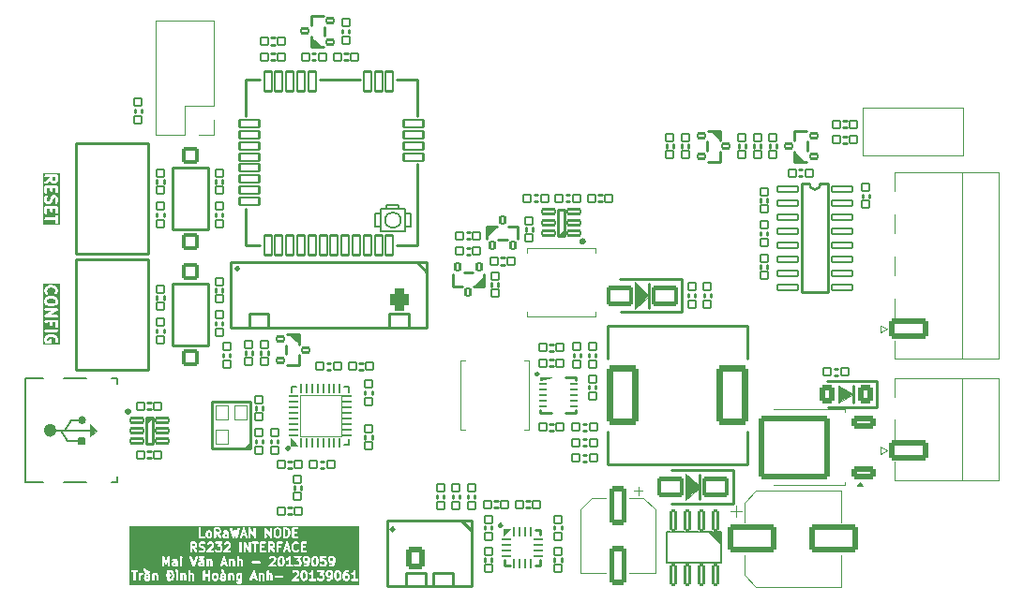
<source format=gto>
G04 #@! TF.GenerationSoftware,KiCad,Pcbnew,8.0.2-8.0.2-0~ubuntu23.10.1*
G04 #@! TF.CreationDate,2024-05-23T15:30:07+07:00*
G04 #@! TF.ProjectId,Node_RS232,4e6f6465-5f52-4533-9233-322e6b696361,rev?*
G04 #@! TF.SameCoordinates,Original*
G04 #@! TF.FileFunction,Legend,Top*
G04 #@! TF.FilePolarity,Positive*
%FSLAX46Y46*%
G04 Gerber Fmt 4.6, Leading zero omitted, Abs format (unit mm)*
G04 Created by KiCad (PCBNEW 8.0.2-8.0.2-0~ubuntu23.10.1) date 2024-05-23 15:30:07*
%MOMM*%
%LPD*%
G01*
G04 APERTURE LIST*
G04 Aperture macros list*
%AMRoundRect*
0 Rectangle with rounded corners*
0 $1 Rounding radius*
0 $2 $3 $4 $5 $6 $7 $8 $9 X,Y pos of 4 corners*
0 Add a 4 corners polygon primitive as box body*
4,1,4,$2,$3,$4,$5,$6,$7,$8,$9,$2,$3,0*
0 Add four circle primitives for the rounded corners*
1,1,$1+$1,$2,$3*
1,1,$1+$1,$4,$5*
1,1,$1+$1,$6,$7*
1,1,$1+$1,$8,$9*
0 Add four rect primitives between the rounded corners*
20,1,$1+$1,$2,$3,$4,$5,0*
20,1,$1+$1,$4,$5,$6,$7,0*
20,1,$1+$1,$6,$7,$8,$9,0*
20,1,$1+$1,$8,$9,$2,$3,0*%
%AMFreePoly0*
4,1,21,-0.125000,1.200000,0.125000,1.200000,0.125000,1.700000,0.375000,1.700000,0.375000,1.200000,0.825000,1.200000,0.825000,-1.200000,0.375000,-1.200000,0.375000,-1.700000,0.125000,-1.700000,0.125000,-1.200000,-0.125000,-1.200000,-0.125000,-1.700000,-0.375000,-1.700000,-0.375000,-1.200000,-0.825000,-1.200000,-0.825000,1.200000,-0.375000,1.200000,-0.375000,1.700000,-0.125000,1.700000,
-0.125000,1.200000,-0.125000,1.200000,$1*%
%AMFreePoly1*
4,1,18,-0.700000,0.540000,-0.695433,0.562961,-0.682426,0.582426,-0.662961,0.595433,-0.640000,0.600000,0.640000,0.600000,0.662961,0.595433,0.682426,0.582426,0.695433,0.562961,0.700000,0.540000,0.700000,-0.540000,0.695433,-0.562961,0.682426,-0.582426,0.662961,-0.595433,0.640000,-0.600000,-0.400000,-0.600000,-0.700000,-0.300000,-0.700000,0.540000,-0.700000,0.540000,$1*%
G04 Aperture macros list end*
%ADD10C,0.250000*%
%ADD11C,0.200000*%
%ADD12C,0.120000*%
%ADD13C,0.127000*%
%ADD14C,0.150000*%
%ADD15C,0.575000*%
%ADD16C,0.300000*%
%ADD17C,0.100000*%
%ADD18C,0.400000*%
%ADD19RoundRect,0.085000X0.365000X-0.340000X0.365000X0.340000X-0.365000X0.340000X-0.365000X-0.340000X0*%
%ADD20RoundRect,0.085000X0.340000X0.365000X-0.340000X0.365000X-0.340000X-0.365000X0.340000X-0.365000X0*%
%ADD21R,2.350000X5.100000*%
%ADD22RoundRect,0.102000X-0.350000X0.900000X-0.350000X-0.900000X0.350000X-0.900000X0.350000X0.900000X0*%
%ADD23RoundRect,0.102000X-0.900000X-0.350000X0.900000X-0.350000X0.900000X0.350000X-0.900000X0.350000X0*%
%ADD24RoundRect,0.250000X-0.550000X1.500000X-0.550000X-1.500000X0.550000X-1.500000X0.550000X1.500000X0*%
%ADD25RoundRect,0.060000X-0.915000X-0.240000X0.915000X-0.240000X0.915000X0.240000X-0.915000X0.240000X0*%
%ADD26RoundRect,0.085000X-0.365000X0.340000X-0.365000X-0.340000X0.365000X-0.340000X0.365000X0.340000X0*%
%ADD27RoundRect,0.085000X-0.340000X-0.365000X0.340000X-0.365000X0.340000X0.365000X-0.340000X0.365000X0*%
%ADD28C,0.650000*%
%ADD29R,1.300000X0.600000*%
%ADD30R,1.300000X0.300000*%
%ADD31O,2.100000X1.000000*%
%ADD32O,1.600000X1.000000*%
%ADD33RoundRect,0.090000X0.360000X0.210000X-0.360000X0.210000X-0.360000X-0.210000X0.360000X-0.210000X0*%
%ADD34C,2.000000*%
%ADD35C,2.500000*%
%ADD36RoundRect,0.250000X-0.600000X0.725000X-0.600000X-0.725000X0.600000X-0.725000X0.600000X0.725000X0*%
%ADD37O,1.700000X1.950000*%
%ADD38C,1.500000*%
%ADD39RoundRect,0.425000X-0.425000X0.550000X-0.425000X-0.550000X0.425000X-0.550000X0.425000X0.550000X0*%
%ADD40RoundRect,0.250000X1.550000X-0.650000X1.550000X0.650000X-1.550000X0.650000X-1.550000X-0.650000X0*%
%ADD41O,3.600000X1.800000*%
%ADD42RoundRect,0.090000X-0.560000X-0.210000X0.560000X-0.210000X0.560000X0.210000X-0.560000X0.210000X0*%
%ADD43R,5.100000X2.350000*%
%ADD44RoundRect,0.060000X-0.240000X-0.060000X0.240000X-0.060000X0.240000X0.060000X-0.240000X0.060000X0*%
%ADD45FreePoly0,0.000000*%
%ADD46RoundRect,0.090000X-0.210000X0.360000X-0.210000X-0.360000X0.210000X-0.360000X0.210000X0.360000X0*%
%ADD47FreePoly1,90.000000*%
%ADD48RoundRect,0.060000X0.540000X-0.640000X0.540000X0.640000X-0.540000X0.640000X-0.540000X-0.640000X0*%
%ADD49RoundRect,0.290000X1.160000X2.410000X-1.160000X2.410000X-1.160000X-2.410000X1.160000X-2.410000X0*%
%ADD50RoundRect,0.250000X0.850000X0.350000X-0.850000X0.350000X-0.850000X-0.350000X0.850000X-0.350000X0*%
%ADD51RoundRect,0.249997X2.950003X2.650003X-2.950003X2.650003X-2.950003X-2.650003X2.950003X-2.650003X0*%
%ADD52RoundRect,0.090000X-0.360000X-0.210000X0.360000X-0.210000X0.360000X0.210000X-0.360000X0.210000X0*%
%ADD53RoundRect,0.090000X0.560000X0.210000X-0.560000X0.210000X-0.560000X-0.210000X0.560000X-0.210000X0*%
%ADD54RoundRect,0.062500X0.062500X-0.375000X0.062500X0.375000X-0.062500X0.375000X-0.062500X-0.375000X0*%
%ADD55RoundRect,0.062500X0.375000X-0.062500X0.375000X0.062500X-0.375000X0.062500X-0.375000X-0.062500X0*%
%ADD56R,3.450000X3.450000*%
%ADD57RoundRect,0.062500X-0.375000X-0.062500X0.375000X-0.062500X0.375000X0.062500X-0.375000X0.062500X0*%
%ADD58RoundRect,0.062500X-0.062500X-0.375000X0.062500X-0.375000X0.062500X0.375000X-0.062500X0.375000X0*%
%ADD59R,1.600000X1.600000*%
%ADD60RoundRect,0.150000X-0.600000X0.600000X-0.600000X-0.600000X0.600000X-0.600000X0.600000X0.600000X0*%
%ADD61RoundRect,0.090000X0.210000X-0.360000X0.210000X0.360000X-0.210000X0.360000X-0.210000X-0.360000X0*%
%ADD62RoundRect,0.090000X-0.210000X0.885000X-0.210000X-0.885000X0.210000X-0.885000X0.210000X0.885000X0*%
%ADD63RoundRect,0.250000X0.400000X0.600000X-0.400000X0.600000X-0.400000X-0.600000X0.400000X-0.600000X0*%
%ADD64RoundRect,0.180000X1.020000X0.720000X-1.020000X0.720000X-1.020000X-0.720000X1.020000X-0.720000X0*%
%ADD65R,1.700000X1.700000*%
%ADD66O,1.700000X1.700000*%
%ADD67RoundRect,0.250000X-1.950000X-1.000000X1.950000X-1.000000X1.950000X1.000000X-1.950000X1.000000X0*%
G04 APERTURE END LIST*
D10*
G36*
X101442141Y-90534519D02*
G01*
X101498325Y-90589032D01*
X101525682Y-90641324D01*
X101527152Y-90772797D01*
X101503064Y-90823267D01*
X101445932Y-90882150D01*
X101309238Y-90917909D01*
X101007108Y-90919938D01*
X100858620Y-90884528D01*
X100802435Y-90830015D01*
X100775077Y-90777721D01*
X100773607Y-90646251D01*
X100797696Y-90595780D01*
X100854828Y-90536897D01*
X100991522Y-90501138D01*
X101293652Y-90499109D01*
X101442141Y-90534519D01*
G37*
G36*
X101900380Y-94673809D02*
G01*
X100400380Y-94673809D01*
X100400380Y-94138095D01*
X100525380Y-94138095D01*
X100527332Y-94235315D01*
X100526362Y-94248968D01*
X100527726Y-94254970D01*
X100527782Y-94257719D01*
X100529045Y-94260768D01*
X100531795Y-94272862D01*
X100575402Y-94397931D01*
X100575402Y-94400577D01*
X100581228Y-94414641D01*
X100589405Y-94438094D01*
X100592348Y-94441488D01*
X100594067Y-94445636D01*
X100609612Y-94464578D01*
X100676172Y-94527742D01*
X100676173Y-94527743D01*
X100702568Y-94538675D01*
X100721232Y-94546407D01*
X100721233Y-94546407D01*
X100745619Y-94548809D01*
X101103338Y-94546407D01*
X101148398Y-94527743D01*
X101182886Y-94493255D01*
X101201550Y-94448195D01*
X101203952Y-94423809D01*
X101201550Y-94208947D01*
X101182886Y-94163887D01*
X101148398Y-94129399D01*
X101103338Y-94110735D01*
X101054566Y-94110735D01*
X101009506Y-94129399D01*
X100975018Y-94163887D01*
X100956354Y-94208947D01*
X100953952Y-94233333D01*
X100954693Y-94299643D01*
X100804031Y-94300655D01*
X100775063Y-94217572D01*
X100773946Y-94161965D01*
X100804961Y-94064482D01*
X100863222Y-94004435D01*
X100925348Y-93971934D01*
X101087001Y-93929646D01*
X101199859Y-93928025D01*
X101361271Y-93966516D01*
X101430789Y-93999696D01*
X101492989Y-94060045D01*
X101525602Y-94153583D01*
X101526977Y-94249352D01*
X101482200Y-94343174D01*
X101478742Y-94391824D01*
X101494166Y-94438094D01*
X101526122Y-94474939D01*
X101569745Y-94496751D01*
X101618395Y-94500209D01*
X101664665Y-94484785D01*
X101701510Y-94452829D01*
X101714564Y-94432092D01*
X101752860Y-94351851D01*
X101754314Y-94350398D01*
X101759305Y-94338348D01*
X101770941Y-94313968D01*
X101771259Y-94309487D01*
X101772978Y-94305338D01*
X101775380Y-94280952D01*
X101773321Y-94137612D01*
X101774398Y-94122460D01*
X101773016Y-94116383D01*
X101772978Y-94113709D01*
X101771714Y-94110659D01*
X101768965Y-94098566D01*
X101725359Y-93973497D01*
X101725359Y-93970851D01*
X101719530Y-93956779D01*
X101711356Y-93933335D01*
X101708412Y-93929941D01*
X101706694Y-93925792D01*
X101691149Y-93906850D01*
X101593984Y-93812576D01*
X101584162Y-93801251D01*
X101578893Y-93797934D01*
X101576969Y-93796067D01*
X101573922Y-93794805D01*
X101563424Y-93788196D01*
X101473971Y-93745503D01*
X101465677Y-93739358D01*
X101447446Y-93732844D01*
X101445301Y-93731820D01*
X101444401Y-93731756D01*
X101442602Y-93731113D01*
X101258214Y-93687142D01*
X101246195Y-93682164D01*
X101231103Y-93680677D01*
X101227885Y-93679910D01*
X101226063Y-93680181D01*
X101221809Y-93679762D01*
X101085078Y-93681725D01*
X101072875Y-93679910D01*
X101057959Y-93682115D01*
X101054566Y-93682164D01*
X101052864Y-93682868D01*
X101048635Y-93683494D01*
X100867046Y-93730996D01*
X100855460Y-93731820D01*
X100837226Y-93738797D01*
X100835084Y-93739358D01*
X100834359Y-93739894D01*
X100832574Y-93740578D01*
X100736837Y-93790663D01*
X100723792Y-93796067D01*
X100719015Y-93799986D01*
X100716599Y-93801251D01*
X100714435Y-93803745D01*
X100704850Y-93811612D01*
X100623571Y-93895382D01*
X100621361Y-93896488D01*
X100611773Y-93907542D01*
X100594067Y-93925792D01*
X100592348Y-93929939D01*
X100589405Y-93933334D01*
X100579415Y-93955709D01*
X100533665Y-94099505D01*
X100527782Y-94113709D01*
X100527170Y-94119919D01*
X100526362Y-94122460D01*
X100526595Y-94125751D01*
X100525380Y-94138095D01*
X100400380Y-94138095D01*
X100400380Y-93351805D01*
X100527782Y-93351805D01*
X100527782Y-93400577D01*
X100546446Y-93445637D01*
X100580934Y-93480125D01*
X100625994Y-93498789D01*
X100650380Y-93501191D01*
X101674766Y-93498789D01*
X101719826Y-93480125D01*
X101754314Y-93445637D01*
X101772978Y-93400577D01*
X101772978Y-93351805D01*
X101754314Y-93306745D01*
X101719826Y-93272257D01*
X101674766Y-93253593D01*
X101650380Y-93251191D01*
X100625994Y-93253593D01*
X100580934Y-93272257D01*
X100546446Y-93306745D01*
X100527782Y-93351805D01*
X100400380Y-93351805D01*
X100400380Y-92494662D01*
X100527782Y-92494662D01*
X100527782Y-92543434D01*
X100546446Y-92588494D01*
X100580934Y-92622982D01*
X100625994Y-92641646D01*
X100650380Y-92644048D01*
X101050023Y-92643110D01*
X101051592Y-92876767D01*
X101070256Y-92921827D01*
X101104744Y-92956315D01*
X101149804Y-92974979D01*
X101198576Y-92974979D01*
X101243636Y-92956315D01*
X101278124Y-92921827D01*
X101296788Y-92876767D01*
X101299190Y-92852381D01*
X101297780Y-92642529D01*
X101525969Y-92641994D01*
X101527782Y-93019624D01*
X101546446Y-93064684D01*
X101580934Y-93099172D01*
X101625994Y-93117836D01*
X101674766Y-93117836D01*
X101719826Y-93099172D01*
X101754314Y-93064684D01*
X101772978Y-93019624D01*
X101775380Y-92995238D01*
X101772978Y-92494662D01*
X101754314Y-92449602D01*
X101719826Y-92415114D01*
X101674766Y-92396450D01*
X101650380Y-92394048D01*
X100625994Y-92396450D01*
X100580934Y-92415114D01*
X100546446Y-92449602D01*
X100527782Y-92494662D01*
X100400380Y-92494662D01*
X100400380Y-92034127D01*
X100525685Y-92034127D01*
X100527782Y-92050621D01*
X100527782Y-92067243D01*
X100530830Y-92074603D01*
X100531836Y-92082510D01*
X100540084Y-92096944D01*
X100546446Y-92112303D01*
X100552080Y-92117937D01*
X100556034Y-92124856D01*
X100569178Y-92135035D01*
X100580934Y-92146791D01*
X100588294Y-92149839D01*
X100594595Y-92154719D01*
X100610636Y-92159093D01*
X100625994Y-92165455D01*
X100638465Y-92166683D01*
X100641650Y-92167552D01*
X100644109Y-92167239D01*
X100650380Y-92167857D01*
X101674766Y-92165455D01*
X101719826Y-92146791D01*
X101754314Y-92112303D01*
X101772978Y-92067243D01*
X101772978Y-92018471D01*
X101754314Y-91973411D01*
X101719826Y-91938923D01*
X101674766Y-91920259D01*
X101650380Y-91917857D01*
X101116966Y-91919107D01*
X101704939Y-91581528D01*
X101719826Y-91575363D01*
X101725416Y-91569772D01*
X101732379Y-91565775D01*
X101742558Y-91552630D01*
X101754314Y-91540875D01*
X101757362Y-91533514D01*
X101762242Y-91527214D01*
X101766616Y-91511172D01*
X101772978Y-91495815D01*
X101772978Y-91487848D01*
X101775075Y-91480159D01*
X101772978Y-91463664D01*
X101772978Y-91447043D01*
X101769929Y-91439682D01*
X101768924Y-91431776D01*
X101760675Y-91417341D01*
X101754314Y-91401983D01*
X101748679Y-91396348D01*
X101744726Y-91389430D01*
X101731581Y-91379250D01*
X101719826Y-91367495D01*
X101712465Y-91364446D01*
X101706165Y-91359567D01*
X101690122Y-91355191D01*
X101674766Y-91348831D01*
X101662296Y-91347602D01*
X101659111Y-91346734D01*
X101656651Y-91347046D01*
X101650380Y-91346429D01*
X100625994Y-91348831D01*
X100580934Y-91367495D01*
X100546446Y-91401983D01*
X100527782Y-91447043D01*
X100527782Y-91495815D01*
X100546446Y-91540875D01*
X100580934Y-91575363D01*
X100625994Y-91594027D01*
X100650380Y-91596429D01*
X101183792Y-91595178D01*
X100595819Y-91932757D01*
X100580934Y-91938923D01*
X100575343Y-91944513D01*
X100568381Y-91948511D01*
X100558201Y-91961655D01*
X100546446Y-91973411D01*
X100543397Y-91980771D01*
X100538518Y-91987072D01*
X100534143Y-92003113D01*
X100527782Y-92018471D01*
X100527782Y-92026437D01*
X100525685Y-92034127D01*
X100400380Y-92034127D01*
X100400380Y-90614286D01*
X100525380Y-90614286D01*
X100527303Y-90786302D01*
X100526361Y-90789129D01*
X100527516Y-90805377D01*
X100527782Y-90829148D01*
X100529501Y-90833299D01*
X100529820Y-90837779D01*
X100538577Y-90860665D01*
X100588662Y-90956399D01*
X100594067Y-90969446D01*
X100597987Y-90974223D01*
X100599252Y-90976640D01*
X100601746Y-90978803D01*
X100609612Y-90988388D01*
X100697067Y-91073241D01*
X100700658Y-91079226D01*
X100711562Y-91087305D01*
X100723792Y-91099171D01*
X100732377Y-91102727D01*
X100739846Y-91108261D01*
X100762921Y-91116506D01*
X100947309Y-91160476D01*
X100959328Y-91165455D01*
X100974417Y-91166941D01*
X100977637Y-91167709D01*
X100979459Y-91167437D01*
X100983714Y-91167857D01*
X101309419Y-91165669D01*
X101323123Y-91167709D01*
X101338222Y-91165476D01*
X101341433Y-91165455D01*
X101343134Y-91164750D01*
X101347364Y-91164125D01*
X101524313Y-91117836D01*
X101531910Y-91117836D01*
X101544930Y-91112442D01*
X101560915Y-91108261D01*
X101568383Y-91102727D01*
X101576969Y-91099171D01*
X101595911Y-91083626D01*
X101690184Y-90986461D01*
X101701510Y-90976639D01*
X101704826Y-90971371D01*
X101706694Y-90969446D01*
X101707956Y-90966398D01*
X101714564Y-90955902D01*
X101752860Y-90875661D01*
X101754314Y-90874208D01*
X101759305Y-90862158D01*
X101770941Y-90837778D01*
X101771259Y-90833297D01*
X101772978Y-90829148D01*
X101775380Y-90804762D01*
X101773456Y-90632742D01*
X101774398Y-90629919D01*
X101773243Y-90613676D01*
X101772978Y-90589900D01*
X101771259Y-90585750D01*
X101770941Y-90581270D01*
X101762183Y-90558384D01*
X101712097Y-90462647D01*
X101706694Y-90449602D01*
X101702774Y-90444825D01*
X101701510Y-90442409D01*
X101699015Y-90440245D01*
X101691149Y-90430660D01*
X101603693Y-90345806D01*
X101600103Y-90339822D01*
X101589198Y-90331742D01*
X101576969Y-90319877D01*
X101568383Y-90316320D01*
X101560915Y-90310787D01*
X101537840Y-90302542D01*
X101353452Y-90258571D01*
X101341433Y-90253593D01*
X101326341Y-90252106D01*
X101323123Y-90251339D01*
X101321301Y-90251610D01*
X101317047Y-90251191D01*
X100991341Y-90253378D01*
X100977637Y-90251339D01*
X100962538Y-90253571D01*
X100959328Y-90253593D01*
X100957626Y-90254297D01*
X100953397Y-90254923D01*
X100776448Y-90301212D01*
X100768851Y-90301212D01*
X100755830Y-90306605D01*
X100739846Y-90310787D01*
X100732377Y-90316320D01*
X100723792Y-90319877D01*
X100704850Y-90335422D01*
X100610577Y-90432585D01*
X100599252Y-90442408D01*
X100595935Y-90447676D01*
X100594067Y-90449602D01*
X100592804Y-90452648D01*
X100586197Y-90463145D01*
X100547900Y-90543385D01*
X100546446Y-90544840D01*
X100541451Y-90556898D01*
X100529820Y-90581269D01*
X100529501Y-90585748D01*
X100527782Y-90589900D01*
X100525380Y-90614286D01*
X100400380Y-90614286D01*
X100400380Y-89709524D01*
X100525380Y-89709524D01*
X100527332Y-89806744D01*
X100526362Y-89820397D01*
X100527726Y-89826399D01*
X100527782Y-89829148D01*
X100529045Y-89832197D01*
X100531795Y-89844291D01*
X100575402Y-89969360D01*
X100575402Y-89972006D01*
X100581228Y-89986070D01*
X100589405Y-90009523D01*
X100592348Y-90012917D01*
X100594067Y-90017065D01*
X100609612Y-90036007D01*
X100676172Y-90099171D01*
X100721232Y-90117836D01*
X100770005Y-90117836D01*
X100815065Y-90099171D01*
X100849552Y-90064684D01*
X100868217Y-90019624D01*
X100868217Y-89970851D01*
X100849552Y-89925791D01*
X100834007Y-89906849D01*
X100807323Y-89881528D01*
X100775063Y-89789001D01*
X100773946Y-89733394D01*
X100804961Y-89635911D01*
X100863222Y-89575864D01*
X100925348Y-89543363D01*
X101087001Y-89501075D01*
X101199859Y-89499454D01*
X101361271Y-89537945D01*
X101430789Y-89571125D01*
X101492989Y-89631474D01*
X101525696Y-89725282D01*
X101526813Y-89780890D01*
X101495593Y-89879019D01*
X101451209Y-89925792D01*
X101432544Y-89970851D01*
X101432544Y-90019625D01*
X101451209Y-90064684D01*
X101485696Y-90099171D01*
X101530755Y-90117836D01*
X101579529Y-90117836D01*
X101624588Y-90099171D01*
X101643530Y-90083626D01*
X101678422Y-90046856D01*
X101679401Y-90046368D01*
X101684855Y-90040078D01*
X101706694Y-90017066D01*
X101708413Y-90012914D01*
X101711356Y-90009522D01*
X101721346Y-89987147D01*
X101767095Y-89843350D01*
X101772978Y-89829148D01*
X101773589Y-89822937D01*
X101774398Y-89820397D01*
X101774164Y-89817105D01*
X101775380Y-89804762D01*
X101773427Y-89707541D01*
X101774398Y-89693889D01*
X101773033Y-89687886D01*
X101772978Y-89685138D01*
X101771714Y-89682088D01*
X101768965Y-89669995D01*
X101725359Y-89544926D01*
X101725359Y-89542280D01*
X101719530Y-89528208D01*
X101711356Y-89504764D01*
X101708412Y-89501370D01*
X101706694Y-89497221D01*
X101691149Y-89478279D01*
X101593984Y-89384005D01*
X101584162Y-89372680D01*
X101578893Y-89369363D01*
X101576969Y-89367496D01*
X101573922Y-89366234D01*
X101563424Y-89359625D01*
X101473971Y-89316932D01*
X101465677Y-89310787D01*
X101447446Y-89304273D01*
X101445301Y-89303249D01*
X101444401Y-89303185D01*
X101442602Y-89302542D01*
X101258214Y-89258571D01*
X101246195Y-89253593D01*
X101231103Y-89252106D01*
X101227885Y-89251339D01*
X101226063Y-89251610D01*
X101221809Y-89251191D01*
X101085078Y-89253154D01*
X101072875Y-89251339D01*
X101057959Y-89253544D01*
X101054566Y-89253593D01*
X101052864Y-89254297D01*
X101048635Y-89254923D01*
X100867046Y-89302425D01*
X100855460Y-89303249D01*
X100837226Y-89310226D01*
X100835084Y-89310787D01*
X100834359Y-89311323D01*
X100832574Y-89312007D01*
X100736837Y-89362092D01*
X100723792Y-89367496D01*
X100719015Y-89371415D01*
X100716599Y-89372680D01*
X100714435Y-89375174D01*
X100704850Y-89383041D01*
X100623571Y-89466811D01*
X100621361Y-89467917D01*
X100611773Y-89478971D01*
X100594067Y-89497221D01*
X100592348Y-89501368D01*
X100589405Y-89504763D01*
X100579415Y-89527138D01*
X100533665Y-89670934D01*
X100527782Y-89685138D01*
X100527170Y-89691348D01*
X100526362Y-89693889D01*
X100526595Y-89697180D01*
X100525380Y-89709524D01*
X100400380Y-89709524D01*
X100400380Y-89126191D01*
X101900380Y-89126191D01*
X101900380Y-94673809D01*
G37*
D11*
G36*
X118202667Y-115482854D02*
G01*
X118203629Y-115816880D01*
X118099379Y-115818045D01*
X118058585Y-115798575D01*
X118042453Y-115783265D01*
X118021261Y-115742758D01*
X118019858Y-115561564D01*
X118039480Y-115520453D01*
X118054792Y-115504317D01*
X118095440Y-115483052D01*
X118200619Y-115481876D01*
X118202667Y-115482854D01*
G37*
G36*
X109899014Y-115816833D02*
G01*
X109756707Y-115818134D01*
X109729109Y-115804962D01*
X109716221Y-115780327D01*
X109715630Y-115750915D01*
X109728328Y-115724312D01*
X109752496Y-115711668D01*
X109898547Y-115710332D01*
X109899014Y-115816833D01*
G37*
G36*
X111961268Y-115240292D02*
G01*
X112009306Y-115286901D01*
X112035308Y-115336604D01*
X112069138Y-115465927D01*
X112070434Y-115556214D01*
X112039641Y-115685340D01*
X112013097Y-115740955D01*
X111964816Y-115790716D01*
X111890176Y-115816739D01*
X111811670Y-115817457D01*
X111811152Y-115596315D01*
X111921888Y-115595659D01*
X111957936Y-115580727D01*
X111985526Y-115553137D01*
X112000458Y-115517089D01*
X112000458Y-115478071D01*
X111985526Y-115442023D01*
X111957936Y-115414433D01*
X111921888Y-115399501D01*
X111902379Y-115397580D01*
X111810687Y-115398123D01*
X111810260Y-115215728D01*
X111881995Y-115215071D01*
X111961268Y-115240292D01*
G37*
G36*
X116031888Y-115501346D02*
G01*
X116048022Y-115516657D01*
X116069212Y-115557163D01*
X116070615Y-115738357D01*
X116050993Y-115779469D01*
X116035683Y-115795604D01*
X115994898Y-115816940D01*
X115927658Y-115817905D01*
X115887155Y-115798575D01*
X115871023Y-115783265D01*
X115849831Y-115742758D01*
X115848428Y-115561564D01*
X115868050Y-115520453D01*
X115883362Y-115504317D01*
X115924145Y-115482981D01*
X115991386Y-115482016D01*
X116031888Y-115501346D01*
G37*
G36*
X116756159Y-115816833D02*
G01*
X116613852Y-115818134D01*
X116586254Y-115804962D01*
X116573366Y-115780327D01*
X116572775Y-115750915D01*
X116585473Y-115724312D01*
X116609641Y-115711668D01*
X116755692Y-115710332D01*
X116756159Y-115816833D01*
G37*
G36*
X124031890Y-115234679D02*
G01*
X124048025Y-115249990D01*
X124073407Y-115298510D01*
X124107201Y-115427698D01*
X124108718Y-115593529D01*
X124077740Y-115723435D01*
X124050996Y-115779469D01*
X124035686Y-115795604D01*
X123994654Y-115817069D01*
X123965241Y-115817660D01*
X123925253Y-115798575D01*
X123909122Y-115783266D01*
X123883738Y-115734744D01*
X123849943Y-115605555D01*
X123848426Y-115439726D01*
X123879405Y-115309820D01*
X123906148Y-115253786D01*
X123921459Y-115237651D01*
X123962491Y-115216186D01*
X123991904Y-115215595D01*
X124031890Y-115234679D01*
G37*
G36*
X126355700Y-115234679D02*
G01*
X126371835Y-115249990D01*
X126392985Y-115290420D01*
X126393841Y-115434825D01*
X126374806Y-115474707D01*
X126359496Y-115490842D01*
X126318846Y-115512107D01*
X126213667Y-115513283D01*
X126172873Y-115493813D01*
X126156741Y-115478503D01*
X126135518Y-115437938D01*
X126134209Y-115294767D01*
X126153768Y-115253785D01*
X126169079Y-115237651D01*
X126209729Y-115216386D01*
X126314907Y-115215210D01*
X126355700Y-115234679D01*
G37*
G36*
X127079510Y-115234679D02*
G01*
X127095645Y-115249990D01*
X127121027Y-115298510D01*
X127154821Y-115427698D01*
X127156338Y-115593529D01*
X127125360Y-115723435D01*
X127098616Y-115779469D01*
X127083306Y-115795604D01*
X127042274Y-115817069D01*
X127012861Y-115817660D01*
X126972873Y-115798575D01*
X126956742Y-115783266D01*
X126931358Y-115734744D01*
X126897563Y-115605555D01*
X126896046Y-115439726D01*
X126927025Y-115309820D01*
X126953768Y-115253786D01*
X126969079Y-115237651D01*
X127010111Y-115216186D01*
X127039524Y-115215595D01*
X127079510Y-115234679D01*
G37*
G36*
X127879510Y-115539441D02*
G01*
X127895645Y-115554752D01*
X127916866Y-115595317D01*
X127918175Y-115738488D01*
X127898616Y-115779469D01*
X127883306Y-115795604D01*
X127842656Y-115816869D01*
X127737477Y-115818045D01*
X127696683Y-115798575D01*
X127680551Y-115783265D01*
X127659399Y-115742834D01*
X127658543Y-115598430D01*
X127677578Y-115558547D01*
X127692889Y-115542413D01*
X127733539Y-115521148D01*
X127838717Y-115519972D01*
X127879510Y-115539441D01*
G37*
G36*
X119498282Y-115588715D02*
G01*
X119392228Y-115589223D01*
X119444946Y-115429887D01*
X119498282Y-115588715D01*
G37*
G36*
X112394253Y-114528878D02*
G01*
X112251946Y-114530179D01*
X112224348Y-114517007D01*
X112211460Y-114492372D01*
X112210869Y-114462960D01*
X112223567Y-114436357D01*
X112247735Y-114423713D01*
X112393786Y-114422377D01*
X112394253Y-114528878D01*
G37*
G36*
X114794253Y-114528878D02*
G01*
X114651946Y-114530179D01*
X114624348Y-114517007D01*
X114611460Y-114492372D01*
X114610869Y-114462960D01*
X114623567Y-114436357D01*
X114647735Y-114423713D01*
X114793786Y-114422377D01*
X114794253Y-114528878D01*
G37*
G36*
X121955698Y-113946724D02*
G01*
X121971833Y-113962035D01*
X121997215Y-114010555D01*
X122031009Y-114139743D01*
X122032526Y-114305574D01*
X122001548Y-114435480D01*
X121974804Y-114491514D01*
X121959494Y-114507649D01*
X121918462Y-114529114D01*
X121889049Y-114529705D01*
X121849061Y-114510620D01*
X121832930Y-114495311D01*
X121807546Y-114446789D01*
X121773751Y-114317600D01*
X121772234Y-114151771D01*
X121803213Y-114021865D01*
X121829956Y-113965831D01*
X121845267Y-113949696D01*
X121886299Y-113928231D01*
X121915712Y-113927640D01*
X121955698Y-113946724D01*
G37*
G36*
X124279508Y-113946724D02*
G01*
X124295643Y-113962035D01*
X124316793Y-114002465D01*
X124317649Y-114146870D01*
X124298614Y-114186752D01*
X124283304Y-114202887D01*
X124242654Y-114224152D01*
X124137475Y-114225328D01*
X124096681Y-114205858D01*
X124080549Y-114190548D01*
X124059326Y-114149983D01*
X124058017Y-114006812D01*
X124077576Y-113965830D01*
X124092887Y-113949696D01*
X124133537Y-113928431D01*
X124238715Y-113927255D01*
X124279508Y-113946724D01*
G37*
G36*
X125003318Y-113946724D02*
G01*
X125019453Y-113962035D01*
X125044835Y-114010555D01*
X125078629Y-114139743D01*
X125080146Y-114305574D01*
X125049168Y-114435480D01*
X125022424Y-114491514D01*
X125007114Y-114507649D01*
X124966082Y-114529114D01*
X124936669Y-114529705D01*
X124896681Y-114510620D01*
X124880550Y-114495311D01*
X124855166Y-114446789D01*
X124821371Y-114317600D01*
X124819854Y-114151771D01*
X124850833Y-114021865D01*
X124877576Y-113965831D01*
X124892887Y-113949696D01*
X124933919Y-113928231D01*
X124963332Y-113927640D01*
X125003318Y-113946724D01*
G37*
G36*
X126565223Y-113946724D02*
G01*
X126581358Y-113962035D01*
X126602508Y-114002465D01*
X126603364Y-114146870D01*
X126584329Y-114186752D01*
X126569019Y-114202887D01*
X126528369Y-114224152D01*
X126423190Y-114225328D01*
X126382396Y-114205858D01*
X126366264Y-114190548D01*
X126345041Y-114149983D01*
X126343732Y-114006812D01*
X126363291Y-113965830D01*
X126378602Y-113949696D01*
X126419252Y-113928431D01*
X126524430Y-113927255D01*
X126565223Y-113946724D01*
G37*
G36*
X116812566Y-114300760D02*
G01*
X116706512Y-114301268D01*
X116759230Y-114141932D01*
X116812566Y-114300760D01*
G37*
G36*
X114108079Y-112658770D02*
G01*
X114124213Y-112674081D01*
X114145550Y-112714866D01*
X114146515Y-112782103D01*
X114127184Y-112822609D01*
X114111876Y-112838740D01*
X114071444Y-112859891D01*
X113980059Y-112860433D01*
X113976403Y-112859788D01*
X113973310Y-112860473D01*
X113886970Y-112860984D01*
X113886452Y-112640135D01*
X114066796Y-112639066D01*
X114108079Y-112658770D01*
G37*
G36*
X121117604Y-112658770D02*
G01*
X121133738Y-112674081D01*
X121155075Y-112714866D01*
X121156040Y-112782103D01*
X121136709Y-112822609D01*
X121121401Y-112838740D01*
X121080969Y-112859891D01*
X120989584Y-112860433D01*
X120985928Y-112859788D01*
X120982835Y-112860473D01*
X120896495Y-112860984D01*
X120895977Y-112640135D01*
X121076321Y-112639066D01*
X121117604Y-112658770D01*
G37*
G36*
X122488758Y-113012805D02*
G01*
X122382704Y-113013313D01*
X122435422Y-112853977D01*
X122488758Y-113012805D01*
G37*
G36*
X115460460Y-111637481D02*
G01*
X115476594Y-111652792D01*
X115497784Y-111693298D01*
X115499187Y-111874492D01*
X115479565Y-111915604D01*
X115464255Y-111931739D01*
X115423470Y-111953075D01*
X115356230Y-111954040D01*
X115315727Y-111934710D01*
X115299595Y-111919400D01*
X115278403Y-111878893D01*
X115277000Y-111697699D01*
X115296622Y-111656588D01*
X115311934Y-111640452D01*
X115352717Y-111619116D01*
X115419958Y-111618151D01*
X115460460Y-111637481D01*
G37*
G36*
X116984731Y-111952968D02*
G01*
X116842424Y-111954269D01*
X116814826Y-111941097D01*
X116801938Y-111916462D01*
X116801347Y-111887050D01*
X116814045Y-111860447D01*
X116838213Y-111847803D01*
X116984264Y-111846467D01*
X116984731Y-111952968D01*
G37*
G36*
X121669565Y-111370615D02*
G01*
X121716674Y-111416322D01*
X121745279Y-111525676D01*
X121746902Y-111767383D01*
X121718575Y-111886171D01*
X121674964Y-111931119D01*
X121633129Y-111953004D01*
X121527951Y-111954180D01*
X121487577Y-111934911D01*
X121440469Y-111889203D01*
X121411862Y-111779846D01*
X121410239Y-111538141D01*
X121438567Y-111419354D01*
X121482178Y-111374406D01*
X121524012Y-111352521D01*
X121629191Y-111351345D01*
X121669565Y-111370615D01*
G37*
G36*
X122437460Y-111376427D02*
G01*
X122485498Y-111423036D01*
X122511500Y-111472739D01*
X122545330Y-111602062D01*
X122546626Y-111692349D01*
X122515833Y-111821475D01*
X122489289Y-111877090D01*
X122441008Y-111926851D01*
X122366368Y-111952874D01*
X122287862Y-111953592D01*
X122286452Y-111351863D01*
X122358187Y-111351206D01*
X122437460Y-111376427D01*
G37*
G36*
X116260460Y-111370815D02*
G01*
X116276594Y-111386126D01*
X116297931Y-111426911D01*
X116298896Y-111494148D01*
X116279565Y-111534654D01*
X116264257Y-111550785D01*
X116223825Y-111571936D01*
X116132440Y-111572478D01*
X116128784Y-111571833D01*
X116125691Y-111572518D01*
X116039351Y-111573029D01*
X116038833Y-111352180D01*
X116219177Y-111351111D01*
X116260460Y-111370815D01*
G37*
G36*
X118583996Y-111724850D02*
G01*
X118477942Y-111725358D01*
X118530660Y-111566022D01*
X118583996Y-111724850D01*
G37*
G36*
X128976653Y-116383294D02*
G01*
X108237632Y-116383294D01*
X108237632Y-115097119D01*
X108337632Y-115097119D01*
X108337632Y-115136137D01*
X108352564Y-115172185D01*
X108380154Y-115199775D01*
X108416202Y-115214707D01*
X108435711Y-115216628D01*
X108564515Y-115216108D01*
X108566203Y-115936137D01*
X108581135Y-115972185D01*
X108608725Y-115999775D01*
X108644773Y-116014707D01*
X108683791Y-116014707D01*
X108719839Y-115999775D01*
X108747429Y-115972185D01*
X108762361Y-115936137D01*
X108764282Y-115916628D01*
X108763032Y-115383294D01*
X109059521Y-115383294D01*
X109061442Y-115936137D01*
X109076374Y-115972185D01*
X109103964Y-115999775D01*
X109140012Y-116014707D01*
X109179030Y-116014707D01*
X109215078Y-115999775D01*
X109242668Y-115972185D01*
X109257600Y-115936137D01*
X109259521Y-115916628D01*
X109258859Y-115726152D01*
X109516663Y-115726152D01*
X109517913Y-115788439D01*
X109517448Y-115789835D01*
X109518135Y-115799509D01*
X109518584Y-115821851D01*
X109519959Y-115825171D01*
X109520214Y-115828755D01*
X109527221Y-115847064D01*
X109564882Y-115919053D01*
X109567883Y-115928056D01*
X109572189Y-115933021D01*
X109575759Y-115939845D01*
X109585231Y-115948060D01*
X109593447Y-115957533D01*
X109603320Y-115963747D01*
X109605236Y-115965409D01*
X109606774Y-115965921D01*
X109610038Y-115967976D01*
X109674229Y-115998612D01*
X109675392Y-115999775D01*
X109685028Y-116003766D01*
X109704536Y-116013077D01*
X109708119Y-116013331D01*
X109711440Y-116014707D01*
X109730949Y-116016628D01*
X109906455Y-116015022D01*
X109908917Y-116015843D01*
X109922532Y-116014875D01*
X109940934Y-116014707D01*
X109944254Y-116013331D01*
X109947837Y-116013077D01*
X109961526Y-116007838D01*
X109978107Y-116014707D01*
X110017125Y-116014707D01*
X110053173Y-115999775D01*
X110080763Y-115972185D01*
X110095695Y-115936137D01*
X110097616Y-115916628D01*
X110096177Y-115588239D01*
X110096831Y-115586279D01*
X110096125Y-115576351D01*
X110095848Y-115513035D01*
X110096831Y-115510087D01*
X110095769Y-115495155D01*
X110095695Y-115478071D01*
X110094319Y-115474750D01*
X110094065Y-115471167D01*
X110087059Y-115452859D01*
X110050666Y-115383294D01*
X110278569Y-115383294D01*
X110280490Y-115936137D01*
X110295422Y-115972185D01*
X110323012Y-115999775D01*
X110359060Y-116014707D01*
X110398078Y-116014707D01*
X110434126Y-115999775D01*
X110461716Y-115972185D01*
X110476648Y-115936137D01*
X110478569Y-115916628D01*
X110477130Y-115502595D01*
X110514620Y-115482981D01*
X110581861Y-115482016D01*
X110608979Y-115494959D01*
X110621519Y-115518928D01*
X110623347Y-115936137D01*
X110638279Y-115972185D01*
X110665869Y-115999775D01*
X110701917Y-116014707D01*
X110740935Y-116014707D01*
X110776983Y-115999775D01*
X110804573Y-115972185D01*
X110819505Y-115936137D01*
X110821426Y-115916628D01*
X110819658Y-115513035D01*
X110820641Y-115510087D01*
X110819579Y-115495155D01*
X110819505Y-115478071D01*
X111499538Y-115478071D01*
X111499538Y-115517089D01*
X111514470Y-115553137D01*
X111542060Y-115580727D01*
X111578108Y-115595659D01*
X111597617Y-115597580D01*
X111613030Y-115597488D01*
X111613824Y-115936137D01*
X111628756Y-115972185D01*
X111656346Y-115999775D01*
X111692394Y-116014707D01*
X111711903Y-116016628D01*
X111901522Y-116014893D01*
X111914886Y-116015843D01*
X111919797Y-116014726D01*
X111921888Y-116014707D01*
X111924330Y-116013695D01*
X111934002Y-116011496D01*
X112034060Y-115976611D01*
X112036175Y-115976611D01*
X112047419Y-115971953D01*
X112066188Y-115965410D01*
X112068903Y-115963055D01*
X112072223Y-115961680D01*
X112087376Y-115949243D01*
X112162798Y-115871508D01*
X112171855Y-115863654D01*
X112174506Y-115859441D01*
X112176003Y-115857899D01*
X112177014Y-115855457D01*
X112182298Y-115847063D01*
X112216450Y-115775505D01*
X112221369Y-115768867D01*
X112226578Y-115754283D01*
X112227399Y-115752565D01*
X112227450Y-115751844D01*
X112227964Y-115750406D01*
X112263141Y-115602895D01*
X112267125Y-115593280D01*
X112268313Y-115581209D01*
X112268928Y-115578633D01*
X112268710Y-115577174D01*
X112269046Y-115573771D01*
X112267475Y-115464384D01*
X112268928Y-115454623D01*
X112267164Y-115442696D01*
X112267125Y-115439976D01*
X112266560Y-115438612D01*
X112266060Y-115435231D01*
X112228057Y-115289957D01*
X112227399Y-115280692D01*
X112221819Y-115266110D01*
X112221369Y-115264389D01*
X112220938Y-115263807D01*
X112220393Y-115262383D01*
X112180325Y-115185793D01*
X112176002Y-115175356D01*
X112172866Y-115171534D01*
X112171855Y-115169602D01*
X112169860Y-115167871D01*
X112163566Y-115160202D01*
X112096547Y-115095177D01*
X112095664Y-115093411D01*
X112086828Y-115085747D01*
X112072222Y-115071576D01*
X112068903Y-115070201D01*
X112066188Y-115067846D01*
X112048288Y-115059855D01*
X112045676Y-115059024D01*
X112337633Y-115059024D01*
X112337634Y-115098043D01*
X112352565Y-115134091D01*
X112365002Y-115149244D01*
X112494441Y-115275965D01*
X112516772Y-115285215D01*
X112492394Y-115285215D01*
X112456346Y-115300147D01*
X112428756Y-115327737D01*
X112413824Y-115363785D01*
X112411903Y-115383294D01*
X112413824Y-115936137D01*
X112428756Y-115972185D01*
X112456346Y-115999775D01*
X112492394Y-116014707D01*
X112531412Y-116014707D01*
X112567460Y-115999775D01*
X112595050Y-115972185D01*
X112609982Y-115936137D01*
X112611903Y-115916628D01*
X112610050Y-115383294D01*
X112792855Y-115383294D01*
X112794776Y-115936137D01*
X112809708Y-115972185D01*
X112837298Y-115999775D01*
X112873346Y-116014707D01*
X112912364Y-116014707D01*
X112948412Y-115999775D01*
X112976002Y-115972185D01*
X112990934Y-115936137D01*
X112992855Y-115916628D01*
X112991416Y-115502595D01*
X113028906Y-115482981D01*
X113096147Y-115482016D01*
X113123265Y-115494959D01*
X113135805Y-115518928D01*
X113137633Y-115936137D01*
X113152565Y-115972185D01*
X113180155Y-115999775D01*
X113216203Y-116014707D01*
X113255221Y-116014707D01*
X113291269Y-115999775D01*
X113318859Y-115972185D01*
X113333791Y-115936137D01*
X113335712Y-115916628D01*
X113333944Y-115513035D01*
X113334927Y-115510087D01*
X113333865Y-115495155D01*
X113333791Y-115478071D01*
X113332415Y-115474750D01*
X113332161Y-115471167D01*
X113325155Y-115452859D01*
X113287493Y-115380869D01*
X113284493Y-115371867D01*
X113280186Y-115366901D01*
X113276617Y-115360078D01*
X113267144Y-115351862D01*
X113258929Y-115342390D01*
X113249054Y-115336173D01*
X113247140Y-115334514D01*
X113245603Y-115334001D01*
X113242339Y-115331947D01*
X113178145Y-115301309D01*
X113176983Y-115300147D01*
X113167346Y-115296155D01*
X113147839Y-115286845D01*
X113144255Y-115286590D01*
X113140935Y-115285215D01*
X113121426Y-115283294D01*
X113021591Y-115284727D01*
X113019646Y-115284079D01*
X113007720Y-115284926D01*
X112987631Y-115285215D01*
X112984311Y-115286590D01*
X112980726Y-115286845D01*
X112962417Y-115293852D01*
X112949089Y-115300824D01*
X112948412Y-115300147D01*
X112912364Y-115285215D01*
X112873346Y-115285215D01*
X112837298Y-115300147D01*
X112809708Y-115327737D01*
X112794776Y-115363785D01*
X112792855Y-115383294D01*
X112610050Y-115383294D01*
X112609982Y-115363785D01*
X112595050Y-115327737D01*
X112567460Y-115300147D01*
X112545128Y-115290896D01*
X112569507Y-115290896D01*
X112605556Y-115275965D01*
X112633145Y-115248375D01*
X112648077Y-115212327D01*
X112648076Y-115173308D01*
X112633145Y-115137260D01*
X112620708Y-115122107D01*
X112615112Y-115116628D01*
X113516665Y-115116628D01*
X113518586Y-115936137D01*
X113533518Y-115972185D01*
X113561108Y-115999775D01*
X113597156Y-116014707D01*
X113636174Y-116014707D01*
X113672222Y-115999775D01*
X113699812Y-115972185D01*
X113714744Y-115936137D01*
X113716665Y-115916628D01*
X113715693Y-115502350D01*
X113752716Y-115482981D01*
X113819957Y-115482016D01*
X113847075Y-115494959D01*
X113859615Y-115518928D01*
X113861443Y-115936137D01*
X113876375Y-115972185D01*
X113903965Y-115999775D01*
X113940013Y-116014707D01*
X113979031Y-116014707D01*
X114015079Y-115999775D01*
X114042669Y-115972185D01*
X114057601Y-115936137D01*
X114059522Y-115916628D01*
X114057754Y-115513035D01*
X114058737Y-115510087D01*
X114057675Y-115495155D01*
X114057601Y-115478071D01*
X114056225Y-115474750D01*
X114055971Y-115471167D01*
X114048965Y-115452859D01*
X114011303Y-115380869D01*
X114008303Y-115371867D01*
X114003996Y-115366901D01*
X114000427Y-115360078D01*
X113990954Y-115351862D01*
X113982739Y-115342390D01*
X113972864Y-115336173D01*
X113970950Y-115334514D01*
X113969413Y-115334001D01*
X113966149Y-115331947D01*
X113901955Y-115301309D01*
X113900793Y-115300147D01*
X113891156Y-115296155D01*
X113871649Y-115286845D01*
X113868065Y-115286590D01*
X113864745Y-115285215D01*
X113845236Y-115283294D01*
X113745401Y-115284727D01*
X113743456Y-115284079D01*
X113731530Y-115284926D01*
X113715184Y-115285161D01*
X113714790Y-115116628D01*
X114849999Y-115116628D01*
X114851920Y-115936137D01*
X114866852Y-115972185D01*
X114894442Y-115999775D01*
X114930490Y-116014707D01*
X114969508Y-116014707D01*
X115005556Y-115999775D01*
X115033146Y-115972185D01*
X115048078Y-115936137D01*
X115049999Y-115916628D01*
X115049250Y-115597179D01*
X115308266Y-115596136D01*
X115309063Y-115936137D01*
X115323995Y-115972185D01*
X115351585Y-115999775D01*
X115387633Y-116014707D01*
X115426651Y-116014707D01*
X115462699Y-115999775D01*
X115490289Y-115972185D01*
X115505221Y-115936137D01*
X115507142Y-115916628D01*
X115506249Y-115535675D01*
X115649998Y-115535675D01*
X115651650Y-115749137D01*
X115650783Y-115751741D01*
X115651779Y-115765765D01*
X115651919Y-115783756D01*
X115653294Y-115787075D01*
X115653549Y-115790661D01*
X115660556Y-115808969D01*
X115700621Y-115885552D01*
X115704946Y-115895993D01*
X115708084Y-115899817D01*
X115709095Y-115901749D01*
X115711088Y-115903477D01*
X115717382Y-115911147D01*
X115758440Y-115950111D01*
X115764877Y-115957533D01*
X115768987Y-115960120D01*
X115770630Y-115961679D01*
X115773068Y-115962689D01*
X115781468Y-115967976D01*
X115845659Y-115998612D01*
X115846822Y-115999775D01*
X115856458Y-116003766D01*
X115875966Y-116013077D01*
X115879549Y-116013331D01*
X115882870Y-116014707D01*
X115902379Y-116016628D01*
X116002211Y-116015194D01*
X116004157Y-116015843D01*
X116016082Y-116014995D01*
X116036174Y-116014707D01*
X116039494Y-116013331D01*
X116043077Y-116013077D01*
X116061386Y-116006071D01*
X116137974Y-115966003D01*
X116148414Y-115961680D01*
X116152236Y-115958543D01*
X116154167Y-115957533D01*
X116155896Y-115955539D01*
X116163568Y-115949243D01*
X116202528Y-115908186D01*
X116209951Y-115901749D01*
X116212539Y-115897636D01*
X116214099Y-115895993D01*
X116215109Y-115893554D01*
X116220394Y-115885158D01*
X116251030Y-115820966D01*
X116252193Y-115819804D01*
X116256184Y-115810167D01*
X116265495Y-115790660D01*
X116265749Y-115787076D01*
X116267125Y-115783756D01*
X116269046Y-115764247D01*
X116268751Y-115726152D01*
X116373808Y-115726152D01*
X116375058Y-115788439D01*
X116374593Y-115789835D01*
X116375280Y-115799509D01*
X116375729Y-115821851D01*
X116377104Y-115825171D01*
X116377359Y-115828755D01*
X116384366Y-115847064D01*
X116422027Y-115919053D01*
X116425028Y-115928056D01*
X116429334Y-115933021D01*
X116432904Y-115939845D01*
X116442376Y-115948060D01*
X116450592Y-115957533D01*
X116460465Y-115963747D01*
X116462381Y-115965409D01*
X116463919Y-115965921D01*
X116467183Y-115967976D01*
X116531374Y-115998612D01*
X116532537Y-115999775D01*
X116542173Y-116003766D01*
X116561681Y-116013077D01*
X116565264Y-116013331D01*
X116568585Y-116014707D01*
X116588094Y-116016628D01*
X116763600Y-116015022D01*
X116766062Y-116015843D01*
X116779677Y-116014875D01*
X116798079Y-116014707D01*
X116801399Y-116013331D01*
X116804982Y-116013077D01*
X116818671Y-116007838D01*
X116835252Y-116014707D01*
X116874270Y-116014707D01*
X116910318Y-115999775D01*
X116937908Y-115972185D01*
X116952840Y-115936137D01*
X116954761Y-115916628D01*
X116953322Y-115588239D01*
X116953976Y-115586279D01*
X116953270Y-115576351D01*
X116952993Y-115513035D01*
X116953976Y-115510087D01*
X116952914Y-115495155D01*
X116952840Y-115478071D01*
X116951464Y-115474750D01*
X116951210Y-115471167D01*
X116944204Y-115452859D01*
X116907811Y-115383294D01*
X117135714Y-115383294D01*
X117137635Y-115936137D01*
X117152567Y-115972185D01*
X117180157Y-115999775D01*
X117216205Y-116014707D01*
X117255223Y-116014707D01*
X117291271Y-115999775D01*
X117318861Y-115972185D01*
X117333793Y-115936137D01*
X117335714Y-115916628D01*
X117334275Y-115502595D01*
X117371765Y-115482981D01*
X117439006Y-115482016D01*
X117466124Y-115494959D01*
X117478664Y-115518928D01*
X117480492Y-115936137D01*
X117495424Y-115972185D01*
X117523014Y-115999775D01*
X117559062Y-116014707D01*
X117598080Y-116014707D01*
X117634128Y-115999775D01*
X117661718Y-115972185D01*
X117676650Y-115936137D01*
X117678571Y-115916628D01*
X117676902Y-115535675D01*
X117821428Y-115535675D01*
X117823080Y-115749137D01*
X117822213Y-115751741D01*
X117823209Y-115765765D01*
X117823349Y-115783756D01*
X117824724Y-115787075D01*
X117824979Y-115790661D01*
X117831986Y-115808969D01*
X117872051Y-115885552D01*
X117876376Y-115895993D01*
X117879514Y-115899817D01*
X117880525Y-115901749D01*
X117882518Y-115903477D01*
X117888812Y-115911147D01*
X117929870Y-115950111D01*
X117936307Y-115957533D01*
X117940417Y-115960120D01*
X117942060Y-115961679D01*
X117944498Y-115962689D01*
X117952898Y-115967976D01*
X118017089Y-115998612D01*
X118018252Y-115999775D01*
X118027888Y-116003766D01*
X118047396Y-116013077D01*
X118050979Y-116013331D01*
X118054300Y-116014707D01*
X118073809Y-116016628D01*
X118199080Y-116015227D01*
X118184328Y-116046137D01*
X118169019Y-116062268D01*
X118128232Y-116083606D01*
X118060993Y-116084571D01*
X117985937Y-116048750D01*
X117947017Y-116045984D01*
X117910001Y-116058323D01*
X117880524Y-116083887D01*
X117863075Y-116118786D01*
X117860309Y-116157706D01*
X117872648Y-116194722D01*
X117898212Y-116224199D01*
X117914803Y-116234642D01*
X117978994Y-116265278D01*
X117980157Y-116266441D01*
X117989793Y-116270432D01*
X118009301Y-116279743D01*
X118012884Y-116279997D01*
X118016205Y-116281373D01*
X118035714Y-116283294D01*
X118135547Y-116281860D01*
X118137493Y-116282509D01*
X118149418Y-116281661D01*
X118169509Y-116281373D01*
X118172829Y-116279997D01*
X118176413Y-116279743D01*
X118194721Y-116272737D01*
X118271311Y-116232668D01*
X118281746Y-116228347D01*
X118285567Y-116225211D01*
X118287502Y-116224199D01*
X118289233Y-116222202D01*
X118296900Y-116215911D01*
X118335866Y-116174849D01*
X118343286Y-116168415D01*
X118345871Y-116164306D01*
X118347432Y-116162663D01*
X118348442Y-116160222D01*
X118353729Y-116151825D01*
X118384365Y-116087632D01*
X118385528Y-116086470D01*
X118389521Y-116076828D01*
X118398830Y-116057325D01*
X118399084Y-116053742D01*
X118400460Y-116050422D01*
X118402381Y-116030913D01*
X118402016Y-115904121D01*
X119079357Y-115904121D01*
X119082123Y-115943041D01*
X119099573Y-115977939D01*
X119129049Y-116003505D01*
X119166065Y-116015843D01*
X119204985Y-116013077D01*
X119239883Y-115995627D01*
X119265449Y-115966151D01*
X119273440Y-115948251D01*
X119326556Y-115787711D01*
X119564723Y-115786569D01*
X119625028Y-115966151D01*
X119650593Y-115995628D01*
X119685492Y-116013077D01*
X119724412Y-116015843D01*
X119761428Y-116003505D01*
X119790904Y-115977940D01*
X119808354Y-115943041D01*
X119811120Y-115904121D01*
X119806773Y-115885005D01*
X119638295Y-115383294D01*
X119878572Y-115383294D01*
X119880493Y-115936137D01*
X119895425Y-115972185D01*
X119923015Y-115999775D01*
X119959063Y-116014707D01*
X119998081Y-116014707D01*
X120034129Y-115999775D01*
X120061719Y-115972185D01*
X120076651Y-115936137D01*
X120078572Y-115916628D01*
X120077133Y-115502595D01*
X120114623Y-115482981D01*
X120181864Y-115482016D01*
X120208982Y-115494959D01*
X120221522Y-115518928D01*
X120223350Y-115936137D01*
X120238282Y-115972185D01*
X120265872Y-115999775D01*
X120301920Y-116014707D01*
X120340938Y-116014707D01*
X120376986Y-115999775D01*
X120404576Y-115972185D01*
X120419508Y-115936137D01*
X120421429Y-115916628D01*
X120419661Y-115513035D01*
X120420644Y-115510087D01*
X120419582Y-115495155D01*
X120419508Y-115478071D01*
X120418132Y-115474750D01*
X120417878Y-115471167D01*
X120410872Y-115452859D01*
X120373210Y-115380869D01*
X120370210Y-115371867D01*
X120365903Y-115366901D01*
X120362334Y-115360078D01*
X120352861Y-115351862D01*
X120344646Y-115342390D01*
X120334771Y-115336173D01*
X120332857Y-115334514D01*
X120331320Y-115334001D01*
X120328056Y-115331947D01*
X120263862Y-115301309D01*
X120262700Y-115300147D01*
X120253063Y-115296155D01*
X120233556Y-115286845D01*
X120229972Y-115286590D01*
X120226652Y-115285215D01*
X120207143Y-115283294D01*
X120107308Y-115284727D01*
X120105363Y-115284079D01*
X120093437Y-115284926D01*
X120073348Y-115285215D01*
X120070028Y-115286590D01*
X120066443Y-115286845D01*
X120048134Y-115293852D01*
X120034806Y-115300824D01*
X120034129Y-115300147D01*
X119998081Y-115285215D01*
X119959063Y-115285215D01*
X119923015Y-115300147D01*
X119895425Y-115327737D01*
X119880493Y-115363785D01*
X119878572Y-115383294D01*
X119638295Y-115383294D01*
X119548746Y-115116628D01*
X120602382Y-115116628D01*
X120604303Y-115936137D01*
X120619235Y-115972185D01*
X120646825Y-115999775D01*
X120682873Y-116014707D01*
X120721891Y-116014707D01*
X120757939Y-115999775D01*
X120785529Y-115972185D01*
X120800461Y-115936137D01*
X120802382Y-115916628D01*
X120801410Y-115502350D01*
X120838433Y-115482981D01*
X120905674Y-115482016D01*
X120932792Y-115494959D01*
X120945332Y-115518928D01*
X120947160Y-115936137D01*
X120962092Y-115972185D01*
X120989682Y-115999775D01*
X121025730Y-116014707D01*
X121064748Y-116014707D01*
X121100796Y-115999775D01*
X121128386Y-115972185D01*
X121143318Y-115936137D01*
X121145239Y-115916628D01*
X121145154Y-115897119D01*
X122851922Y-115897119D01*
X122851922Y-115936137D01*
X122866854Y-115972185D01*
X122894444Y-115999775D01*
X122930492Y-116014707D01*
X122950001Y-116016628D01*
X123464748Y-116014707D01*
X123500796Y-115999775D01*
X123528386Y-115972185D01*
X123543318Y-115936137D01*
X123543318Y-115897119D01*
X123528386Y-115861071D01*
X123500796Y-115833481D01*
X123464748Y-115818549D01*
X123445239Y-115816628D01*
X123189491Y-115817582D01*
X123465528Y-115539947D01*
X123468456Y-115538484D01*
X123478514Y-115526886D01*
X123490291Y-115515042D01*
X123491665Y-115511723D01*
X123494021Y-115509008D01*
X123502012Y-115491108D01*
X123524193Y-115421390D01*
X123650001Y-115421390D01*
X123651691Y-115606161D01*
X123650119Y-115616728D01*
X123651898Y-115628757D01*
X123651922Y-115631375D01*
X123652486Y-115632738D01*
X123652987Y-115636120D01*
X123690989Y-115781393D01*
X123691648Y-115790660D01*
X123697227Y-115805241D01*
X123697678Y-115806962D01*
X123698108Y-115807543D01*
X123698654Y-115808968D01*
X123738722Y-115885558D01*
X123743044Y-115895993D01*
X123746179Y-115899814D01*
X123747192Y-115901749D01*
X123749188Y-115903480D01*
X123755480Y-115911147D01*
X123796541Y-115950113D01*
X123802976Y-115957533D01*
X123807084Y-115960118D01*
X123808728Y-115961679D01*
X123811168Y-115962689D01*
X123819566Y-115967976D01*
X123883758Y-115998612D01*
X123884921Y-115999775D01*
X123894562Y-116003768D01*
X123914066Y-116013077D01*
X123917648Y-116013331D01*
X123920969Y-116014707D01*
X123940478Y-116016628D01*
X124002764Y-116015377D01*
X124004160Y-116015843D01*
X124013833Y-116015155D01*
X124036177Y-116014707D01*
X124039497Y-116013331D01*
X124043080Y-116013077D01*
X124061389Y-116006071D01*
X124137977Y-115966003D01*
X124148417Y-115961680D01*
X124152239Y-115958543D01*
X124154170Y-115957533D01*
X124155899Y-115955539D01*
X124163571Y-115949243D01*
X124202531Y-115908186D01*
X124209954Y-115901749D01*
X124212542Y-115897636D01*
X124214102Y-115895993D01*
X124215112Y-115893554D01*
X124220397Y-115885158D01*
X124254550Y-115813597D01*
X124259468Y-115806961D01*
X124264676Y-115792381D01*
X124265498Y-115790660D01*
X124265549Y-115789937D01*
X124266063Y-115788500D01*
X124301239Y-115640991D01*
X124305223Y-115631375D01*
X124306411Y-115619302D01*
X124307026Y-115616727D01*
X124306808Y-115615268D01*
X124307144Y-115611866D01*
X124305453Y-115427095D01*
X124307026Y-115416529D01*
X124305246Y-115404500D01*
X124305223Y-115401881D01*
X124304657Y-115400516D01*
X124304158Y-115397137D01*
X124287300Y-115332691D01*
X124412691Y-115332691D01*
X124415457Y-115371611D01*
X124432906Y-115406510D01*
X124462382Y-115432075D01*
X124499398Y-115444414D01*
X124538318Y-115441648D01*
X124556627Y-115434642D01*
X124633215Y-115394574D01*
X124641121Y-115391300D01*
X124642121Y-115817945D01*
X124492397Y-115818549D01*
X124456349Y-115833481D01*
X124428759Y-115861071D01*
X124413827Y-115897119D01*
X124413827Y-115936137D01*
X124428759Y-115972185D01*
X124456349Y-115999775D01*
X124492397Y-116014707D01*
X124511906Y-116016628D01*
X124988558Y-116014707D01*
X125024606Y-115999775D01*
X125052196Y-115972185D01*
X125067128Y-115936137D01*
X125067128Y-115897119D01*
X125052196Y-115861071D01*
X125024606Y-115833481D01*
X124988558Y-115818549D01*
X124969049Y-115816628D01*
X124840244Y-115817147D01*
X124838624Y-115125893D01*
X124840478Y-115116524D01*
X124838580Y-115107035D01*
X124838557Y-115097119D01*
X125137637Y-115097119D01*
X125137637Y-115136137D01*
X125152569Y-115172185D01*
X125180159Y-115199775D01*
X125216207Y-115214707D01*
X125235716Y-115216628D01*
X125512794Y-115215593D01*
X125391596Y-115355377D01*
X125381141Y-115365833D01*
X125379869Y-115368903D01*
X125377629Y-115371487D01*
X125372424Y-115386875D01*
X125366209Y-115401881D01*
X125366209Y-115405254D01*
X125365129Y-115408448D01*
X125366209Y-115424650D01*
X125366209Y-115440899D01*
X125367499Y-115444014D01*
X125367724Y-115447380D01*
X125374924Y-115461940D01*
X125381141Y-115476947D01*
X125383525Y-115479331D01*
X125385021Y-115482355D01*
X125397246Y-115493052D01*
X125408731Y-115504537D01*
X125411845Y-115505827D01*
X125414385Y-115508049D01*
X125429773Y-115513253D01*
X125444779Y-115519469D01*
X125449538Y-115519937D01*
X125451346Y-115520549D01*
X125453970Y-115520374D01*
X125464288Y-115521390D01*
X125553294Y-115520112D01*
X125593795Y-115539441D01*
X125609930Y-115554752D01*
X125631151Y-115595317D01*
X125632460Y-115738488D01*
X125612901Y-115779469D01*
X125597591Y-115795604D01*
X125557085Y-115816794D01*
X125375891Y-115818197D01*
X125334777Y-115798575D01*
X125291274Y-115757290D01*
X125255226Y-115742359D01*
X125216208Y-115742358D01*
X125180160Y-115757289D01*
X125152569Y-115784879D01*
X125137638Y-115820927D01*
X125137637Y-115859945D01*
X125152568Y-115895993D01*
X125165004Y-115911147D01*
X125206065Y-115950113D01*
X125212500Y-115957533D01*
X125216608Y-115960118D01*
X125218252Y-115961679D01*
X125220692Y-115962689D01*
X125229090Y-115967976D01*
X125293282Y-115998612D01*
X125294445Y-115999775D01*
X125304086Y-116003768D01*
X125323590Y-116013077D01*
X125327172Y-116013331D01*
X125330493Y-116014707D01*
X125350002Y-116016628D01*
X125563461Y-116014975D01*
X125566065Y-116015843D01*
X125580089Y-116014846D01*
X125598082Y-116014707D01*
X125601402Y-116013331D01*
X125604985Y-116013077D01*
X125623294Y-116006071D01*
X125699882Y-115966003D01*
X125710322Y-115961680D01*
X125714144Y-115958543D01*
X125716075Y-115957533D01*
X125717804Y-115955539D01*
X125725476Y-115949243D01*
X125764436Y-115908186D01*
X125771859Y-115901749D01*
X125774447Y-115897636D01*
X125776007Y-115895993D01*
X125777017Y-115893554D01*
X125782302Y-115885158D01*
X125812938Y-115820966D01*
X125814101Y-115819804D01*
X125818092Y-115810167D01*
X125827403Y-115790660D01*
X125827657Y-115787076D01*
X125829033Y-115783756D01*
X125830954Y-115764247D01*
X125829348Y-115588740D01*
X125830169Y-115586279D01*
X125829201Y-115572663D01*
X125829033Y-115554262D01*
X125827657Y-115550941D01*
X125827403Y-115547359D01*
X125820397Y-115529050D01*
X125780329Y-115452460D01*
X125776006Y-115442022D01*
X125772869Y-115438200D01*
X125771859Y-115436269D01*
X125769863Y-115434538D01*
X125763569Y-115426869D01*
X125722512Y-115387907D01*
X125716075Y-115380485D01*
X125711964Y-115377897D01*
X125710321Y-115376338D01*
X125707881Y-115375327D01*
X125699485Y-115370042D01*
X125658231Y-115350353D01*
X125728760Y-115269009D01*
X125935716Y-115269009D01*
X125937321Y-115444517D01*
X125936501Y-115446979D01*
X125937468Y-115460595D01*
X125937637Y-115478994D01*
X125939012Y-115482313D01*
X125939267Y-115485899D01*
X125946274Y-115504207D01*
X125986339Y-115580790D01*
X125990664Y-115591231D01*
X125993802Y-115595055D01*
X125994813Y-115596987D01*
X125996806Y-115598715D01*
X126003100Y-115606385D01*
X126044158Y-115645349D01*
X126050595Y-115652771D01*
X126054705Y-115655358D01*
X126056348Y-115656917D01*
X126058786Y-115657927D01*
X126067186Y-115663214D01*
X126131377Y-115693850D01*
X126132540Y-115695013D01*
X126142176Y-115699004D01*
X126161684Y-115708315D01*
X126165267Y-115708569D01*
X126168588Y-115709945D01*
X126188097Y-115711866D01*
X126325711Y-115710328D01*
X126327970Y-115711081D01*
X126340962Y-115710157D01*
X126345970Y-115710101D01*
X126305978Y-115771711D01*
X126283306Y-115795603D01*
X126242655Y-115816869D01*
X126092398Y-115818549D01*
X126056350Y-115833481D01*
X126028760Y-115861071D01*
X126013828Y-115897119D01*
X126013828Y-115936137D01*
X126028760Y-115972185D01*
X126056350Y-115999775D01*
X126092398Y-116014707D01*
X126111907Y-116016628D01*
X126249522Y-116015090D01*
X126251781Y-116015843D01*
X126264774Y-116014919D01*
X126283797Y-116014707D01*
X126287117Y-116013331D01*
X126290701Y-116013077D01*
X126309009Y-116006071D01*
X126385602Y-115966001D01*
X126396035Y-115961680D01*
X126399854Y-115958545D01*
X126401790Y-115957533D01*
X126403522Y-115955535D01*
X126411189Y-115949244D01*
X126444013Y-115914653D01*
X126449359Y-115911074D01*
X126461624Y-115896095D01*
X126461721Y-115895994D01*
X126461734Y-115895961D01*
X126461779Y-115895907D01*
X126537604Y-115779093D01*
X126545183Y-115768866D01*
X126546332Y-115765647D01*
X126547192Y-115764324D01*
X126547671Y-115761899D01*
X126551778Y-115750405D01*
X126586954Y-115602896D01*
X126590938Y-115593280D01*
X126592126Y-115581207D01*
X126592741Y-115578632D01*
X126592523Y-115577173D01*
X126592859Y-115573771D01*
X126591956Y-115421390D01*
X126697621Y-115421390D01*
X126699311Y-115606161D01*
X126697739Y-115616728D01*
X126699518Y-115628757D01*
X126699542Y-115631375D01*
X126700106Y-115632738D01*
X126700607Y-115636120D01*
X126738609Y-115781393D01*
X126739268Y-115790660D01*
X126744847Y-115805241D01*
X126745298Y-115806962D01*
X126745728Y-115807543D01*
X126746274Y-115808968D01*
X126786342Y-115885558D01*
X126790664Y-115895993D01*
X126793799Y-115899814D01*
X126794812Y-115901749D01*
X126796808Y-115903480D01*
X126803100Y-115911147D01*
X126844161Y-115950113D01*
X126850596Y-115957533D01*
X126854704Y-115960118D01*
X126856348Y-115961679D01*
X126858788Y-115962689D01*
X126867186Y-115967976D01*
X126931378Y-115998612D01*
X126932541Y-115999775D01*
X126942182Y-116003768D01*
X126961686Y-116013077D01*
X126965268Y-116013331D01*
X126968589Y-116014707D01*
X126988098Y-116016628D01*
X127050384Y-116015377D01*
X127051780Y-116015843D01*
X127061453Y-116015155D01*
X127083797Y-116014707D01*
X127087117Y-116013331D01*
X127090700Y-116013077D01*
X127109009Y-116006071D01*
X127185597Y-115966003D01*
X127196037Y-115961680D01*
X127199859Y-115958543D01*
X127201790Y-115957533D01*
X127203519Y-115955539D01*
X127211191Y-115949243D01*
X127250151Y-115908186D01*
X127257574Y-115901749D01*
X127260162Y-115897636D01*
X127261722Y-115895993D01*
X127262732Y-115893554D01*
X127268017Y-115885158D01*
X127302170Y-115813597D01*
X127307088Y-115806961D01*
X127312296Y-115792381D01*
X127313118Y-115790660D01*
X127313169Y-115789937D01*
X127313683Y-115788500D01*
X127348859Y-115640991D01*
X127352843Y-115631375D01*
X127354031Y-115619302D01*
X127354646Y-115616727D01*
X127354428Y-115615268D01*
X127354764Y-115611866D01*
X127353369Y-115459485D01*
X127459526Y-115459485D01*
X127461240Y-115748951D01*
X127460311Y-115751741D01*
X127461343Y-115766267D01*
X127461447Y-115783756D01*
X127462822Y-115787075D01*
X127463077Y-115790661D01*
X127470084Y-115808969D01*
X127510149Y-115885552D01*
X127514474Y-115895993D01*
X127517612Y-115899817D01*
X127518623Y-115901749D01*
X127520616Y-115903477D01*
X127526910Y-115911147D01*
X127567968Y-115950111D01*
X127574405Y-115957533D01*
X127578515Y-115960120D01*
X127580158Y-115961679D01*
X127582596Y-115962689D01*
X127590996Y-115967976D01*
X127655187Y-115998612D01*
X127656350Y-115999775D01*
X127665986Y-116003766D01*
X127685494Y-116013077D01*
X127689077Y-116013331D01*
X127692398Y-116014707D01*
X127711907Y-116016628D01*
X127849521Y-116015090D01*
X127851780Y-116015843D01*
X127864772Y-116014919D01*
X127883797Y-116014707D01*
X127887117Y-116013331D01*
X127890700Y-116013077D01*
X127909009Y-116006071D01*
X127985597Y-115966003D01*
X127996037Y-115961680D01*
X127999859Y-115958543D01*
X128001790Y-115957533D01*
X128003519Y-115955539D01*
X128011191Y-115949243D01*
X128050151Y-115908186D01*
X128057574Y-115901749D01*
X128060162Y-115897636D01*
X128061722Y-115895993D01*
X128062732Y-115893554D01*
X128068017Y-115885158D01*
X128098653Y-115820966D01*
X128099816Y-115819804D01*
X128103807Y-115810167D01*
X128113118Y-115790660D01*
X128113372Y-115787076D01*
X128114748Y-115783756D01*
X128116669Y-115764247D01*
X128115063Y-115588740D01*
X128115884Y-115586279D01*
X128114916Y-115572663D01*
X128114748Y-115554262D01*
X128113372Y-115550941D01*
X128113118Y-115547359D01*
X128106112Y-115529050D01*
X128066044Y-115452460D01*
X128061721Y-115442022D01*
X128058584Y-115438200D01*
X128057574Y-115436269D01*
X128055578Y-115434538D01*
X128049284Y-115426869D01*
X128008227Y-115387907D01*
X128001790Y-115380485D01*
X127997679Y-115377897D01*
X127996036Y-115376338D01*
X127993596Y-115375327D01*
X127985200Y-115370042D01*
X127921007Y-115339405D01*
X127919845Y-115338243D01*
X127910203Y-115334249D01*
X127906939Y-115332691D01*
X128222216Y-115332691D01*
X128224982Y-115371611D01*
X128242431Y-115406510D01*
X128271907Y-115432075D01*
X128308923Y-115444414D01*
X128347843Y-115441648D01*
X128366152Y-115434642D01*
X128442740Y-115394574D01*
X128450646Y-115391300D01*
X128451646Y-115817945D01*
X128301922Y-115818549D01*
X128265874Y-115833481D01*
X128238284Y-115861071D01*
X128223352Y-115897119D01*
X128223352Y-115936137D01*
X128238284Y-115972185D01*
X128265874Y-115999775D01*
X128301922Y-116014707D01*
X128321431Y-116016628D01*
X128798083Y-116014707D01*
X128834131Y-115999775D01*
X128861721Y-115972185D01*
X128876653Y-115936137D01*
X128876653Y-115897119D01*
X128861721Y-115861071D01*
X128834131Y-115833481D01*
X128798083Y-115818549D01*
X128778574Y-115816628D01*
X128649769Y-115817147D01*
X128648149Y-115125893D01*
X128650003Y-115116524D01*
X128648105Y-115107035D01*
X128648082Y-115097119D01*
X128644292Y-115087969D01*
X128642351Y-115078264D01*
X128636899Y-115070124D01*
X128633150Y-115061071D01*
X128626149Y-115054070D01*
X128620640Y-115045843D01*
X128612485Y-115040406D01*
X128605560Y-115033481D01*
X128596415Y-115029693D01*
X128588176Y-115024200D01*
X128578563Y-115022298D01*
X128569512Y-115018549D01*
X128559610Y-115018549D01*
X128549899Y-115016628D01*
X128540294Y-115018549D01*
X128530494Y-115018549D01*
X128521344Y-115022338D01*
X128511639Y-115024280D01*
X128503499Y-115029731D01*
X128494446Y-115033481D01*
X128487445Y-115040481D01*
X128479218Y-115045991D01*
X128466929Y-115060997D01*
X128466856Y-115061071D01*
X128466842Y-115061103D01*
X128466798Y-115061158D01*
X128401299Y-115162059D01*
X128341632Y-115223556D01*
X128260120Y-115266199D01*
X128234555Y-115295675D01*
X128222216Y-115332691D01*
X127906939Y-115332691D01*
X127890700Y-115324941D01*
X127887117Y-115324686D01*
X127883797Y-115323311D01*
X127864288Y-115321390D01*
X127726672Y-115322927D01*
X127724414Y-115322175D01*
X127711420Y-115323098D01*
X127706414Y-115323154D01*
X127746407Y-115261543D01*
X127769079Y-115237651D01*
X127809729Y-115216386D01*
X127959988Y-115214707D01*
X127996036Y-115199775D01*
X128023626Y-115172185D01*
X128038558Y-115136137D01*
X128038558Y-115097119D01*
X128023626Y-115061071D01*
X127996036Y-115033481D01*
X127959988Y-115018549D01*
X127940479Y-115016628D01*
X127802864Y-115018165D01*
X127800606Y-115017413D01*
X127787613Y-115018336D01*
X127768589Y-115018549D01*
X127765268Y-115019924D01*
X127761686Y-115020179D01*
X127743377Y-115027185D01*
X127666787Y-115067252D01*
X127656349Y-115071576D01*
X127652527Y-115074712D01*
X127650596Y-115075723D01*
X127648865Y-115077718D01*
X127641196Y-115084013D01*
X127608370Y-115118603D01*
X127603027Y-115122182D01*
X127590767Y-115137152D01*
X127590665Y-115137261D01*
X127590650Y-115137295D01*
X127590607Y-115137349D01*
X127514786Y-115254154D01*
X127507203Y-115264389D01*
X127506052Y-115267609D01*
X127505194Y-115268932D01*
X127504714Y-115271353D01*
X127500608Y-115282850D01*
X127465430Y-115430360D01*
X127461447Y-115439976D01*
X127460258Y-115452046D01*
X127459644Y-115454623D01*
X127459861Y-115456081D01*
X127459526Y-115459485D01*
X127353369Y-115459485D01*
X127353073Y-115427095D01*
X127354646Y-115416529D01*
X127352866Y-115404500D01*
X127352843Y-115401881D01*
X127352277Y-115400516D01*
X127351778Y-115397137D01*
X127313776Y-115251864D01*
X127313118Y-115242597D01*
X127307537Y-115228013D01*
X127307088Y-115226295D01*
X127306657Y-115225714D01*
X127306112Y-115224288D01*
X127266044Y-115147698D01*
X127261721Y-115137260D01*
X127258584Y-115133438D01*
X127257574Y-115131507D01*
X127255578Y-115129776D01*
X127249284Y-115122107D01*
X127208227Y-115083145D01*
X127201790Y-115075723D01*
X127197679Y-115073135D01*
X127196036Y-115071576D01*
X127193596Y-115070565D01*
X127185200Y-115065280D01*
X127121007Y-115034643D01*
X127119845Y-115033481D01*
X127110203Y-115029487D01*
X127090700Y-115020179D01*
X127087117Y-115019924D01*
X127083797Y-115018549D01*
X127064288Y-115016628D01*
X127002001Y-115017878D01*
X127000606Y-115017413D01*
X126990932Y-115018100D01*
X126968589Y-115018549D01*
X126965268Y-115019924D01*
X126961686Y-115020179D01*
X126943377Y-115027185D01*
X126866787Y-115067252D01*
X126856349Y-115071576D01*
X126852527Y-115074712D01*
X126850596Y-115075723D01*
X126848865Y-115077718D01*
X126841196Y-115084013D01*
X126802234Y-115125069D01*
X126794812Y-115131507D01*
X126792224Y-115135617D01*
X126790665Y-115137261D01*
X126789654Y-115139700D01*
X126784369Y-115148097D01*
X126750217Y-115219654D01*
X126745298Y-115226294D01*
X126740086Y-115240881D01*
X126739268Y-115242597D01*
X126739216Y-115243316D01*
X126738703Y-115244755D01*
X126703525Y-115392265D01*
X126699542Y-115401881D01*
X126698353Y-115413951D01*
X126697739Y-115416528D01*
X126697956Y-115417986D01*
X126697621Y-115421390D01*
X126591956Y-115421390D01*
X126591144Y-115284306D01*
X126592074Y-115281517D01*
X126591041Y-115266990D01*
X126590938Y-115249500D01*
X126589562Y-115246179D01*
X126589308Y-115242597D01*
X126582302Y-115224288D01*
X126542234Y-115147698D01*
X126537911Y-115137260D01*
X126534774Y-115133438D01*
X126533764Y-115131507D01*
X126531768Y-115129776D01*
X126525474Y-115122107D01*
X126484417Y-115083145D01*
X126477980Y-115075723D01*
X126473869Y-115073135D01*
X126472226Y-115071576D01*
X126469786Y-115070565D01*
X126461390Y-115065280D01*
X126397197Y-115034643D01*
X126396035Y-115033481D01*
X126386393Y-115029487D01*
X126366890Y-115020179D01*
X126363307Y-115019924D01*
X126359987Y-115018549D01*
X126340478Y-115016628D01*
X126202862Y-115018165D01*
X126200604Y-115017413D01*
X126187610Y-115018336D01*
X126168588Y-115018549D01*
X126165267Y-115019924D01*
X126161684Y-115020179D01*
X126143376Y-115027185D01*
X126066782Y-115067254D01*
X126056349Y-115071576D01*
X126052529Y-115074711D01*
X126050595Y-115075723D01*
X126048862Y-115077720D01*
X126041196Y-115084013D01*
X126002237Y-115125066D01*
X125994812Y-115131506D01*
X125992222Y-115135619D01*
X125990665Y-115137261D01*
X125989655Y-115139697D01*
X125984369Y-115148096D01*
X125953731Y-115212289D01*
X125952569Y-115213452D01*
X125948577Y-115223088D01*
X125939267Y-115242596D01*
X125939012Y-115246179D01*
X125937637Y-115249500D01*
X125935716Y-115269009D01*
X125728760Y-115269009D01*
X125803645Y-115182640D01*
X125814101Y-115172185D01*
X125815372Y-115169114D01*
X125817613Y-115166531D01*
X125822816Y-115151144D01*
X125829033Y-115136137D01*
X125829033Y-115132762D01*
X125830113Y-115129569D01*
X125829033Y-115113366D01*
X125829033Y-115097119D01*
X125827742Y-115094003D01*
X125827518Y-115090638D01*
X125820313Y-115076069D01*
X125814101Y-115061071D01*
X125811718Y-115058688D01*
X125810222Y-115055662D01*
X125797983Y-115044953D01*
X125786511Y-115033481D01*
X125783398Y-115032191D01*
X125780858Y-115029969D01*
X125765466Y-115024763D01*
X125750463Y-115018549D01*
X125745703Y-115018080D01*
X125743896Y-115017469D01*
X125741271Y-115017643D01*
X125730954Y-115016628D01*
X125216207Y-115018549D01*
X125180159Y-115033481D01*
X125152569Y-115061071D01*
X125137637Y-115097119D01*
X124838557Y-115097119D01*
X124834767Y-115087969D01*
X124832826Y-115078264D01*
X124827374Y-115070124D01*
X124823625Y-115061071D01*
X124816624Y-115054070D01*
X124811115Y-115045843D01*
X124802960Y-115040406D01*
X124796035Y-115033481D01*
X124786890Y-115029693D01*
X124778651Y-115024200D01*
X124769038Y-115022298D01*
X124759987Y-115018549D01*
X124750085Y-115018549D01*
X124740374Y-115016628D01*
X124730769Y-115018549D01*
X124720969Y-115018549D01*
X124711819Y-115022338D01*
X124702114Y-115024280D01*
X124693974Y-115029731D01*
X124684921Y-115033481D01*
X124677920Y-115040481D01*
X124669693Y-115045991D01*
X124657404Y-115060997D01*
X124657331Y-115061071D01*
X124657317Y-115061103D01*
X124657273Y-115061158D01*
X124591774Y-115162059D01*
X124532107Y-115223556D01*
X124450595Y-115266199D01*
X124425030Y-115295675D01*
X124412691Y-115332691D01*
X124287300Y-115332691D01*
X124266156Y-115251864D01*
X124265498Y-115242597D01*
X124259917Y-115228013D01*
X124259468Y-115226295D01*
X124259037Y-115225714D01*
X124258492Y-115224288D01*
X124218424Y-115147698D01*
X124214101Y-115137260D01*
X124210964Y-115133438D01*
X124209954Y-115131507D01*
X124207958Y-115129776D01*
X124201664Y-115122107D01*
X124160607Y-115083145D01*
X124154170Y-115075723D01*
X124150059Y-115073135D01*
X124148416Y-115071576D01*
X124145976Y-115070565D01*
X124137580Y-115065280D01*
X124073387Y-115034643D01*
X124072225Y-115033481D01*
X124062583Y-115029487D01*
X124043080Y-115020179D01*
X124039497Y-115019924D01*
X124036177Y-115018549D01*
X124016668Y-115016628D01*
X123954381Y-115017878D01*
X123952986Y-115017413D01*
X123943312Y-115018100D01*
X123920969Y-115018549D01*
X123917648Y-115019924D01*
X123914066Y-115020179D01*
X123895757Y-115027185D01*
X123819167Y-115067252D01*
X123808729Y-115071576D01*
X123804907Y-115074712D01*
X123802976Y-115075723D01*
X123801245Y-115077718D01*
X123793576Y-115084013D01*
X123754614Y-115125069D01*
X123747192Y-115131507D01*
X123744604Y-115135617D01*
X123743045Y-115137261D01*
X123742034Y-115139700D01*
X123736749Y-115148097D01*
X123702597Y-115219654D01*
X123697678Y-115226294D01*
X123692466Y-115240881D01*
X123691648Y-115242597D01*
X123691596Y-115243316D01*
X123691083Y-115244755D01*
X123655905Y-115392265D01*
X123651922Y-115401881D01*
X123650733Y-115413951D01*
X123650119Y-115416528D01*
X123650336Y-115417986D01*
X123650001Y-115421390D01*
X123524193Y-115421390D01*
X123538611Y-115376071D01*
X123543318Y-115364708D01*
X123543807Y-115359738D01*
X123544454Y-115357706D01*
X123544266Y-115355072D01*
X123545239Y-115345199D01*
X123543988Y-115282912D01*
X123544454Y-115281517D01*
X123543766Y-115271843D01*
X123543318Y-115249500D01*
X123541942Y-115246179D01*
X123541688Y-115242597D01*
X123534682Y-115224288D01*
X123494614Y-115147698D01*
X123490291Y-115137260D01*
X123487154Y-115133438D01*
X123486144Y-115131507D01*
X123484148Y-115129776D01*
X123477854Y-115122107D01*
X123436797Y-115083145D01*
X123430360Y-115075723D01*
X123426249Y-115073135D01*
X123424606Y-115071576D01*
X123422166Y-115070565D01*
X123413770Y-115065280D01*
X123349577Y-115034643D01*
X123348415Y-115033481D01*
X123338773Y-115029487D01*
X123319270Y-115020179D01*
X123315687Y-115019924D01*
X123312367Y-115018549D01*
X123292858Y-115016628D01*
X123117350Y-115018233D01*
X123114889Y-115017413D01*
X123101273Y-115018380D01*
X123082873Y-115018549D01*
X123079552Y-115019924D01*
X123075969Y-115020179D01*
X123057661Y-115027185D01*
X122981070Y-115067253D01*
X122970636Y-115071575D01*
X122966815Y-115074710D01*
X122964880Y-115075723D01*
X122963146Y-115077721D01*
X122955482Y-115084012D01*
X122904949Y-115137260D01*
X122890018Y-115173308D01*
X122890017Y-115212326D01*
X122904948Y-115248374D01*
X122932538Y-115275965D01*
X122968586Y-115290896D01*
X123007604Y-115290897D01*
X123043652Y-115275966D01*
X123058806Y-115263530D01*
X123083363Y-115237652D01*
X123123929Y-115216430D01*
X123267099Y-115215121D01*
X123308080Y-115234679D01*
X123324215Y-115249990D01*
X123345680Y-115291022D01*
X123346385Y-115326104D01*
X123321747Y-115403544D01*
X122866854Y-115861071D01*
X122851922Y-115897119D01*
X121145154Y-115897119D01*
X121143818Y-115592357D01*
X121328113Y-115592357D01*
X121328113Y-115631375D01*
X121343045Y-115667423D01*
X121370635Y-115695013D01*
X121406683Y-115709945D01*
X121426192Y-115711866D01*
X122055225Y-115709945D01*
X122091273Y-115695013D01*
X122118863Y-115667423D01*
X122133795Y-115631375D01*
X122133795Y-115592357D01*
X122118863Y-115556309D01*
X122091273Y-115528719D01*
X122055225Y-115513787D01*
X122035716Y-115511866D01*
X121406683Y-115513787D01*
X121370635Y-115528719D01*
X121343045Y-115556309D01*
X121328113Y-115592357D01*
X121143818Y-115592357D01*
X121143471Y-115513035D01*
X121144454Y-115510087D01*
X121143392Y-115495155D01*
X121143318Y-115478071D01*
X121141942Y-115474750D01*
X121141688Y-115471167D01*
X121134682Y-115452859D01*
X121097020Y-115380869D01*
X121094020Y-115371867D01*
X121089713Y-115366901D01*
X121086144Y-115360078D01*
X121076671Y-115351862D01*
X121068456Y-115342390D01*
X121058581Y-115336173D01*
X121056667Y-115334514D01*
X121055130Y-115334001D01*
X121051866Y-115331947D01*
X120987672Y-115301309D01*
X120986510Y-115300147D01*
X120976873Y-115296155D01*
X120957366Y-115286845D01*
X120953782Y-115286590D01*
X120950462Y-115285215D01*
X120930953Y-115283294D01*
X120831118Y-115284727D01*
X120829173Y-115284079D01*
X120817247Y-115284926D01*
X120800901Y-115285161D01*
X120800461Y-115097119D01*
X120785529Y-115061071D01*
X120757939Y-115033481D01*
X120721891Y-115018549D01*
X120682873Y-115018549D01*
X120646825Y-115033481D01*
X120619235Y-115061071D01*
X120604303Y-115097119D01*
X120602382Y-115116628D01*
X119548746Y-115116628D01*
X119542174Y-115097057D01*
X119541688Y-115090216D01*
X119536172Y-115079186D01*
X119532116Y-115067105D01*
X119527431Y-115061703D01*
X119524238Y-115055317D01*
X119514769Y-115047104D01*
X119506551Y-115037629D01*
X119500159Y-115034432D01*
X119494762Y-115029752D01*
X119482868Y-115025787D01*
X119471652Y-115020179D01*
X119464524Y-115019672D01*
X119457746Y-115017413D01*
X119445239Y-115018301D01*
X119432732Y-115017413D01*
X119425953Y-115019672D01*
X119418826Y-115020179D01*
X119407613Y-115025785D01*
X119395716Y-115029751D01*
X119390316Y-115034434D01*
X119383927Y-115037629D01*
X119375711Y-115047100D01*
X119366240Y-115055316D01*
X119363045Y-115061705D01*
X119358362Y-115067105D01*
X119350371Y-115085005D01*
X119159745Y-115661153D01*
X119156683Y-115668547D01*
X119156683Y-115670409D01*
X119079357Y-115904121D01*
X118402016Y-115904121D01*
X118400629Y-115422488D01*
X118401596Y-115408883D01*
X118400581Y-115405838D01*
X118400460Y-115363785D01*
X118385528Y-115327737D01*
X118357938Y-115300147D01*
X118321890Y-115285215D01*
X118282872Y-115285215D01*
X118264838Y-115292684D01*
X118252603Y-115286845D01*
X118249019Y-115286590D01*
X118245699Y-115285215D01*
X118226190Y-115283294D01*
X118088573Y-115284831D01*
X118086315Y-115284079D01*
X118073321Y-115285002D01*
X118054300Y-115285215D01*
X118050980Y-115286590D01*
X118047395Y-115286845D01*
X118029086Y-115293852D01*
X117952500Y-115333919D01*
X117942061Y-115338243D01*
X117938238Y-115341380D01*
X117936307Y-115342391D01*
X117934577Y-115344385D01*
X117926908Y-115350680D01*
X117887945Y-115391737D01*
X117880525Y-115398173D01*
X117877937Y-115402283D01*
X117876377Y-115403928D01*
X117875365Y-115406368D01*
X117870082Y-115414763D01*
X117839443Y-115478955D01*
X117838281Y-115480118D01*
X117834289Y-115489753D01*
X117824979Y-115509261D01*
X117824724Y-115512846D01*
X117823349Y-115516166D01*
X117821428Y-115535675D01*
X117676902Y-115535675D01*
X117676803Y-115513035D01*
X117677786Y-115510087D01*
X117676724Y-115495155D01*
X117676650Y-115478071D01*
X117675274Y-115474750D01*
X117675020Y-115471167D01*
X117668014Y-115452859D01*
X117630352Y-115380869D01*
X117627352Y-115371867D01*
X117623045Y-115366901D01*
X117619476Y-115360078D01*
X117610003Y-115351862D01*
X117601788Y-115342390D01*
X117591913Y-115336173D01*
X117589999Y-115334514D01*
X117588462Y-115334001D01*
X117585198Y-115331947D01*
X117521004Y-115301309D01*
X117519842Y-115300147D01*
X117510205Y-115296155D01*
X117490698Y-115286845D01*
X117487114Y-115286590D01*
X117483794Y-115285215D01*
X117464285Y-115283294D01*
X117364450Y-115284727D01*
X117362505Y-115284079D01*
X117350579Y-115284926D01*
X117330490Y-115285215D01*
X117327170Y-115286590D01*
X117323585Y-115286845D01*
X117305276Y-115293852D01*
X117291948Y-115300824D01*
X117291271Y-115300147D01*
X117255223Y-115285215D01*
X117216205Y-115285215D01*
X117180157Y-115300147D01*
X117152567Y-115327737D01*
X117137635Y-115363785D01*
X117135714Y-115383294D01*
X116907811Y-115383294D01*
X116906542Y-115380869D01*
X116903542Y-115371867D01*
X116899235Y-115366901D01*
X116895666Y-115360078D01*
X116886193Y-115351862D01*
X116877978Y-115342390D01*
X116868103Y-115336173D01*
X116866189Y-115334514D01*
X116864652Y-115334001D01*
X116861388Y-115331947D01*
X116797194Y-115301309D01*
X116796032Y-115300147D01*
X116786395Y-115296155D01*
X116766888Y-115286845D01*
X116763304Y-115286590D01*
X116759984Y-115285215D01*
X116740475Y-115283294D01*
X116740236Y-115283296D01*
X116757938Y-115275965D01*
X116785527Y-115248375D01*
X116800459Y-115212327D01*
X116800458Y-115173308D01*
X116785527Y-115137260D01*
X116773090Y-115122107D01*
X116643651Y-114995385D01*
X116607603Y-114980454D01*
X116568584Y-114980455D01*
X116532536Y-114995386D01*
X116504946Y-115022976D01*
X116490015Y-115059024D01*
X116490016Y-115098043D01*
X116504947Y-115134091D01*
X116517384Y-115149244D01*
X116646823Y-115275965D01*
X116666511Y-115284120D01*
X116602858Y-115284831D01*
X116600600Y-115284079D01*
X116587606Y-115285002D01*
X116568585Y-115285215D01*
X116565265Y-115286590D01*
X116561680Y-115286845D01*
X116543371Y-115293852D01*
X116450592Y-115342391D01*
X116425027Y-115371868D01*
X116412689Y-115408884D01*
X116415455Y-115447804D01*
X116432905Y-115482702D01*
X116462382Y-115508267D01*
X116499398Y-115520605D01*
X116538318Y-115517839D01*
X116556626Y-115510832D01*
X116609725Y-115483052D01*
X116714904Y-115481876D01*
X116742314Y-115494959D01*
X116751290Y-115512115D01*
X116603062Y-115513471D01*
X116600601Y-115512651D01*
X116586985Y-115513618D01*
X116568585Y-115513787D01*
X116565264Y-115515162D01*
X116561681Y-115515417D01*
X116543373Y-115522423D01*
X116471383Y-115560084D01*
X116462381Y-115563085D01*
X116457415Y-115567391D01*
X116450592Y-115570961D01*
X116442376Y-115580433D01*
X116432904Y-115588649D01*
X116426687Y-115598523D01*
X116425028Y-115600438D01*
X116424515Y-115601974D01*
X116422461Y-115605239D01*
X116391823Y-115669432D01*
X116390661Y-115670595D01*
X116386669Y-115680231D01*
X116377359Y-115699739D01*
X116377104Y-115703322D01*
X116375729Y-115706643D01*
X116373808Y-115726152D01*
X116268751Y-115726152D01*
X116267393Y-115550785D01*
X116268261Y-115548182D01*
X116267264Y-115534157D01*
X116267125Y-115516166D01*
X116265749Y-115512845D01*
X116265495Y-115509262D01*
X116258489Y-115490954D01*
X116218419Y-115414360D01*
X116214098Y-115403927D01*
X116210962Y-115400107D01*
X116209951Y-115398173D01*
X116207953Y-115396440D01*
X116201661Y-115388774D01*
X116160607Y-115349815D01*
X116154168Y-115342390D01*
X116150054Y-115339800D01*
X116148413Y-115338243D01*
X116145976Y-115337233D01*
X116137578Y-115331947D01*
X116073384Y-115301309D01*
X116072222Y-115300147D01*
X116062585Y-115296155D01*
X116043078Y-115286845D01*
X116039494Y-115286590D01*
X116036174Y-115285215D01*
X116016665Y-115283294D01*
X115916830Y-115284727D01*
X115914885Y-115284079D01*
X115902959Y-115284926D01*
X115882870Y-115285215D01*
X115879550Y-115286590D01*
X115875965Y-115286845D01*
X115857656Y-115293852D01*
X115781070Y-115333919D01*
X115770631Y-115338243D01*
X115766808Y-115341380D01*
X115764877Y-115342391D01*
X115763147Y-115344385D01*
X115755478Y-115350680D01*
X115716515Y-115391737D01*
X115709095Y-115398173D01*
X115706507Y-115402283D01*
X115704947Y-115403928D01*
X115703935Y-115406368D01*
X115698652Y-115414763D01*
X115668013Y-115478955D01*
X115666851Y-115480118D01*
X115662859Y-115489753D01*
X115653549Y-115509261D01*
X115653294Y-115512846D01*
X115651919Y-115516166D01*
X115649998Y-115535675D01*
X115506249Y-115535675D01*
X115505221Y-115097119D01*
X115490289Y-115061071D01*
X115462699Y-115033481D01*
X115426651Y-115018549D01*
X115387633Y-115018549D01*
X115351585Y-115033481D01*
X115323995Y-115061071D01*
X115309063Y-115097119D01*
X115307142Y-115116628D01*
X115307801Y-115397980D01*
X115048785Y-115399024D01*
X115048078Y-115097119D01*
X115033146Y-115061071D01*
X115005556Y-115033481D01*
X114969508Y-115018549D01*
X114930490Y-115018549D01*
X114894442Y-115033481D01*
X114866852Y-115061071D01*
X114851920Y-115097119D01*
X114849999Y-115116628D01*
X113714790Y-115116628D01*
X113714744Y-115097119D01*
X113699812Y-115061071D01*
X113672222Y-115033481D01*
X113636174Y-115018549D01*
X113597156Y-115018549D01*
X113561108Y-115033481D01*
X113533518Y-115061071D01*
X113518586Y-115097119D01*
X113516665Y-115116628D01*
X112615112Y-115116628D01*
X112491269Y-114995385D01*
X112455221Y-114980454D01*
X112416202Y-114980455D01*
X112380154Y-114995386D01*
X112352564Y-115022976D01*
X112337633Y-115059024D01*
X112045676Y-115059024D01*
X111933251Y-115023255D01*
X111921888Y-115018549D01*
X111916918Y-115018059D01*
X111914886Y-115017413D01*
X111912252Y-115017600D01*
X111902379Y-115016628D01*
X111692394Y-115018549D01*
X111656346Y-115033481D01*
X111628756Y-115061071D01*
X111613824Y-115097119D01*
X111611903Y-115116628D01*
X111612565Y-115399296D01*
X111578108Y-115399501D01*
X111542060Y-115414433D01*
X111514470Y-115442023D01*
X111499538Y-115478071D01*
X110819505Y-115478071D01*
X110818129Y-115474750D01*
X110817875Y-115471167D01*
X110810869Y-115452859D01*
X110773207Y-115380869D01*
X110770207Y-115371867D01*
X110765900Y-115366901D01*
X110762331Y-115360078D01*
X110752858Y-115351862D01*
X110744643Y-115342390D01*
X110734768Y-115336173D01*
X110732854Y-115334514D01*
X110731317Y-115334001D01*
X110728053Y-115331947D01*
X110663859Y-115301309D01*
X110662697Y-115300147D01*
X110653060Y-115296155D01*
X110633553Y-115286845D01*
X110629969Y-115286590D01*
X110626649Y-115285215D01*
X110607140Y-115283294D01*
X110507305Y-115284727D01*
X110505360Y-115284079D01*
X110493434Y-115284926D01*
X110473345Y-115285215D01*
X110470025Y-115286590D01*
X110466440Y-115286845D01*
X110448131Y-115293852D01*
X110434803Y-115300824D01*
X110434126Y-115300147D01*
X110398078Y-115285215D01*
X110359060Y-115285215D01*
X110323012Y-115300147D01*
X110295422Y-115327737D01*
X110280490Y-115363785D01*
X110278569Y-115383294D01*
X110050666Y-115383294D01*
X110049397Y-115380869D01*
X110046397Y-115371867D01*
X110042090Y-115366901D01*
X110038521Y-115360078D01*
X110029048Y-115351862D01*
X110020833Y-115342390D01*
X110010958Y-115336173D01*
X110009044Y-115334514D01*
X110007507Y-115334001D01*
X110004243Y-115331947D01*
X109940049Y-115301309D01*
X109938887Y-115300147D01*
X109929250Y-115296155D01*
X109909743Y-115286845D01*
X109906159Y-115286590D01*
X109902839Y-115285215D01*
X109883330Y-115283294D01*
X109745713Y-115284831D01*
X109743455Y-115284079D01*
X109730461Y-115285002D01*
X109711440Y-115285215D01*
X109708120Y-115286590D01*
X109704535Y-115286845D01*
X109686226Y-115293852D01*
X109593447Y-115342391D01*
X109567882Y-115371868D01*
X109555544Y-115408884D01*
X109558310Y-115447804D01*
X109575760Y-115482702D01*
X109605237Y-115508267D01*
X109642253Y-115520605D01*
X109681173Y-115517839D01*
X109699481Y-115510832D01*
X109752580Y-115483052D01*
X109857759Y-115481876D01*
X109885169Y-115494959D01*
X109894145Y-115512115D01*
X109745917Y-115513471D01*
X109743456Y-115512651D01*
X109729840Y-115513618D01*
X109711440Y-115513787D01*
X109708119Y-115515162D01*
X109704536Y-115515417D01*
X109686228Y-115522423D01*
X109614238Y-115560084D01*
X109605236Y-115563085D01*
X109600270Y-115567391D01*
X109593447Y-115570961D01*
X109585231Y-115580433D01*
X109575759Y-115588649D01*
X109569542Y-115598523D01*
X109567883Y-115600438D01*
X109567370Y-115601974D01*
X109565316Y-115605239D01*
X109534678Y-115669432D01*
X109533516Y-115670595D01*
X109529524Y-115680231D01*
X109520214Y-115699739D01*
X109519959Y-115703322D01*
X109518584Y-115706643D01*
X109516663Y-115726152D01*
X109258859Y-115726152D01*
X109258284Y-115560866D01*
X109277573Y-115520452D01*
X109292884Y-115504318D01*
X109333916Y-115482852D01*
X109407601Y-115481373D01*
X109443649Y-115466441D01*
X109471239Y-115438851D01*
X109486171Y-115402803D01*
X109486171Y-115363785D01*
X109471239Y-115327737D01*
X109443649Y-115300147D01*
X109407601Y-115285215D01*
X109388092Y-115283294D01*
X109325803Y-115284544D01*
X109324408Y-115284079D01*
X109314733Y-115284766D01*
X109292393Y-115285215D01*
X109289073Y-115286590D01*
X109285488Y-115286845D01*
X109267180Y-115293852D01*
X109228840Y-115313909D01*
X109215078Y-115300147D01*
X109179030Y-115285215D01*
X109140012Y-115285215D01*
X109103964Y-115300147D01*
X109076374Y-115327737D01*
X109061442Y-115363785D01*
X109059521Y-115383294D01*
X108763032Y-115383294D01*
X108762638Y-115215310D01*
X108912363Y-115214707D01*
X108948411Y-115199775D01*
X108976001Y-115172185D01*
X108990933Y-115136137D01*
X108990933Y-115097119D01*
X108976001Y-115061071D01*
X108948411Y-115033481D01*
X108912363Y-115018549D01*
X108892854Y-115016628D01*
X108416202Y-115018549D01*
X108380154Y-115033481D01*
X108352564Y-115061071D01*
X108337632Y-115097119D01*
X108237632Y-115097119D01*
X108237632Y-114944738D01*
X109480489Y-114944738D01*
X109480489Y-114983756D01*
X109495421Y-115019804D01*
X109507857Y-115034958D01*
X109591877Y-115117214D01*
X109580305Y-115126060D01*
X109560425Y-115159634D01*
X109554907Y-115198260D01*
X109564590Y-115236058D01*
X109588001Y-115267272D01*
X109621575Y-115287152D01*
X109660201Y-115292670D01*
X109697999Y-115282987D01*
X109714759Y-115272818D01*
X109806821Y-115202446D01*
X109916281Y-115282987D01*
X109954079Y-115292670D01*
X109992705Y-115287152D01*
X110026279Y-115267273D01*
X110049690Y-115236058D01*
X110059373Y-115198260D01*
X110053855Y-115159634D01*
X110033976Y-115126060D01*
X110019521Y-115112818D01*
X109876559Y-115007627D01*
X109873898Y-115004078D01*
X109862829Y-114997524D01*
X109850380Y-114988364D01*
X109845053Y-114986999D01*
X109840324Y-114984199D01*
X109826302Y-114982195D01*
X109812582Y-114978681D01*
X109807140Y-114979458D01*
X109801698Y-114978681D01*
X109787977Y-114982195D01*
X109773956Y-114984199D01*
X109769226Y-114986999D01*
X109763900Y-114988364D01*
X109751422Y-114995934D01*
X109634125Y-114881100D01*
X109598077Y-114866168D01*
X109559059Y-114866168D01*
X109523011Y-114881100D01*
X109495421Y-114908690D01*
X109480489Y-114944738D01*
X108237632Y-114944738D01*
X108237632Y-113828673D01*
X111135712Y-113828673D01*
X111137633Y-114648182D01*
X111152565Y-114684230D01*
X111180155Y-114711820D01*
X111216203Y-114726752D01*
X111255221Y-114726752D01*
X111291269Y-114711820D01*
X111318859Y-114684230D01*
X111333791Y-114648182D01*
X111335712Y-114628673D01*
X111334881Y-114274533D01*
X111411941Y-114438396D01*
X111416871Y-114451953D01*
X111419842Y-114455197D01*
X111421751Y-114459256D01*
X111432958Y-114469520D01*
X111443223Y-114480728D01*
X111447248Y-114482606D01*
X111450526Y-114485608D01*
X111464805Y-114490800D01*
X111478580Y-114497229D01*
X111483020Y-114497424D01*
X111487195Y-114498942D01*
X111502378Y-114498274D01*
X111517561Y-114498942D01*
X111521735Y-114497424D01*
X111526176Y-114497229D01*
X111539954Y-114490799D01*
X111554230Y-114485608D01*
X111557505Y-114482608D01*
X111561533Y-114480729D01*
X111571802Y-114469514D01*
X111583005Y-114459256D01*
X111586314Y-114453668D01*
X111587885Y-114451954D01*
X111588766Y-114449529D01*
X111592996Y-114442390D01*
X111670093Y-114275900D01*
X111670966Y-114648182D01*
X111685898Y-114684230D01*
X111713488Y-114711820D01*
X111749536Y-114726752D01*
X111788554Y-114726752D01*
X111824602Y-114711820D01*
X111852192Y-114684230D01*
X111867124Y-114648182D01*
X111869045Y-114628673D01*
X111868598Y-114438197D01*
X112011902Y-114438197D01*
X112013152Y-114500484D01*
X112012687Y-114501880D01*
X112013374Y-114511554D01*
X112013823Y-114533896D01*
X112015198Y-114537216D01*
X112015453Y-114540800D01*
X112022460Y-114559109D01*
X112060121Y-114631098D01*
X112063122Y-114640101D01*
X112067428Y-114645066D01*
X112070998Y-114651890D01*
X112080470Y-114660105D01*
X112088686Y-114669578D01*
X112098559Y-114675792D01*
X112100475Y-114677454D01*
X112102013Y-114677966D01*
X112105277Y-114680021D01*
X112169468Y-114710657D01*
X112170631Y-114711820D01*
X112180267Y-114715811D01*
X112199775Y-114725122D01*
X112203358Y-114725376D01*
X112206679Y-114726752D01*
X112226188Y-114728673D01*
X112401694Y-114727067D01*
X112404156Y-114727888D01*
X112417771Y-114726920D01*
X112436173Y-114726752D01*
X112439493Y-114725376D01*
X112443076Y-114725122D01*
X112456765Y-114719883D01*
X112473346Y-114726752D01*
X112512364Y-114726752D01*
X112548412Y-114711820D01*
X112576002Y-114684230D01*
X112590934Y-114648182D01*
X112592855Y-114628673D01*
X112591416Y-114300284D01*
X112592070Y-114298324D01*
X112591364Y-114288396D01*
X112591087Y-114225080D01*
X112592070Y-114222132D01*
X112591008Y-114207200D01*
X112590934Y-114190116D01*
X112589558Y-114186795D01*
X112589304Y-114183212D01*
X112582298Y-114164904D01*
X112544636Y-114092914D01*
X112541636Y-114083912D01*
X112537329Y-114078946D01*
X112533760Y-114072123D01*
X112524287Y-114063907D01*
X112516072Y-114054435D01*
X112506197Y-114048218D01*
X112504283Y-114046559D01*
X112502746Y-114046046D01*
X112499482Y-114043992D01*
X112435288Y-114013354D01*
X112434126Y-114012192D01*
X112424489Y-114008200D01*
X112404982Y-113998890D01*
X112401398Y-113998635D01*
X112398078Y-113997260D01*
X112378569Y-113995339D01*
X112240952Y-113996876D01*
X112238694Y-113996124D01*
X112225700Y-113997047D01*
X112206679Y-113997260D01*
X112203359Y-113998635D01*
X112199774Y-113998890D01*
X112181465Y-114005897D01*
X112088686Y-114054436D01*
X112063121Y-114083913D01*
X112050783Y-114120929D01*
X112053549Y-114159849D01*
X112070999Y-114194747D01*
X112100476Y-114220312D01*
X112137492Y-114232650D01*
X112176412Y-114229884D01*
X112194720Y-114222877D01*
X112247819Y-114195097D01*
X112352998Y-114193921D01*
X112380408Y-114207004D01*
X112389384Y-114224160D01*
X112241156Y-114225516D01*
X112238695Y-114224696D01*
X112225079Y-114225663D01*
X112206679Y-114225832D01*
X112203358Y-114227207D01*
X112199775Y-114227462D01*
X112181467Y-114234468D01*
X112109477Y-114272129D01*
X112100475Y-114275130D01*
X112095509Y-114279436D01*
X112088686Y-114283006D01*
X112080470Y-114292478D01*
X112070998Y-114300694D01*
X112064781Y-114310568D01*
X112063122Y-114312483D01*
X112062609Y-114314019D01*
X112060555Y-114317284D01*
X112029917Y-114381477D01*
X112028755Y-114382640D01*
X112024763Y-114392276D01*
X112015453Y-114411784D01*
X112015198Y-114415367D01*
X112013823Y-114418688D01*
X112011902Y-114438197D01*
X111868598Y-114438197D01*
X111867213Y-113847260D01*
X112737633Y-113847260D01*
X112737633Y-113866768D01*
X112737633Y-113886276D01*
X112745300Y-113904785D01*
X112752565Y-113922326D01*
X112765002Y-113937480D01*
X112818252Y-113988011D01*
X112831654Y-113993562D01*
X112847440Y-114000101D01*
X112818251Y-114012192D01*
X112790661Y-114039782D01*
X112775729Y-114075830D01*
X112773808Y-114095339D01*
X112775729Y-114648182D01*
X112790661Y-114684230D01*
X112818251Y-114711820D01*
X112854299Y-114726752D01*
X112893317Y-114726752D01*
X112929365Y-114711820D01*
X112956955Y-114684230D01*
X112971887Y-114648182D01*
X112973808Y-114628673D01*
X112971887Y-114075830D01*
X112956955Y-114039782D01*
X112929365Y-114012192D01*
X112900175Y-114000101D01*
X112929365Y-113988010D01*
X112929366Y-113988009D01*
X112944519Y-113975574D01*
X112995050Y-113922326D01*
X113009981Y-113886277D01*
X113009981Y-113847259D01*
X113007463Y-113841180D01*
X113650783Y-113841180D01*
X113655130Y-113860296D01*
X113919729Y-114648243D01*
X113920216Y-114655086D01*
X113925731Y-114666117D01*
X113929788Y-114678196D01*
X113934471Y-114683595D01*
X113937666Y-114689985D01*
X113947137Y-114698200D01*
X113955353Y-114707672D01*
X113961742Y-114710866D01*
X113967142Y-114715550D01*
X113979039Y-114719515D01*
X113990252Y-114725122D01*
X113997379Y-114725628D01*
X114004158Y-114727888D01*
X114016665Y-114726999D01*
X114029172Y-114727888D01*
X114035950Y-114725628D01*
X114043078Y-114725122D01*
X114054294Y-114719513D01*
X114066188Y-114715549D01*
X114071585Y-114710868D01*
X114077977Y-114707672D01*
X114086195Y-114698196D01*
X114095664Y-114689984D01*
X114098857Y-114683597D01*
X114103542Y-114678196D01*
X114111533Y-114660296D01*
X114185017Y-114438197D01*
X114411902Y-114438197D01*
X114413152Y-114500484D01*
X114412687Y-114501880D01*
X114413374Y-114511554D01*
X114413823Y-114533896D01*
X114415198Y-114537216D01*
X114415453Y-114540800D01*
X114422460Y-114559109D01*
X114460121Y-114631098D01*
X114463122Y-114640101D01*
X114467428Y-114645066D01*
X114470998Y-114651890D01*
X114480470Y-114660105D01*
X114488686Y-114669578D01*
X114498559Y-114675792D01*
X114500475Y-114677454D01*
X114502013Y-114677966D01*
X114505277Y-114680021D01*
X114569468Y-114710657D01*
X114570631Y-114711820D01*
X114580267Y-114715811D01*
X114599775Y-114725122D01*
X114603358Y-114725376D01*
X114606679Y-114726752D01*
X114626188Y-114728673D01*
X114801694Y-114727067D01*
X114804156Y-114727888D01*
X114817771Y-114726920D01*
X114836173Y-114726752D01*
X114839493Y-114725376D01*
X114843076Y-114725122D01*
X114856765Y-114719883D01*
X114873346Y-114726752D01*
X114912364Y-114726752D01*
X114948412Y-114711820D01*
X114976002Y-114684230D01*
X114990934Y-114648182D01*
X114992855Y-114628673D01*
X114991416Y-114300284D01*
X114992070Y-114298324D01*
X114991364Y-114288396D01*
X114991087Y-114225080D01*
X114992070Y-114222132D01*
X114991008Y-114207200D01*
X114990934Y-114190116D01*
X114989558Y-114186795D01*
X114989304Y-114183212D01*
X114982298Y-114164904D01*
X114945905Y-114095339D01*
X115173808Y-114095339D01*
X115175729Y-114648182D01*
X115190661Y-114684230D01*
X115218251Y-114711820D01*
X115254299Y-114726752D01*
X115293317Y-114726752D01*
X115329365Y-114711820D01*
X115356955Y-114684230D01*
X115371887Y-114648182D01*
X115373808Y-114628673D01*
X115372369Y-114214640D01*
X115409859Y-114195026D01*
X115477100Y-114194061D01*
X115504218Y-114207004D01*
X115516758Y-114230973D01*
X115518586Y-114648182D01*
X115533518Y-114684230D01*
X115561108Y-114711820D01*
X115597156Y-114726752D01*
X115636174Y-114726752D01*
X115672222Y-114711820D01*
X115699812Y-114684230D01*
X115714744Y-114648182D01*
X115716665Y-114628673D01*
X115716610Y-114616166D01*
X116393641Y-114616166D01*
X116396407Y-114655086D01*
X116413857Y-114689984D01*
X116443333Y-114715550D01*
X116480349Y-114727888D01*
X116519269Y-114725122D01*
X116554167Y-114707672D01*
X116579733Y-114678196D01*
X116587724Y-114660296D01*
X116640840Y-114499756D01*
X116879007Y-114498614D01*
X116939312Y-114678196D01*
X116964877Y-114707673D01*
X116999776Y-114725122D01*
X117038696Y-114727888D01*
X117075712Y-114715550D01*
X117105188Y-114689985D01*
X117122638Y-114655086D01*
X117125404Y-114616166D01*
X117121057Y-114597050D01*
X116952579Y-114095339D01*
X117192856Y-114095339D01*
X117194777Y-114648182D01*
X117209709Y-114684230D01*
X117237299Y-114711820D01*
X117273347Y-114726752D01*
X117312365Y-114726752D01*
X117348413Y-114711820D01*
X117376003Y-114684230D01*
X117390935Y-114648182D01*
X117392856Y-114628673D01*
X117391417Y-114214640D01*
X117428907Y-114195026D01*
X117496148Y-114194061D01*
X117523266Y-114207004D01*
X117535806Y-114230973D01*
X117537634Y-114648182D01*
X117552566Y-114684230D01*
X117580156Y-114711820D01*
X117616204Y-114726752D01*
X117655222Y-114726752D01*
X117691270Y-114711820D01*
X117718860Y-114684230D01*
X117733792Y-114648182D01*
X117735713Y-114628673D01*
X117733945Y-114225080D01*
X117734928Y-114222132D01*
X117733866Y-114207200D01*
X117733792Y-114190116D01*
X117732416Y-114186795D01*
X117732162Y-114183212D01*
X117725156Y-114164904D01*
X117687494Y-114092914D01*
X117684494Y-114083912D01*
X117680187Y-114078946D01*
X117676618Y-114072123D01*
X117667145Y-114063907D01*
X117658930Y-114054435D01*
X117649055Y-114048218D01*
X117647141Y-114046559D01*
X117645604Y-114046046D01*
X117642340Y-114043992D01*
X117578146Y-114013354D01*
X117576984Y-114012192D01*
X117567347Y-114008200D01*
X117547840Y-113998890D01*
X117544256Y-113998635D01*
X117540936Y-113997260D01*
X117521427Y-113995339D01*
X117421592Y-113996772D01*
X117419647Y-113996124D01*
X117407721Y-113996971D01*
X117387632Y-113997260D01*
X117384312Y-113998635D01*
X117380727Y-113998890D01*
X117362418Y-114005897D01*
X117349090Y-114012869D01*
X117348413Y-114012192D01*
X117312365Y-113997260D01*
X117273347Y-113997260D01*
X117237299Y-114012192D01*
X117209709Y-114039782D01*
X117194777Y-114075830D01*
X117192856Y-114095339D01*
X116952579Y-114095339D01*
X116863030Y-113828673D01*
X117916666Y-113828673D01*
X117918587Y-114648182D01*
X117933519Y-114684230D01*
X117961109Y-114711820D01*
X117997157Y-114726752D01*
X118036175Y-114726752D01*
X118072223Y-114711820D01*
X118099813Y-114684230D01*
X118114745Y-114648182D01*
X118116666Y-114628673D01*
X118115694Y-114214395D01*
X118152717Y-114195026D01*
X118219958Y-114194061D01*
X118247076Y-114207004D01*
X118259616Y-114230973D01*
X118261444Y-114648182D01*
X118276376Y-114684230D01*
X118303966Y-114711820D01*
X118340014Y-114726752D01*
X118379032Y-114726752D01*
X118415080Y-114711820D01*
X118442670Y-114684230D01*
X118457602Y-114648182D01*
X118459523Y-114628673D01*
X118459438Y-114609164D01*
X120775730Y-114609164D01*
X120775730Y-114648182D01*
X120790662Y-114684230D01*
X120818252Y-114711820D01*
X120854300Y-114726752D01*
X120873809Y-114728673D01*
X121388556Y-114726752D01*
X121424604Y-114711820D01*
X121452194Y-114684230D01*
X121467126Y-114648182D01*
X121467126Y-114609164D01*
X121452194Y-114573116D01*
X121424604Y-114545526D01*
X121388556Y-114530594D01*
X121369047Y-114528673D01*
X121113299Y-114529627D01*
X121389336Y-114251992D01*
X121392264Y-114250529D01*
X121402322Y-114238931D01*
X121414099Y-114227087D01*
X121415473Y-114223768D01*
X121417829Y-114221053D01*
X121425820Y-114203153D01*
X121448001Y-114133435D01*
X121573809Y-114133435D01*
X121575499Y-114318206D01*
X121573927Y-114328773D01*
X121575706Y-114340802D01*
X121575730Y-114343420D01*
X121576294Y-114344783D01*
X121576795Y-114348165D01*
X121614797Y-114493438D01*
X121615456Y-114502705D01*
X121621035Y-114517286D01*
X121621486Y-114519007D01*
X121621916Y-114519588D01*
X121622462Y-114521013D01*
X121662530Y-114597603D01*
X121666852Y-114608038D01*
X121669987Y-114611859D01*
X121671000Y-114613794D01*
X121672996Y-114615525D01*
X121679288Y-114623192D01*
X121720349Y-114662158D01*
X121726784Y-114669578D01*
X121730892Y-114672163D01*
X121732536Y-114673724D01*
X121734976Y-114674734D01*
X121743374Y-114680021D01*
X121807566Y-114710657D01*
X121808729Y-114711820D01*
X121818370Y-114715813D01*
X121837874Y-114725122D01*
X121841456Y-114725376D01*
X121844777Y-114726752D01*
X121864286Y-114728673D01*
X121926572Y-114727422D01*
X121927968Y-114727888D01*
X121937641Y-114727200D01*
X121959985Y-114726752D01*
X121963305Y-114725376D01*
X121966888Y-114725122D01*
X121985197Y-114718116D01*
X122061785Y-114678048D01*
X122072225Y-114673725D01*
X122076047Y-114670588D01*
X122077978Y-114669578D01*
X122079707Y-114667584D01*
X122087379Y-114661288D01*
X122126339Y-114620231D01*
X122133762Y-114613794D01*
X122136350Y-114609681D01*
X122137910Y-114608038D01*
X122138920Y-114605599D01*
X122144205Y-114597203D01*
X122178358Y-114525642D01*
X122183276Y-114519006D01*
X122188484Y-114504426D01*
X122189306Y-114502705D01*
X122189357Y-114501982D01*
X122189871Y-114500545D01*
X122225047Y-114353036D01*
X122229031Y-114343420D01*
X122230219Y-114331347D01*
X122230834Y-114328772D01*
X122230616Y-114327313D01*
X122230952Y-114323911D01*
X122229261Y-114139140D01*
X122230834Y-114128574D01*
X122229054Y-114116545D01*
X122229031Y-114113926D01*
X122228465Y-114112561D01*
X122227966Y-114109182D01*
X122211108Y-114044736D01*
X122336499Y-114044736D01*
X122339265Y-114083656D01*
X122356714Y-114118555D01*
X122386190Y-114144120D01*
X122423206Y-114156459D01*
X122462126Y-114153693D01*
X122480435Y-114146687D01*
X122557023Y-114106619D01*
X122564929Y-114103345D01*
X122565929Y-114529990D01*
X122416205Y-114530594D01*
X122380157Y-114545526D01*
X122352567Y-114573116D01*
X122337635Y-114609164D01*
X122337635Y-114648182D01*
X122352567Y-114684230D01*
X122380157Y-114711820D01*
X122416205Y-114726752D01*
X122435714Y-114728673D01*
X122912366Y-114726752D01*
X122948414Y-114711820D01*
X122976004Y-114684230D01*
X122990936Y-114648182D01*
X122990936Y-114609164D01*
X122976004Y-114573116D01*
X122948414Y-114545526D01*
X122912366Y-114530594D01*
X122892857Y-114528673D01*
X122764052Y-114529192D01*
X122762432Y-113837938D01*
X122764286Y-113828569D01*
X122762388Y-113819080D01*
X122762365Y-113809164D01*
X123061445Y-113809164D01*
X123061445Y-113848182D01*
X123076377Y-113884230D01*
X123103967Y-113911820D01*
X123140015Y-113926752D01*
X123159524Y-113928673D01*
X123436602Y-113927638D01*
X123315404Y-114067422D01*
X123304949Y-114077878D01*
X123303677Y-114080948D01*
X123301437Y-114083532D01*
X123296232Y-114098920D01*
X123290017Y-114113926D01*
X123290017Y-114117299D01*
X123288937Y-114120493D01*
X123290017Y-114136695D01*
X123290017Y-114152944D01*
X123291307Y-114156059D01*
X123291532Y-114159425D01*
X123298732Y-114173985D01*
X123304949Y-114188992D01*
X123307333Y-114191376D01*
X123308829Y-114194400D01*
X123321054Y-114205097D01*
X123332539Y-114216582D01*
X123335653Y-114217872D01*
X123338193Y-114220094D01*
X123353581Y-114225298D01*
X123368587Y-114231514D01*
X123373346Y-114231982D01*
X123375154Y-114232594D01*
X123377778Y-114232419D01*
X123388096Y-114233435D01*
X123477102Y-114232157D01*
X123517603Y-114251486D01*
X123533738Y-114266797D01*
X123554959Y-114307362D01*
X123556268Y-114450533D01*
X123536709Y-114491514D01*
X123521399Y-114507649D01*
X123480893Y-114528839D01*
X123299699Y-114530242D01*
X123258585Y-114510620D01*
X123215082Y-114469335D01*
X123179034Y-114454404D01*
X123140016Y-114454403D01*
X123103968Y-114469334D01*
X123076377Y-114496924D01*
X123061446Y-114532972D01*
X123061445Y-114571990D01*
X123076376Y-114608038D01*
X123088812Y-114623192D01*
X123129873Y-114662158D01*
X123136308Y-114669578D01*
X123140416Y-114672163D01*
X123142060Y-114673724D01*
X123144500Y-114674734D01*
X123152898Y-114680021D01*
X123217090Y-114710657D01*
X123218253Y-114711820D01*
X123227894Y-114715813D01*
X123247398Y-114725122D01*
X123250980Y-114725376D01*
X123254301Y-114726752D01*
X123273810Y-114728673D01*
X123487269Y-114727020D01*
X123489873Y-114727888D01*
X123503897Y-114726891D01*
X123521890Y-114726752D01*
X123525210Y-114725376D01*
X123528793Y-114725122D01*
X123547102Y-114718116D01*
X123623690Y-114678048D01*
X123634130Y-114673725D01*
X123637952Y-114670588D01*
X123639883Y-114669578D01*
X123641612Y-114667584D01*
X123649284Y-114661288D01*
X123688244Y-114620231D01*
X123695667Y-114613794D01*
X123698255Y-114609681D01*
X123699815Y-114608038D01*
X123700825Y-114605599D01*
X123706110Y-114597203D01*
X123736746Y-114533011D01*
X123737909Y-114531849D01*
X123741900Y-114522212D01*
X123751211Y-114502705D01*
X123751465Y-114499121D01*
X123752841Y-114495801D01*
X123754762Y-114476292D01*
X123753156Y-114300785D01*
X123753977Y-114298324D01*
X123753009Y-114284708D01*
X123752841Y-114266307D01*
X123751465Y-114262986D01*
X123751211Y-114259404D01*
X123744205Y-114241095D01*
X123704137Y-114164505D01*
X123699814Y-114154067D01*
X123696677Y-114150245D01*
X123695667Y-114148314D01*
X123693671Y-114146583D01*
X123687377Y-114138914D01*
X123646320Y-114099952D01*
X123639883Y-114092530D01*
X123635772Y-114089942D01*
X123634129Y-114088383D01*
X123631689Y-114087372D01*
X123623293Y-114082087D01*
X123582039Y-114062398D01*
X123652568Y-113981054D01*
X123859524Y-113981054D01*
X123861129Y-114156562D01*
X123860309Y-114159024D01*
X123861276Y-114172640D01*
X123861445Y-114191039D01*
X123862820Y-114194358D01*
X123863075Y-114197944D01*
X123870082Y-114216252D01*
X123910147Y-114292835D01*
X123914472Y-114303276D01*
X123917610Y-114307100D01*
X123918621Y-114309032D01*
X123920614Y-114310760D01*
X123926908Y-114318430D01*
X123967966Y-114357394D01*
X123974403Y-114364816D01*
X123978513Y-114367403D01*
X123980156Y-114368962D01*
X123982594Y-114369972D01*
X123990994Y-114375259D01*
X124055185Y-114405895D01*
X124056348Y-114407058D01*
X124065984Y-114411049D01*
X124085492Y-114420360D01*
X124089075Y-114420614D01*
X124092396Y-114421990D01*
X124111905Y-114423911D01*
X124249519Y-114422373D01*
X124251778Y-114423126D01*
X124264770Y-114422202D01*
X124269778Y-114422146D01*
X124229786Y-114483756D01*
X124207114Y-114507648D01*
X124166463Y-114528914D01*
X124016206Y-114530594D01*
X123980158Y-114545526D01*
X123952568Y-114573116D01*
X123937636Y-114609164D01*
X123937636Y-114648182D01*
X123952568Y-114684230D01*
X123980158Y-114711820D01*
X124016206Y-114726752D01*
X124035715Y-114728673D01*
X124173330Y-114727135D01*
X124175589Y-114727888D01*
X124188582Y-114726964D01*
X124207605Y-114726752D01*
X124210925Y-114725376D01*
X124214509Y-114725122D01*
X124232817Y-114718116D01*
X124309410Y-114678046D01*
X124319843Y-114673725D01*
X124323662Y-114670590D01*
X124325598Y-114669578D01*
X124327330Y-114667580D01*
X124334997Y-114661289D01*
X124367821Y-114626698D01*
X124373167Y-114623119D01*
X124385432Y-114608140D01*
X124385529Y-114608039D01*
X124385542Y-114608006D01*
X124385587Y-114607952D01*
X124461412Y-114491138D01*
X124468991Y-114480911D01*
X124470140Y-114477692D01*
X124471000Y-114476369D01*
X124471479Y-114473944D01*
X124475586Y-114462450D01*
X124510762Y-114314941D01*
X124514746Y-114305325D01*
X124515934Y-114293252D01*
X124516549Y-114290677D01*
X124516331Y-114289218D01*
X124516667Y-114285816D01*
X124515764Y-114133435D01*
X124621429Y-114133435D01*
X124623119Y-114318206D01*
X124621547Y-114328773D01*
X124623326Y-114340802D01*
X124623350Y-114343420D01*
X124623914Y-114344783D01*
X124624415Y-114348165D01*
X124662417Y-114493438D01*
X124663076Y-114502705D01*
X124668655Y-114517286D01*
X124669106Y-114519007D01*
X124669536Y-114519588D01*
X124670082Y-114521013D01*
X124710150Y-114597603D01*
X124714472Y-114608038D01*
X124717607Y-114611859D01*
X124718620Y-114613794D01*
X124720616Y-114615525D01*
X124726908Y-114623192D01*
X124767969Y-114662158D01*
X124774404Y-114669578D01*
X124778512Y-114672163D01*
X124780156Y-114673724D01*
X124782596Y-114674734D01*
X124790994Y-114680021D01*
X124855186Y-114710657D01*
X124856349Y-114711820D01*
X124865990Y-114715813D01*
X124885494Y-114725122D01*
X124889076Y-114725376D01*
X124892397Y-114726752D01*
X124911906Y-114728673D01*
X124974192Y-114727422D01*
X124975588Y-114727888D01*
X124985261Y-114727200D01*
X125007605Y-114726752D01*
X125010925Y-114725376D01*
X125014508Y-114725122D01*
X125032817Y-114718116D01*
X125109405Y-114678048D01*
X125119845Y-114673725D01*
X125123667Y-114670588D01*
X125125598Y-114669578D01*
X125127327Y-114667584D01*
X125134999Y-114661288D01*
X125173959Y-114620231D01*
X125181382Y-114613794D01*
X125183970Y-114609681D01*
X125185530Y-114608038D01*
X125186540Y-114605599D01*
X125191825Y-114597203D01*
X125225978Y-114525642D01*
X125230896Y-114519006D01*
X125236104Y-114504426D01*
X125236926Y-114502705D01*
X125236977Y-114501982D01*
X125237491Y-114500545D01*
X125272667Y-114353036D01*
X125276651Y-114343420D01*
X125277839Y-114331347D01*
X125278454Y-114328772D01*
X125278236Y-114327313D01*
X125278572Y-114323911D01*
X125277614Y-114219278D01*
X125383801Y-114219278D01*
X125385255Y-114224097D01*
X125385255Y-114229133D01*
X125390848Y-114242637D01*
X125395071Y-114256633D01*
X125398259Y-114260530D01*
X125400186Y-114265181D01*
X125410523Y-114275518D01*
X125419779Y-114286831D01*
X125424214Y-114289210D01*
X125427776Y-114292772D01*
X125441279Y-114298365D01*
X125454162Y-114305276D01*
X125459174Y-114305777D01*
X125463824Y-114307703D01*
X125478438Y-114307703D01*
X125492987Y-114309158D01*
X125497806Y-114307703D01*
X125502842Y-114307704D01*
X125516346Y-114302110D01*
X125530342Y-114297888D01*
X125534239Y-114294699D01*
X125538890Y-114292773D01*
X125554044Y-114280337D01*
X125578601Y-114254459D01*
X125619167Y-114233237D01*
X125762337Y-114231928D01*
X125803318Y-114251486D01*
X125819453Y-114266797D01*
X125840674Y-114307362D01*
X125841983Y-114450533D01*
X125822424Y-114491514D01*
X125807114Y-114507649D01*
X125766549Y-114528870D01*
X125623378Y-114530179D01*
X125582397Y-114510620D01*
X125538891Y-114469335D01*
X125502843Y-114454403D01*
X125463825Y-114454403D01*
X125427777Y-114469335D01*
X125400187Y-114496925D01*
X125385255Y-114532973D01*
X125385255Y-114571991D01*
X125400187Y-114608039D01*
X125412623Y-114623193D01*
X125453679Y-114662153D01*
X125460118Y-114669578D01*
X125464231Y-114672167D01*
X125465873Y-114673725D01*
X125468310Y-114674734D01*
X125476709Y-114680021D01*
X125540900Y-114710657D01*
X125542063Y-114711820D01*
X125551699Y-114715811D01*
X125571207Y-114725122D01*
X125574790Y-114725376D01*
X125578111Y-114726752D01*
X125597620Y-114728673D01*
X125773126Y-114727067D01*
X125775588Y-114727888D01*
X125789203Y-114726920D01*
X125807605Y-114726752D01*
X125810925Y-114725376D01*
X125814508Y-114725122D01*
X125832817Y-114718116D01*
X125909405Y-114678048D01*
X125919845Y-114673725D01*
X125923667Y-114670588D01*
X125925598Y-114669578D01*
X125927327Y-114667584D01*
X125934999Y-114661288D01*
X125973959Y-114620231D01*
X125981382Y-114613794D01*
X125983970Y-114609681D01*
X125985530Y-114608038D01*
X125986540Y-114605599D01*
X125991825Y-114597203D01*
X126022461Y-114533011D01*
X126023624Y-114531849D01*
X126027615Y-114522212D01*
X126036926Y-114502705D01*
X126037180Y-114499121D01*
X126038556Y-114495801D01*
X126040477Y-114476292D01*
X126038871Y-114300785D01*
X126039692Y-114298324D01*
X126038724Y-114284708D01*
X126038556Y-114266307D01*
X126037180Y-114262986D01*
X126036926Y-114259404D01*
X126029920Y-114241095D01*
X125989852Y-114164505D01*
X125985529Y-114154067D01*
X125982392Y-114150245D01*
X125981382Y-114148314D01*
X125979386Y-114146583D01*
X125973092Y-114138914D01*
X125932035Y-114099952D01*
X125925598Y-114092530D01*
X125921487Y-114089942D01*
X125919844Y-114088383D01*
X125917404Y-114087372D01*
X125909008Y-114082087D01*
X125844815Y-114051450D01*
X125843653Y-114050288D01*
X125834011Y-114046294D01*
X125814508Y-114036986D01*
X125810925Y-114036731D01*
X125807605Y-114035356D01*
X125788096Y-114033435D01*
X125612588Y-114035040D01*
X125610127Y-114034220D01*
X125600414Y-114034910D01*
X125605540Y-113981054D01*
X126145239Y-113981054D01*
X126146844Y-114156562D01*
X126146024Y-114159024D01*
X126146991Y-114172640D01*
X126147160Y-114191039D01*
X126148535Y-114194358D01*
X126148790Y-114197944D01*
X126155797Y-114216252D01*
X126195862Y-114292835D01*
X126200187Y-114303276D01*
X126203325Y-114307100D01*
X126204336Y-114309032D01*
X126206329Y-114310760D01*
X126212623Y-114318430D01*
X126253681Y-114357394D01*
X126260118Y-114364816D01*
X126264228Y-114367403D01*
X126265871Y-114368962D01*
X126268309Y-114369972D01*
X126276709Y-114375259D01*
X126340900Y-114405895D01*
X126342063Y-114407058D01*
X126351699Y-114411049D01*
X126371207Y-114420360D01*
X126374790Y-114420614D01*
X126378111Y-114421990D01*
X126397620Y-114423911D01*
X126535234Y-114422373D01*
X126537493Y-114423126D01*
X126550485Y-114422202D01*
X126555493Y-114422146D01*
X126515501Y-114483756D01*
X126492829Y-114507648D01*
X126452178Y-114528914D01*
X126301921Y-114530594D01*
X126265873Y-114545526D01*
X126238283Y-114573116D01*
X126223351Y-114609164D01*
X126223351Y-114648182D01*
X126238283Y-114684230D01*
X126265873Y-114711820D01*
X126301921Y-114726752D01*
X126321430Y-114728673D01*
X126459045Y-114727135D01*
X126461304Y-114727888D01*
X126474297Y-114726964D01*
X126493320Y-114726752D01*
X126496640Y-114725376D01*
X126500224Y-114725122D01*
X126518532Y-114718116D01*
X126595125Y-114678046D01*
X126605558Y-114673725D01*
X126609377Y-114670590D01*
X126611313Y-114669578D01*
X126613045Y-114667580D01*
X126620712Y-114661289D01*
X126653536Y-114626698D01*
X126658882Y-114623119D01*
X126671147Y-114608140D01*
X126671244Y-114608039D01*
X126671257Y-114608006D01*
X126671302Y-114607952D01*
X126747127Y-114491138D01*
X126754706Y-114480911D01*
X126755855Y-114477692D01*
X126756715Y-114476369D01*
X126757194Y-114473944D01*
X126761301Y-114462450D01*
X126796477Y-114314941D01*
X126800461Y-114305325D01*
X126801649Y-114293252D01*
X126802264Y-114290677D01*
X126802046Y-114289218D01*
X126802382Y-114285816D01*
X126800667Y-113996351D01*
X126801597Y-113993562D01*
X126800564Y-113979035D01*
X126800461Y-113961545D01*
X126799085Y-113958224D01*
X126798831Y-113954642D01*
X126791825Y-113936333D01*
X126751757Y-113859743D01*
X126747434Y-113849305D01*
X126744297Y-113845483D01*
X126743287Y-113843552D01*
X126741291Y-113841821D01*
X126734997Y-113834152D01*
X126693940Y-113795190D01*
X126687503Y-113787768D01*
X126683392Y-113785180D01*
X126681749Y-113783621D01*
X126679309Y-113782610D01*
X126670913Y-113777325D01*
X126606720Y-113746688D01*
X126605558Y-113745526D01*
X126595916Y-113741532D01*
X126576413Y-113732224D01*
X126572830Y-113731969D01*
X126569510Y-113730594D01*
X126550001Y-113728673D01*
X126412385Y-113730210D01*
X126410127Y-113729458D01*
X126397133Y-113730381D01*
X126378111Y-113730594D01*
X126374790Y-113731969D01*
X126371207Y-113732224D01*
X126352899Y-113739230D01*
X126276305Y-113779299D01*
X126265872Y-113783621D01*
X126262052Y-113786756D01*
X126260118Y-113787768D01*
X126258385Y-113789765D01*
X126250719Y-113796058D01*
X126211760Y-113837111D01*
X126204335Y-113843551D01*
X126201745Y-113847664D01*
X126200188Y-113849306D01*
X126199178Y-113851742D01*
X126193892Y-113860141D01*
X126163254Y-113924334D01*
X126162092Y-113925497D01*
X126158100Y-113935133D01*
X126148790Y-113954641D01*
X126148535Y-113958224D01*
X126147160Y-113961545D01*
X126145239Y-113981054D01*
X125605540Y-113981054D01*
X125610566Y-113928245D01*
X125921891Y-113926752D01*
X125957939Y-113911820D01*
X125985529Y-113884230D01*
X126000461Y-113848182D01*
X126000461Y-113809164D01*
X125985529Y-113773116D01*
X125957939Y-113745526D01*
X125921891Y-113730594D01*
X125902382Y-113728673D01*
X125525201Y-113730482D01*
X125511777Y-113729140D01*
X125507039Y-113730569D01*
X125501921Y-113730594D01*
X125488411Y-113736190D01*
X125474422Y-113740411D01*
X125470525Y-113743598D01*
X125465873Y-113745526D01*
X125455536Y-113755862D01*
X125444224Y-113765118D01*
X125441843Y-113769555D01*
X125438283Y-113773116D01*
X125432689Y-113786618D01*
X125425779Y-113799501D01*
X125424302Y-113806866D01*
X125423351Y-113809164D01*
X125423351Y-113811613D01*
X125421926Y-113818723D01*
X125386970Y-114185974D01*
X125385256Y-114190115D01*
X125385255Y-114203994D01*
X125383801Y-114219278D01*
X125277614Y-114219278D01*
X125276881Y-114139140D01*
X125278454Y-114128574D01*
X125276674Y-114116545D01*
X125276651Y-114113926D01*
X125276085Y-114112561D01*
X125275586Y-114109182D01*
X125237584Y-113963909D01*
X125236926Y-113954642D01*
X125231345Y-113940058D01*
X125230896Y-113938340D01*
X125230465Y-113937759D01*
X125229920Y-113936333D01*
X125189852Y-113859743D01*
X125185529Y-113849305D01*
X125182392Y-113845483D01*
X125181382Y-113843552D01*
X125179386Y-113841821D01*
X125173092Y-113834152D01*
X125132035Y-113795190D01*
X125125598Y-113787768D01*
X125121487Y-113785180D01*
X125119844Y-113783621D01*
X125117404Y-113782610D01*
X125109008Y-113777325D01*
X125044815Y-113746688D01*
X125043653Y-113745526D01*
X125034011Y-113741532D01*
X125014508Y-113732224D01*
X125010925Y-113731969D01*
X125007605Y-113730594D01*
X124988096Y-113728673D01*
X124925809Y-113729923D01*
X124924414Y-113729458D01*
X124914740Y-113730145D01*
X124892397Y-113730594D01*
X124889076Y-113731969D01*
X124885494Y-113732224D01*
X124867185Y-113739230D01*
X124790595Y-113779297D01*
X124780157Y-113783621D01*
X124776335Y-113786757D01*
X124774404Y-113787768D01*
X124772673Y-113789763D01*
X124765004Y-113796058D01*
X124726042Y-113837114D01*
X124718620Y-113843552D01*
X124716032Y-113847662D01*
X124714473Y-113849306D01*
X124713462Y-113851745D01*
X124708177Y-113860142D01*
X124674025Y-113931699D01*
X124669106Y-113938339D01*
X124663894Y-113952926D01*
X124663076Y-113954642D01*
X124663024Y-113955361D01*
X124662511Y-113956800D01*
X124627333Y-114104310D01*
X124623350Y-114113926D01*
X124622161Y-114125996D01*
X124621547Y-114128573D01*
X124621764Y-114130031D01*
X124621429Y-114133435D01*
X124515764Y-114133435D01*
X124514952Y-113996351D01*
X124515882Y-113993562D01*
X124514849Y-113979035D01*
X124514746Y-113961545D01*
X124513370Y-113958224D01*
X124513116Y-113954642D01*
X124506110Y-113936333D01*
X124466042Y-113859743D01*
X124461719Y-113849305D01*
X124458582Y-113845483D01*
X124457572Y-113843552D01*
X124455576Y-113841821D01*
X124449282Y-113834152D01*
X124408225Y-113795190D01*
X124401788Y-113787768D01*
X124397677Y-113785180D01*
X124396034Y-113783621D01*
X124393594Y-113782610D01*
X124385198Y-113777325D01*
X124321005Y-113746688D01*
X124319843Y-113745526D01*
X124310201Y-113741532D01*
X124290698Y-113732224D01*
X124287115Y-113731969D01*
X124283795Y-113730594D01*
X124264286Y-113728673D01*
X124126670Y-113730210D01*
X124124412Y-113729458D01*
X124111418Y-113730381D01*
X124092396Y-113730594D01*
X124089075Y-113731969D01*
X124085492Y-113732224D01*
X124067184Y-113739230D01*
X123990590Y-113779299D01*
X123980157Y-113783621D01*
X123976337Y-113786756D01*
X123974403Y-113787768D01*
X123972670Y-113789765D01*
X123965004Y-113796058D01*
X123926045Y-113837111D01*
X123918620Y-113843551D01*
X123916030Y-113847664D01*
X123914473Y-113849306D01*
X123913463Y-113851742D01*
X123908177Y-113860141D01*
X123877539Y-113924334D01*
X123876377Y-113925497D01*
X123872385Y-113935133D01*
X123863075Y-113954641D01*
X123862820Y-113958224D01*
X123861445Y-113961545D01*
X123859524Y-113981054D01*
X123652568Y-113981054D01*
X123727453Y-113894685D01*
X123737909Y-113884230D01*
X123739180Y-113881159D01*
X123741421Y-113878576D01*
X123746624Y-113863189D01*
X123752841Y-113848182D01*
X123752841Y-113844807D01*
X123753921Y-113841614D01*
X123752841Y-113825411D01*
X123752841Y-113809164D01*
X123751550Y-113806048D01*
X123751326Y-113802683D01*
X123744121Y-113788114D01*
X123737909Y-113773116D01*
X123735526Y-113770733D01*
X123734030Y-113767707D01*
X123721791Y-113756998D01*
X123710319Y-113745526D01*
X123707206Y-113744236D01*
X123704666Y-113742014D01*
X123689274Y-113736808D01*
X123674271Y-113730594D01*
X123669511Y-113730125D01*
X123667704Y-113729514D01*
X123665079Y-113729688D01*
X123654762Y-113728673D01*
X123140015Y-113730594D01*
X123103967Y-113745526D01*
X123076377Y-113773116D01*
X123061445Y-113809164D01*
X122762365Y-113809164D01*
X122758575Y-113800014D01*
X122756634Y-113790309D01*
X122751182Y-113782169D01*
X122747433Y-113773116D01*
X122740432Y-113766115D01*
X122734923Y-113757888D01*
X122726768Y-113752451D01*
X122719843Y-113745526D01*
X122710698Y-113741738D01*
X122702459Y-113736245D01*
X122692846Y-113734343D01*
X122683795Y-113730594D01*
X122673893Y-113730594D01*
X122664182Y-113728673D01*
X122654577Y-113730594D01*
X122644777Y-113730594D01*
X122635627Y-113734383D01*
X122625922Y-113736325D01*
X122617782Y-113741776D01*
X122608729Y-113745526D01*
X122601728Y-113752526D01*
X122593501Y-113758036D01*
X122581212Y-113773042D01*
X122581139Y-113773116D01*
X122581125Y-113773148D01*
X122581081Y-113773203D01*
X122515582Y-113874104D01*
X122455915Y-113935601D01*
X122374403Y-113978244D01*
X122348838Y-114007720D01*
X122336499Y-114044736D01*
X122211108Y-114044736D01*
X122189964Y-113963909D01*
X122189306Y-113954642D01*
X122183725Y-113940058D01*
X122183276Y-113938340D01*
X122182845Y-113937759D01*
X122182300Y-113936333D01*
X122142232Y-113859743D01*
X122137909Y-113849305D01*
X122134772Y-113845483D01*
X122133762Y-113843552D01*
X122131766Y-113841821D01*
X122125472Y-113834152D01*
X122084415Y-113795190D01*
X122077978Y-113787768D01*
X122073867Y-113785180D01*
X122072224Y-113783621D01*
X122069784Y-113782610D01*
X122061388Y-113777325D01*
X121997195Y-113746688D01*
X121996033Y-113745526D01*
X121986391Y-113741532D01*
X121966888Y-113732224D01*
X121963305Y-113731969D01*
X121959985Y-113730594D01*
X121940476Y-113728673D01*
X121878189Y-113729923D01*
X121876794Y-113729458D01*
X121867120Y-113730145D01*
X121844777Y-113730594D01*
X121841456Y-113731969D01*
X121837874Y-113732224D01*
X121819565Y-113739230D01*
X121742975Y-113779297D01*
X121732537Y-113783621D01*
X121728715Y-113786757D01*
X121726784Y-113787768D01*
X121725053Y-113789763D01*
X121717384Y-113796058D01*
X121678422Y-113837114D01*
X121671000Y-113843552D01*
X121668412Y-113847662D01*
X121666853Y-113849306D01*
X121665842Y-113851745D01*
X121660557Y-113860142D01*
X121626405Y-113931699D01*
X121621486Y-113938339D01*
X121616274Y-113952926D01*
X121615456Y-113954642D01*
X121615404Y-113955361D01*
X121614891Y-113956800D01*
X121579713Y-114104310D01*
X121575730Y-114113926D01*
X121574541Y-114125996D01*
X121573927Y-114128573D01*
X121574144Y-114130031D01*
X121573809Y-114133435D01*
X121448001Y-114133435D01*
X121462419Y-114088116D01*
X121467126Y-114076753D01*
X121467615Y-114071783D01*
X121468262Y-114069751D01*
X121468074Y-114067117D01*
X121469047Y-114057244D01*
X121467796Y-113994957D01*
X121468262Y-113993562D01*
X121467574Y-113983888D01*
X121467126Y-113961545D01*
X121465750Y-113958224D01*
X121465496Y-113954642D01*
X121458490Y-113936333D01*
X121418422Y-113859743D01*
X121414099Y-113849305D01*
X121410962Y-113845483D01*
X121409952Y-113843552D01*
X121407956Y-113841821D01*
X121401662Y-113834152D01*
X121360605Y-113795190D01*
X121354168Y-113787768D01*
X121350057Y-113785180D01*
X121348414Y-113783621D01*
X121345974Y-113782610D01*
X121337578Y-113777325D01*
X121273385Y-113746688D01*
X121272223Y-113745526D01*
X121262581Y-113741532D01*
X121243078Y-113732224D01*
X121239495Y-113731969D01*
X121236175Y-113730594D01*
X121216666Y-113728673D01*
X121041158Y-113730278D01*
X121038697Y-113729458D01*
X121025081Y-113730425D01*
X121006681Y-113730594D01*
X121003360Y-113731969D01*
X120999777Y-113732224D01*
X120981469Y-113739230D01*
X120904878Y-113779298D01*
X120894444Y-113783620D01*
X120890623Y-113786755D01*
X120888688Y-113787768D01*
X120886954Y-113789766D01*
X120879290Y-113796057D01*
X120828757Y-113849305D01*
X120813826Y-113885353D01*
X120813825Y-113924371D01*
X120828756Y-113960419D01*
X120856346Y-113988010D01*
X120892394Y-114002941D01*
X120931412Y-114002942D01*
X120967460Y-113988011D01*
X120982614Y-113975575D01*
X121007171Y-113949697D01*
X121047737Y-113928475D01*
X121190907Y-113927166D01*
X121231888Y-113946724D01*
X121248023Y-113962035D01*
X121269488Y-114003067D01*
X121270193Y-114038149D01*
X121245555Y-114115589D01*
X120790662Y-114573116D01*
X120775730Y-114609164D01*
X118459438Y-114609164D01*
X118458102Y-114304402D01*
X119251921Y-114304402D01*
X119251921Y-114343420D01*
X119266853Y-114379468D01*
X119294443Y-114407058D01*
X119330491Y-114421990D01*
X119350000Y-114423911D01*
X119979033Y-114421990D01*
X120015081Y-114407058D01*
X120042671Y-114379468D01*
X120057603Y-114343420D01*
X120057603Y-114304402D01*
X120042671Y-114268354D01*
X120015081Y-114240764D01*
X119979033Y-114225832D01*
X119959524Y-114223911D01*
X119330491Y-114225832D01*
X119294443Y-114240764D01*
X119266853Y-114268354D01*
X119251921Y-114304402D01*
X118458102Y-114304402D01*
X118457755Y-114225080D01*
X118458738Y-114222132D01*
X118457676Y-114207200D01*
X118457602Y-114190116D01*
X118456226Y-114186795D01*
X118455972Y-114183212D01*
X118448966Y-114164904D01*
X118411304Y-114092914D01*
X118408304Y-114083912D01*
X118403997Y-114078946D01*
X118400428Y-114072123D01*
X118390955Y-114063907D01*
X118382740Y-114054435D01*
X118372865Y-114048218D01*
X118370951Y-114046559D01*
X118369414Y-114046046D01*
X118366150Y-114043992D01*
X118301956Y-114013354D01*
X118300794Y-114012192D01*
X118291157Y-114008200D01*
X118271650Y-113998890D01*
X118268066Y-113998635D01*
X118264746Y-113997260D01*
X118245237Y-113995339D01*
X118145402Y-113996772D01*
X118143457Y-113996124D01*
X118131531Y-113996971D01*
X118115185Y-113997206D01*
X118114745Y-113809164D01*
X118099813Y-113773116D01*
X118072223Y-113745526D01*
X118036175Y-113730594D01*
X117997157Y-113730594D01*
X117961109Y-113745526D01*
X117933519Y-113773116D01*
X117918587Y-113809164D01*
X117916666Y-113828673D01*
X116863030Y-113828673D01*
X116856458Y-113809102D01*
X116855972Y-113802261D01*
X116850456Y-113791231D01*
X116846400Y-113779150D01*
X116841715Y-113773748D01*
X116838522Y-113767362D01*
X116829053Y-113759149D01*
X116820835Y-113749674D01*
X116814443Y-113746477D01*
X116809046Y-113741797D01*
X116797152Y-113737832D01*
X116785936Y-113732224D01*
X116778808Y-113731717D01*
X116772030Y-113729458D01*
X116759523Y-113730346D01*
X116747016Y-113729458D01*
X116740237Y-113731717D01*
X116733110Y-113732224D01*
X116721897Y-113737830D01*
X116710000Y-113741796D01*
X116704600Y-113746479D01*
X116698211Y-113749674D01*
X116689995Y-113759145D01*
X116680524Y-113767361D01*
X116677329Y-113773750D01*
X116672646Y-113779150D01*
X116664655Y-113797050D01*
X116474029Y-114373198D01*
X116470967Y-114380592D01*
X116470967Y-114382454D01*
X116393641Y-114616166D01*
X115716610Y-114616166D01*
X115714897Y-114225080D01*
X115715880Y-114222132D01*
X115714818Y-114207200D01*
X115714744Y-114190116D01*
X115713368Y-114186795D01*
X115713114Y-114183212D01*
X115706108Y-114164904D01*
X115668446Y-114092914D01*
X115665446Y-114083912D01*
X115661139Y-114078946D01*
X115657570Y-114072123D01*
X115648097Y-114063907D01*
X115639882Y-114054435D01*
X115630007Y-114048218D01*
X115628093Y-114046559D01*
X115626556Y-114046046D01*
X115623292Y-114043992D01*
X115559098Y-114013354D01*
X115557936Y-114012192D01*
X115548299Y-114008200D01*
X115528792Y-113998890D01*
X115525208Y-113998635D01*
X115521888Y-113997260D01*
X115502379Y-113995339D01*
X115402544Y-113996772D01*
X115400599Y-113996124D01*
X115388673Y-113996971D01*
X115368584Y-113997260D01*
X115365264Y-113998635D01*
X115361679Y-113998890D01*
X115343370Y-114005897D01*
X115330042Y-114012869D01*
X115329365Y-114012192D01*
X115293317Y-113997260D01*
X115254299Y-113997260D01*
X115218251Y-114012192D01*
X115190661Y-114039782D01*
X115175729Y-114075830D01*
X115173808Y-114095339D01*
X114945905Y-114095339D01*
X114944636Y-114092914D01*
X114941636Y-114083912D01*
X114937329Y-114078946D01*
X114933760Y-114072123D01*
X114924287Y-114063907D01*
X114916072Y-114054435D01*
X114906197Y-114048218D01*
X114904283Y-114046559D01*
X114902746Y-114046046D01*
X114899482Y-114043992D01*
X114835288Y-114013354D01*
X114834126Y-114012192D01*
X114824489Y-114008200D01*
X114804982Y-113998890D01*
X114801398Y-113998635D01*
X114798078Y-113997260D01*
X114781691Y-113995646D01*
X114785195Y-113994306D01*
X114857182Y-113956645D01*
X114866186Y-113953645D01*
X114871152Y-113949337D01*
X114877976Y-113945768D01*
X114886193Y-113936293D01*
X114895663Y-113928080D01*
X114901876Y-113918209D01*
X114903540Y-113916291D01*
X114904053Y-113914750D01*
X114906106Y-113911490D01*
X114951209Y-113816992D01*
X114953975Y-113778072D01*
X114941636Y-113741056D01*
X114916072Y-113711579D01*
X114881174Y-113694129D01*
X114842254Y-113691363D01*
X114805238Y-113703702D01*
X114775761Y-113729266D01*
X114765318Y-113745856D01*
X114743095Y-113792416D01*
X114718459Y-113805304D01*
X114689047Y-113805895D01*
X114662443Y-113793198D01*
X114628998Y-113729266D01*
X114599521Y-113703702D01*
X114562505Y-113691363D01*
X114523585Y-113694129D01*
X114488686Y-113711578D01*
X114463122Y-113741055D01*
X114450783Y-113778071D01*
X114453549Y-113816991D01*
X114460555Y-113835299D01*
X114498216Y-113907288D01*
X114501217Y-113916291D01*
X114505523Y-113921256D01*
X114509093Y-113928080D01*
X114518565Y-113936295D01*
X114526781Y-113945768D01*
X114536654Y-113951982D01*
X114538570Y-113953644D01*
X114540108Y-113954156D01*
X114543372Y-113956211D01*
X114607563Y-113986847D01*
X114608726Y-113988010D01*
X114618362Y-113992001D01*
X114628515Y-113996847D01*
X114625700Y-113997047D01*
X114606679Y-113997260D01*
X114603359Y-113998635D01*
X114599774Y-113998890D01*
X114581465Y-114005897D01*
X114488686Y-114054436D01*
X114463121Y-114083913D01*
X114450783Y-114120929D01*
X114453549Y-114159849D01*
X114470999Y-114194747D01*
X114500476Y-114220312D01*
X114537492Y-114232650D01*
X114576412Y-114229884D01*
X114594720Y-114222877D01*
X114647819Y-114195097D01*
X114752998Y-114193921D01*
X114780408Y-114207004D01*
X114789384Y-114224160D01*
X114641156Y-114225516D01*
X114638695Y-114224696D01*
X114625079Y-114225663D01*
X114606679Y-114225832D01*
X114603358Y-114227207D01*
X114599775Y-114227462D01*
X114581467Y-114234468D01*
X114509477Y-114272129D01*
X114500475Y-114275130D01*
X114495509Y-114279436D01*
X114488686Y-114283006D01*
X114480470Y-114292478D01*
X114470998Y-114300694D01*
X114464781Y-114310568D01*
X114463122Y-114312483D01*
X114462609Y-114314019D01*
X114460555Y-114317284D01*
X114429917Y-114381477D01*
X114428755Y-114382640D01*
X114424763Y-114392276D01*
X114415453Y-114411784D01*
X114415198Y-114415367D01*
X114413823Y-114418688D01*
X114411902Y-114438197D01*
X114185017Y-114438197D01*
X114382546Y-113841180D01*
X114379780Y-113802260D01*
X114362330Y-113767361D01*
X114332854Y-113741796D01*
X114295838Y-113729458D01*
X114256918Y-113732224D01*
X114222019Y-113749673D01*
X114196454Y-113779150D01*
X114188463Y-113797050D01*
X114016957Y-114315413D01*
X113836875Y-113779150D01*
X113811309Y-113749674D01*
X113776411Y-113732224D01*
X113737491Y-113729458D01*
X113700475Y-113741796D01*
X113670999Y-113767362D01*
X113653549Y-113802260D01*
X113650783Y-113841180D01*
X113007463Y-113841180D01*
X113001119Y-113825863D01*
X112995050Y-113811210D01*
X112982613Y-113796057D01*
X112929365Y-113745526D01*
X112893317Y-113730594D01*
X112854299Y-113730594D01*
X112840657Y-113736245D01*
X112818252Y-113745525D01*
X112803098Y-113757962D01*
X112752565Y-113811210D01*
X112752564Y-113811211D01*
X112752564Y-113811212D01*
X112737633Y-113847260D01*
X111867213Y-113847260D01*
X111867172Y-113829732D01*
X111867886Y-113813490D01*
X111867129Y-113811408D01*
X111867124Y-113809164D01*
X111860483Y-113793133D01*
X111854552Y-113776821D01*
X111853045Y-113775175D01*
X111852192Y-113773116D01*
X111839924Y-113760848D01*
X111828200Y-113748046D01*
X111826178Y-113747102D01*
X111824602Y-113745526D01*
X111808577Y-113738888D01*
X111792843Y-113731545D01*
X111790613Y-113731447D01*
X111788554Y-113730594D01*
X111771202Y-113730594D01*
X111753862Y-113729832D01*
X111751766Y-113730594D01*
X111749536Y-113730594D01*
X111733505Y-113737234D01*
X111717193Y-113743166D01*
X111715547Y-113744672D01*
X111713488Y-113745526D01*
X111701220Y-113757793D01*
X111688418Y-113769518D01*
X111686851Y-113772162D01*
X111685898Y-113773116D01*
X111684994Y-113775297D01*
X111678427Y-113786384D01*
X111502713Y-114165832D01*
X111324978Y-113787889D01*
X111318859Y-113773116D01*
X111317296Y-113771553D01*
X111316339Y-113769518D01*
X111303542Y-113757799D01*
X111291269Y-113745526D01*
X111289207Y-113744672D01*
X111287564Y-113743167D01*
X111271262Y-113737238D01*
X111255221Y-113730594D01*
X111252990Y-113730594D01*
X111250895Y-113729832D01*
X111233555Y-113730594D01*
X111216203Y-113730594D01*
X111214143Y-113731447D01*
X111211915Y-113731545D01*
X111196184Y-113738886D01*
X111180155Y-113745526D01*
X111178578Y-113747102D01*
X111176557Y-113748046D01*
X111164838Y-113760842D01*
X111152565Y-113773116D01*
X111151711Y-113775177D01*
X111150206Y-113776821D01*
X111144277Y-113793122D01*
X111137633Y-113809164D01*
X111137331Y-113812222D01*
X111136871Y-113813490D01*
X111136974Y-113815849D01*
X111135712Y-113828673D01*
X108237632Y-113828673D01*
X108237632Y-112540718D01*
X113688095Y-112540718D01*
X113690016Y-113360227D01*
X113704948Y-113396275D01*
X113732538Y-113423865D01*
X113768586Y-113438797D01*
X113807604Y-113438797D01*
X113843652Y-113423865D01*
X113871242Y-113396275D01*
X113886174Y-113360227D01*
X113888095Y-113340718D01*
X113887435Y-113059176D01*
X113926180Y-113058946D01*
X114176076Y-113412945D01*
X114208981Y-113433913D01*
X114247405Y-113440694D01*
X114285500Y-113432255D01*
X114317465Y-113409880D01*
X114338434Y-113376975D01*
X114345214Y-113338550D01*
X114336775Y-113300456D01*
X114327161Y-113283372D01*
X114155310Y-113039931D01*
X114214171Y-113009138D01*
X114224604Y-113004817D01*
X114228423Y-113001682D01*
X114230359Y-113000670D01*
X114232091Y-112998672D01*
X114239758Y-112992381D01*
X114278721Y-112951322D01*
X114286142Y-112944887D01*
X114288728Y-112940776D01*
X114290289Y-112939133D01*
X114291299Y-112936692D01*
X114296584Y-112928297D01*
X114327222Y-112864103D01*
X114328385Y-112862941D01*
X114332375Y-112853306D01*
X114341687Y-112833798D01*
X114341941Y-112830212D01*
X114343317Y-112826893D01*
X114345238Y-112807384D01*
X114343804Y-112707550D01*
X114344453Y-112705605D01*
X114343605Y-112693679D01*
X114343597Y-112693099D01*
X114449999Y-112693099D01*
X114451249Y-112755386D01*
X114450784Y-112756782D01*
X114451471Y-112766456D01*
X114451920Y-112788798D01*
X114453295Y-112792118D01*
X114453550Y-112795702D01*
X114460557Y-112814011D01*
X114500626Y-112890603D01*
X114504948Y-112901037D01*
X114508082Y-112904856D01*
X114509095Y-112906792D01*
X114511092Y-112908524D01*
X114517384Y-112916191D01*
X114558442Y-112955154D01*
X114564878Y-112962575D01*
X114568988Y-112965162D01*
X114570632Y-112966722D01*
X114573072Y-112967732D01*
X114581469Y-112973018D01*
X114653029Y-113007171D01*
X114659666Y-113012089D01*
X114674245Y-113017297D01*
X114675967Y-113018119D01*
X114676689Y-113018170D01*
X114678127Y-113018684D01*
X114813951Y-113051074D01*
X114869984Y-113077817D01*
X114886118Y-113093128D01*
X114907583Y-113134160D01*
X114908174Y-113163572D01*
X114889089Y-113203559D01*
X114873779Y-113219694D01*
X114833214Y-113240915D01*
X114684668Y-113242274D01*
X114562506Y-113203408D01*
X114523586Y-113206174D01*
X114488687Y-113223624D01*
X114463122Y-113253100D01*
X114450784Y-113290116D01*
X114453550Y-113329036D01*
X114471000Y-113363935D01*
X114500476Y-113389500D01*
X114518376Y-113397491D01*
X114633412Y-113434090D01*
X114644776Y-113438797D01*
X114649745Y-113439286D01*
X114651778Y-113439933D01*
X114654411Y-113439745D01*
X114664285Y-113440718D01*
X114839791Y-113439112D01*
X114842253Y-113439933D01*
X114855868Y-113438965D01*
X114874270Y-113438797D01*
X114877590Y-113437421D01*
X114881173Y-113437167D01*
X114899482Y-113430161D01*
X114976070Y-113390093D01*
X114986510Y-113385770D01*
X114990332Y-113382633D01*
X114992263Y-113381623D01*
X114993992Y-113379629D01*
X115001664Y-113373333D01*
X115040624Y-113332276D01*
X115048047Y-113325839D01*
X115050635Y-113321726D01*
X115051126Y-113321209D01*
X115175730Y-113321209D01*
X115175730Y-113360227D01*
X115190662Y-113396275D01*
X115218252Y-113423865D01*
X115254300Y-113438797D01*
X115273809Y-113440718D01*
X115788556Y-113438797D01*
X115824604Y-113423865D01*
X115852194Y-113396275D01*
X115867126Y-113360227D01*
X115867126Y-113321209D01*
X115852194Y-113285161D01*
X115824604Y-113257571D01*
X115788556Y-113242639D01*
X115769047Y-113240718D01*
X115513299Y-113241672D01*
X115789336Y-112964037D01*
X115792264Y-112962574D01*
X115802322Y-112950976D01*
X115814099Y-112939132D01*
X115815473Y-112935813D01*
X115817829Y-112933098D01*
X115825820Y-112915198D01*
X115862419Y-112800161D01*
X115867126Y-112788798D01*
X115867615Y-112783828D01*
X115868262Y-112781796D01*
X115868074Y-112779162D01*
X115869047Y-112769289D01*
X115867796Y-112707002D01*
X115868262Y-112705607D01*
X115867574Y-112695933D01*
X115867126Y-112673590D01*
X115865750Y-112670269D01*
X115865496Y-112666687D01*
X115858490Y-112648378D01*
X115818422Y-112571788D01*
X115814099Y-112561350D01*
X115810962Y-112557528D01*
X115809952Y-112555597D01*
X115807956Y-112553866D01*
X115801662Y-112546197D01*
X115775330Y-112521209D01*
X115937635Y-112521209D01*
X115937635Y-112560227D01*
X115952567Y-112596275D01*
X115980157Y-112623865D01*
X116016205Y-112638797D01*
X116035714Y-112640718D01*
X116312792Y-112639683D01*
X116191594Y-112779467D01*
X116181139Y-112789923D01*
X116179867Y-112792993D01*
X116177627Y-112795577D01*
X116172422Y-112810965D01*
X116166207Y-112825971D01*
X116166207Y-112829344D01*
X116165127Y-112832538D01*
X116166207Y-112848740D01*
X116166207Y-112864989D01*
X116167497Y-112868104D01*
X116167722Y-112871470D01*
X116174922Y-112886030D01*
X116181139Y-112901037D01*
X116183523Y-112903421D01*
X116185019Y-112906445D01*
X116197244Y-112917142D01*
X116208729Y-112928627D01*
X116211843Y-112929917D01*
X116214383Y-112932139D01*
X116229771Y-112937343D01*
X116244777Y-112943559D01*
X116249536Y-112944027D01*
X116251344Y-112944639D01*
X116253968Y-112944464D01*
X116264286Y-112945480D01*
X116353292Y-112944202D01*
X116393793Y-112963531D01*
X116409928Y-112978842D01*
X116431149Y-113019407D01*
X116432458Y-113162578D01*
X116412899Y-113203559D01*
X116397589Y-113219694D01*
X116357083Y-113240884D01*
X116175889Y-113242287D01*
X116134775Y-113222665D01*
X116091272Y-113181380D01*
X116055224Y-113166449D01*
X116016206Y-113166448D01*
X115980158Y-113181379D01*
X115952567Y-113208969D01*
X115937636Y-113245017D01*
X115937635Y-113284035D01*
X115952566Y-113320083D01*
X115965002Y-113335237D01*
X116006063Y-113374203D01*
X116012498Y-113381623D01*
X116016606Y-113384208D01*
X116018250Y-113385769D01*
X116020690Y-113386779D01*
X116029088Y-113392066D01*
X116093280Y-113422702D01*
X116094443Y-113423865D01*
X116104084Y-113427858D01*
X116123588Y-113437167D01*
X116127170Y-113437421D01*
X116130491Y-113438797D01*
X116150000Y-113440718D01*
X116363459Y-113439065D01*
X116366063Y-113439933D01*
X116380087Y-113438936D01*
X116398080Y-113438797D01*
X116401400Y-113437421D01*
X116404983Y-113437167D01*
X116423292Y-113430161D01*
X116499880Y-113390093D01*
X116510320Y-113385770D01*
X116514142Y-113382633D01*
X116516073Y-113381623D01*
X116517802Y-113379629D01*
X116525474Y-113373333D01*
X116564434Y-113332276D01*
X116571857Y-113325839D01*
X116574445Y-113321726D01*
X116574936Y-113321209D01*
X116699540Y-113321209D01*
X116699540Y-113360227D01*
X116714472Y-113396275D01*
X116742062Y-113423865D01*
X116778110Y-113438797D01*
X116797619Y-113440718D01*
X117312366Y-113438797D01*
X117348414Y-113423865D01*
X117376004Y-113396275D01*
X117390936Y-113360227D01*
X117390936Y-113321209D01*
X117376004Y-113285161D01*
X117348414Y-113257571D01*
X117312366Y-113242639D01*
X117292857Y-113240718D01*
X117037109Y-113241672D01*
X117313146Y-112964037D01*
X117316074Y-112962574D01*
X117326132Y-112950976D01*
X117337909Y-112939132D01*
X117339283Y-112935813D01*
X117341639Y-112933098D01*
X117349630Y-112915198D01*
X117386229Y-112800161D01*
X117390936Y-112788798D01*
X117391425Y-112783828D01*
X117392072Y-112781796D01*
X117391884Y-112779162D01*
X117392857Y-112769289D01*
X117391606Y-112707002D01*
X117392072Y-112705607D01*
X117391384Y-112695933D01*
X117390936Y-112673590D01*
X117389560Y-112670269D01*
X117389306Y-112666687D01*
X117382300Y-112648378D01*
X117342232Y-112571788D01*
X117337909Y-112561350D01*
X117334772Y-112557528D01*
X117333762Y-112555597D01*
X117331766Y-112553866D01*
X117325472Y-112546197D01*
X117319698Y-112540718D01*
X118145239Y-112540718D01*
X118147160Y-113360227D01*
X118162092Y-113396275D01*
X118189682Y-113423865D01*
X118225730Y-113438797D01*
X118264748Y-113438797D01*
X118300796Y-113423865D01*
X118328386Y-113396275D01*
X118343318Y-113360227D01*
X118345239Y-113340718D01*
X118343364Y-112540718D01*
X118526191Y-112540718D01*
X118528112Y-113360227D01*
X118543044Y-113396275D01*
X118570634Y-113423865D01*
X118606682Y-113438797D01*
X118645700Y-113438797D01*
X118681748Y-113423865D01*
X118709338Y-113396275D01*
X118724270Y-113360227D01*
X118726191Y-113340718D01*
X118725190Y-112913987D01*
X118995253Y-113384365D01*
X119000187Y-113396275D01*
X119004659Y-113400747D01*
X119007857Y-113406317D01*
X119018371Y-113414459D01*
X119027777Y-113423865D01*
X119033667Y-113426304D01*
X119038706Y-113430207D01*
X119051533Y-113433705D01*
X119063825Y-113438797D01*
X119070201Y-113438797D01*
X119076350Y-113440474D01*
X119089543Y-113438797D01*
X119102843Y-113438797D01*
X119108731Y-113436357D01*
X119115056Y-113435554D01*
X119126605Y-113428953D01*
X119138891Y-113423865D01*
X119143398Y-113419357D01*
X119148933Y-113416195D01*
X119157075Y-113405680D01*
X119166481Y-113396275D01*
X119168920Y-113390384D01*
X119172823Y-113385346D01*
X119176321Y-113372517D01*
X119181413Y-113360227D01*
X119182395Y-113350249D01*
X119183090Y-113347703D01*
X119182839Y-113345735D01*
X119183334Y-113340718D01*
X119181413Y-112521209D01*
X119251921Y-112521209D01*
X119251921Y-112560227D01*
X119266853Y-112596275D01*
X119294443Y-112623865D01*
X119330491Y-112638797D01*
X119350000Y-112640718D01*
X119478804Y-112640198D01*
X119480492Y-113360227D01*
X119495424Y-113396275D01*
X119523014Y-113423865D01*
X119559062Y-113438797D01*
X119598080Y-113438797D01*
X119634128Y-113423865D01*
X119661718Y-113396275D01*
X119676650Y-113360227D01*
X119678571Y-113340718D01*
X119676927Y-112639400D01*
X119826652Y-112638797D01*
X119862700Y-112623865D01*
X119890290Y-112596275D01*
X119905222Y-112560227D01*
X119905222Y-112540718D01*
X119973810Y-112540718D01*
X119975731Y-113360227D01*
X119990663Y-113396275D01*
X120018253Y-113423865D01*
X120054301Y-113438797D01*
X120073810Y-113440718D01*
X120474271Y-113438797D01*
X120510319Y-113423865D01*
X120537909Y-113396275D01*
X120552841Y-113360227D01*
X120552841Y-113321209D01*
X120537909Y-113285161D01*
X120510319Y-113257571D01*
X120474271Y-113242639D01*
X120454762Y-113240718D01*
X120173578Y-113242066D01*
X120173060Y-113021003D01*
X120359985Y-113019749D01*
X120396033Y-113004817D01*
X120423623Y-112977227D01*
X120438555Y-112941179D01*
X120438555Y-112902161D01*
X120423623Y-112866113D01*
X120396033Y-112838523D01*
X120359985Y-112823591D01*
X120340476Y-112821670D01*
X120172595Y-112822796D01*
X120172168Y-112640246D01*
X120474271Y-112638797D01*
X120510319Y-112623865D01*
X120537909Y-112596275D01*
X120552841Y-112560227D01*
X120552841Y-112540718D01*
X120697620Y-112540718D01*
X120699541Y-113360227D01*
X120714473Y-113396275D01*
X120742063Y-113423865D01*
X120778111Y-113438797D01*
X120817129Y-113438797D01*
X120853177Y-113423865D01*
X120880767Y-113396275D01*
X120895699Y-113360227D01*
X120897620Y-113340718D01*
X120896960Y-113059176D01*
X120935705Y-113058946D01*
X121185601Y-113412945D01*
X121218506Y-113433913D01*
X121256930Y-113440694D01*
X121295025Y-113432255D01*
X121326990Y-113409880D01*
X121347959Y-113376975D01*
X121354739Y-113338550D01*
X121346300Y-113300456D01*
X121336686Y-113283372D01*
X121164835Y-113039931D01*
X121223696Y-113009138D01*
X121234129Y-113004817D01*
X121237948Y-113001682D01*
X121239884Y-113000670D01*
X121241616Y-112998672D01*
X121249283Y-112992381D01*
X121288246Y-112951322D01*
X121295667Y-112944887D01*
X121298253Y-112940776D01*
X121299814Y-112939133D01*
X121300824Y-112936692D01*
X121306109Y-112928297D01*
X121336747Y-112864103D01*
X121337910Y-112862941D01*
X121341900Y-112853306D01*
X121351212Y-112833798D01*
X121351466Y-112830212D01*
X121352842Y-112826893D01*
X121354763Y-112807384D01*
X121353329Y-112707550D01*
X121353978Y-112705605D01*
X121353130Y-112693679D01*
X121352842Y-112673590D01*
X121351466Y-112670270D01*
X121351212Y-112666685D01*
X121344205Y-112648377D01*
X121304135Y-112571783D01*
X121299814Y-112561350D01*
X121296678Y-112557530D01*
X121295667Y-112555596D01*
X121293669Y-112553863D01*
X121287377Y-112546197D01*
X121281603Y-112540718D01*
X121497620Y-112540718D01*
X121499541Y-113360227D01*
X121514473Y-113396275D01*
X121542063Y-113423865D01*
X121578111Y-113438797D01*
X121617129Y-113438797D01*
X121653177Y-113423865D01*
X121680767Y-113396275D01*
X121695699Y-113360227D01*
X121697620Y-113340718D01*
X121697591Y-113328211D01*
X122069833Y-113328211D01*
X122072599Y-113367131D01*
X122090049Y-113402029D01*
X122119525Y-113427595D01*
X122156541Y-113439933D01*
X122195461Y-113437167D01*
X122230359Y-113419717D01*
X122255925Y-113390241D01*
X122263916Y-113372341D01*
X122317032Y-113211801D01*
X122555199Y-113210659D01*
X122615504Y-113390241D01*
X122641069Y-113419718D01*
X122675968Y-113437167D01*
X122714888Y-113439933D01*
X122751904Y-113427595D01*
X122781380Y-113402030D01*
X122798830Y-113367131D01*
X122801596Y-113328211D01*
X122797249Y-113309095D01*
X122654356Y-112883575D01*
X122830952Y-112883575D01*
X122832522Y-112992961D01*
X122831070Y-113002723D01*
X122832833Y-113014649D01*
X122832873Y-113017370D01*
X122833437Y-113018733D01*
X122833938Y-113022115D01*
X122871940Y-113167388D01*
X122872599Y-113176655D01*
X122878178Y-113191236D01*
X122878629Y-113192957D01*
X122879059Y-113193538D01*
X122879605Y-113194963D01*
X122919671Y-113271551D01*
X122923995Y-113281989D01*
X122927131Y-113285810D01*
X122928143Y-113287744D01*
X122930139Y-113289475D01*
X122936432Y-113297142D01*
X123003450Y-113362168D01*
X123004334Y-113363935D01*
X123013165Y-113371594D01*
X123027775Y-113385770D01*
X123031094Y-113387145D01*
X123033810Y-113389500D01*
X123051710Y-113397491D01*
X123166746Y-113434090D01*
X123178110Y-113438797D01*
X123183079Y-113439286D01*
X123185112Y-113439933D01*
X123187745Y-113439745D01*
X123197619Y-113440718D01*
X123275395Y-113439156D01*
X123286317Y-113439933D01*
X123291118Y-113438841D01*
X123293319Y-113438797D01*
X123295761Y-113437785D01*
X123305433Y-113435586D01*
X123405488Y-113400702D01*
X123407604Y-113400702D01*
X123418853Y-113396042D01*
X123437618Y-113389500D01*
X123440333Y-113387144D01*
X123443652Y-113385770D01*
X123458806Y-113373334D01*
X123509338Y-113320084D01*
X123524270Y-113284036D01*
X123524270Y-113245018D01*
X123509338Y-113208970D01*
X123481748Y-113181380D01*
X123445700Y-113166448D01*
X123406682Y-113166448D01*
X123370634Y-113181380D01*
X123355480Y-113193816D01*
X123335221Y-113215163D01*
X123261200Y-113240971D01*
X123216713Y-113241864D01*
X123138728Y-113217053D01*
X123090691Y-113170443D01*
X123064689Y-113120739D01*
X123030859Y-112991418D01*
X123029563Y-112901131D01*
X123060356Y-112772005D01*
X123086899Y-112716391D01*
X123135179Y-112666630D01*
X123210227Y-112640464D01*
X123254715Y-112639571D01*
X123333215Y-112664546D01*
X123370635Y-112700056D01*
X123406683Y-112714987D01*
X123445701Y-112714986D01*
X123481749Y-112700054D01*
X123509339Y-112672464D01*
X123524270Y-112636416D01*
X123524269Y-112597398D01*
X123509337Y-112561349D01*
X123496901Y-112546196D01*
X123491128Y-112540718D01*
X123669048Y-112540718D01*
X123670969Y-113360227D01*
X123685901Y-113396275D01*
X123713491Y-113423865D01*
X123749539Y-113438797D01*
X123769048Y-113440718D01*
X124169509Y-113438797D01*
X124205557Y-113423865D01*
X124233147Y-113396275D01*
X124248079Y-113360227D01*
X124248079Y-113321209D01*
X124233147Y-113285161D01*
X124205557Y-113257571D01*
X124169509Y-113242639D01*
X124150000Y-113240718D01*
X123868816Y-113242066D01*
X123868298Y-113021003D01*
X124055223Y-113019749D01*
X124091271Y-113004817D01*
X124118861Y-112977227D01*
X124133793Y-112941179D01*
X124133793Y-112902161D01*
X124118861Y-112866113D01*
X124091271Y-112838523D01*
X124055223Y-112823591D01*
X124035714Y-112821670D01*
X123867833Y-112822796D01*
X123867406Y-112640246D01*
X124169509Y-112638797D01*
X124205557Y-112623865D01*
X124233147Y-112596275D01*
X124248079Y-112560227D01*
X124248079Y-112521209D01*
X124233147Y-112485161D01*
X124205557Y-112457571D01*
X124169509Y-112442639D01*
X124150000Y-112440718D01*
X123749539Y-112442639D01*
X123713491Y-112457571D01*
X123685901Y-112485161D01*
X123670969Y-112521209D01*
X123669048Y-112540718D01*
X123491128Y-112540718D01*
X123467483Y-112518280D01*
X123467094Y-112517502D01*
X123462081Y-112513154D01*
X123443651Y-112495665D01*
X123440332Y-112494290D01*
X123437618Y-112491936D01*
X123419718Y-112483945D01*
X123304682Y-112447346D01*
X123293319Y-112442639D01*
X123288349Y-112442149D01*
X123286317Y-112441503D01*
X123283683Y-112441690D01*
X123273810Y-112440718D01*
X123196033Y-112442279D01*
X123185112Y-112441503D01*
X123180310Y-112442594D01*
X123178110Y-112442639D01*
X123175667Y-112443650D01*
X123165997Y-112445850D01*
X123065940Y-112480734D01*
X123063824Y-112480734D01*
X123052573Y-112485394D01*
X123033810Y-112491936D01*
X123031094Y-112494291D01*
X123027776Y-112495666D01*
X123012622Y-112508102D01*
X122937202Y-112585834D01*
X122928143Y-112593692D01*
X122925490Y-112597905D01*
X122923996Y-112599446D01*
X122922985Y-112601885D01*
X122917700Y-112610282D01*
X122883548Y-112681839D01*
X122878629Y-112688479D01*
X122873417Y-112703066D01*
X122872599Y-112704782D01*
X122872547Y-112705501D01*
X122872034Y-112706940D01*
X122836856Y-112854450D01*
X122832873Y-112864066D01*
X122831684Y-112876136D01*
X122831070Y-112878713D01*
X122831287Y-112880171D01*
X122830952Y-112883575D01*
X122654356Y-112883575D01*
X122532650Y-112521147D01*
X122532164Y-112514306D01*
X122526648Y-112503276D01*
X122522592Y-112491195D01*
X122517907Y-112485793D01*
X122514714Y-112479407D01*
X122505245Y-112471194D01*
X122497027Y-112461719D01*
X122490635Y-112458522D01*
X122485238Y-112453842D01*
X122473344Y-112449877D01*
X122462128Y-112444269D01*
X122455000Y-112443762D01*
X122448222Y-112441503D01*
X122435715Y-112442391D01*
X122423208Y-112441503D01*
X122416429Y-112443762D01*
X122409302Y-112444269D01*
X122398089Y-112449875D01*
X122386192Y-112453841D01*
X122380792Y-112458524D01*
X122374403Y-112461719D01*
X122366187Y-112471190D01*
X122356716Y-112479406D01*
X122353521Y-112485795D01*
X122348838Y-112491195D01*
X122340847Y-112509095D01*
X122150221Y-113085243D01*
X122147159Y-113092637D01*
X122147159Y-113094499D01*
X122069833Y-113328211D01*
X121697591Y-113328211D01*
X121696870Y-113021003D01*
X121883795Y-113019749D01*
X121919843Y-113004817D01*
X121947433Y-112977227D01*
X121962365Y-112941179D01*
X121962365Y-112902161D01*
X121947433Y-112866113D01*
X121919843Y-112838523D01*
X121883795Y-112823591D01*
X121864286Y-112821670D01*
X121696405Y-112822796D01*
X121695978Y-112640246D01*
X121998081Y-112638797D01*
X122034129Y-112623865D01*
X122061719Y-112596275D01*
X122076651Y-112560227D01*
X122076651Y-112521209D01*
X122061719Y-112485161D01*
X122034129Y-112457571D01*
X121998081Y-112442639D01*
X121978572Y-112440718D01*
X121578111Y-112442639D01*
X121542063Y-112457571D01*
X121514473Y-112485161D01*
X121499541Y-112521209D01*
X121497620Y-112540718D01*
X121281603Y-112540718D01*
X121246323Y-112507238D01*
X121239884Y-112499813D01*
X121235770Y-112497223D01*
X121234129Y-112495666D01*
X121231691Y-112494656D01*
X121223293Y-112489370D01*
X121159101Y-112458733D01*
X121157939Y-112457571D01*
X121148302Y-112453579D01*
X121128795Y-112444269D01*
X121125211Y-112444014D01*
X121121891Y-112442639D01*
X121102382Y-112440718D01*
X120778111Y-112442639D01*
X120742063Y-112457571D01*
X120714473Y-112485161D01*
X120699541Y-112521209D01*
X120697620Y-112540718D01*
X120552841Y-112540718D01*
X120552841Y-112521209D01*
X120537909Y-112485161D01*
X120510319Y-112457571D01*
X120474271Y-112442639D01*
X120454762Y-112440718D01*
X120054301Y-112442639D01*
X120018253Y-112457571D01*
X119990663Y-112485161D01*
X119975731Y-112521209D01*
X119973810Y-112540718D01*
X119905222Y-112540718D01*
X119905222Y-112521209D01*
X119890290Y-112485161D01*
X119862700Y-112457571D01*
X119826652Y-112442639D01*
X119807143Y-112440718D01*
X119330491Y-112442639D01*
X119294443Y-112457571D01*
X119266853Y-112485161D01*
X119251921Y-112521209D01*
X119181413Y-112521209D01*
X119166481Y-112485161D01*
X119138891Y-112457571D01*
X119102843Y-112442639D01*
X119063825Y-112442639D01*
X119027777Y-112457571D01*
X119000187Y-112485161D01*
X118985255Y-112521209D01*
X118983334Y-112540718D01*
X118984334Y-112967448D01*
X118714271Y-112497070D01*
X118709338Y-112485161D01*
X118704865Y-112480688D01*
X118701668Y-112475119D01*
X118691153Y-112466976D01*
X118681748Y-112457571D01*
X118675857Y-112455131D01*
X118670819Y-112451229D01*
X118657990Y-112447730D01*
X118645700Y-112442639D01*
X118639325Y-112442639D01*
X118633176Y-112440962D01*
X118619983Y-112442639D01*
X118606682Y-112442639D01*
X118600793Y-112445078D01*
X118594469Y-112445882D01*
X118582919Y-112452482D01*
X118570634Y-112457571D01*
X118566126Y-112462078D01*
X118560592Y-112465241D01*
X118552449Y-112475755D01*
X118543044Y-112485161D01*
X118540604Y-112491051D01*
X118536702Y-112496090D01*
X118533203Y-112508918D01*
X118528112Y-112521209D01*
X118527129Y-112531186D01*
X118526435Y-112533733D01*
X118526685Y-112535700D01*
X118526191Y-112540718D01*
X118343364Y-112540718D01*
X118343318Y-112521209D01*
X118328386Y-112485161D01*
X118300796Y-112457571D01*
X118264748Y-112442639D01*
X118225730Y-112442639D01*
X118189682Y-112457571D01*
X118162092Y-112485161D01*
X118147160Y-112521209D01*
X118145239Y-112540718D01*
X117319698Y-112540718D01*
X117284415Y-112507235D01*
X117277978Y-112499813D01*
X117273867Y-112497225D01*
X117272224Y-112495666D01*
X117269784Y-112494655D01*
X117261388Y-112489370D01*
X117197195Y-112458733D01*
X117196033Y-112457571D01*
X117186391Y-112453577D01*
X117166888Y-112444269D01*
X117163305Y-112444014D01*
X117159985Y-112442639D01*
X117140476Y-112440718D01*
X116964968Y-112442323D01*
X116962507Y-112441503D01*
X116948891Y-112442470D01*
X116930491Y-112442639D01*
X116927170Y-112444014D01*
X116923587Y-112444269D01*
X116905279Y-112451275D01*
X116828688Y-112491343D01*
X116818254Y-112495665D01*
X116814433Y-112498800D01*
X116812498Y-112499813D01*
X116810764Y-112501811D01*
X116803100Y-112508102D01*
X116752567Y-112561350D01*
X116737636Y-112597398D01*
X116737635Y-112636416D01*
X116752566Y-112672464D01*
X116780156Y-112700055D01*
X116816204Y-112714986D01*
X116855222Y-112714987D01*
X116891270Y-112700056D01*
X116906424Y-112687620D01*
X116930981Y-112661742D01*
X116971547Y-112640520D01*
X117114717Y-112639211D01*
X117155698Y-112658769D01*
X117171833Y-112674080D01*
X117193298Y-112715112D01*
X117194003Y-112750194D01*
X117169365Y-112827634D01*
X116714472Y-113285161D01*
X116699540Y-113321209D01*
X116574936Y-113321209D01*
X116576005Y-113320083D01*
X116577015Y-113317644D01*
X116582300Y-113309248D01*
X116612936Y-113245056D01*
X116614099Y-113243894D01*
X116618090Y-113234257D01*
X116627401Y-113214750D01*
X116627655Y-113211166D01*
X116629031Y-113207846D01*
X116630952Y-113188337D01*
X116629346Y-113012830D01*
X116630167Y-113010369D01*
X116629199Y-112996753D01*
X116629031Y-112978352D01*
X116627655Y-112975031D01*
X116627401Y-112971449D01*
X116620395Y-112953140D01*
X116580327Y-112876550D01*
X116576004Y-112866112D01*
X116572867Y-112862290D01*
X116571857Y-112860359D01*
X116569861Y-112858628D01*
X116563567Y-112850959D01*
X116522510Y-112811997D01*
X116516073Y-112804575D01*
X116511962Y-112801987D01*
X116510319Y-112800428D01*
X116507879Y-112799417D01*
X116499483Y-112794132D01*
X116458229Y-112774443D01*
X116603643Y-112606730D01*
X116614099Y-112596275D01*
X116615370Y-112593204D01*
X116617611Y-112590621D01*
X116622814Y-112575234D01*
X116629031Y-112560227D01*
X116629031Y-112556852D01*
X116630111Y-112553659D01*
X116629031Y-112537456D01*
X116629031Y-112521209D01*
X116627740Y-112518093D01*
X116627516Y-112514728D01*
X116620311Y-112500159D01*
X116614099Y-112485161D01*
X116611716Y-112482778D01*
X116610220Y-112479752D01*
X116597981Y-112469043D01*
X116586509Y-112457571D01*
X116583396Y-112456281D01*
X116580856Y-112454059D01*
X116565464Y-112448853D01*
X116550461Y-112442639D01*
X116545701Y-112442170D01*
X116543894Y-112441559D01*
X116541269Y-112441733D01*
X116530952Y-112440718D01*
X116016205Y-112442639D01*
X115980157Y-112457571D01*
X115952567Y-112485161D01*
X115937635Y-112521209D01*
X115775330Y-112521209D01*
X115760605Y-112507235D01*
X115754168Y-112499813D01*
X115750057Y-112497225D01*
X115748414Y-112495666D01*
X115745974Y-112494655D01*
X115737578Y-112489370D01*
X115673385Y-112458733D01*
X115672223Y-112457571D01*
X115662581Y-112453577D01*
X115643078Y-112444269D01*
X115639495Y-112444014D01*
X115636175Y-112442639D01*
X115616666Y-112440718D01*
X115441158Y-112442323D01*
X115438697Y-112441503D01*
X115425081Y-112442470D01*
X115406681Y-112442639D01*
X115403360Y-112444014D01*
X115399777Y-112444269D01*
X115381469Y-112451275D01*
X115304878Y-112491343D01*
X115294444Y-112495665D01*
X115290623Y-112498800D01*
X115288688Y-112499813D01*
X115286954Y-112501811D01*
X115279290Y-112508102D01*
X115228757Y-112561350D01*
X115213826Y-112597398D01*
X115213825Y-112636416D01*
X115228756Y-112672464D01*
X115256346Y-112700055D01*
X115292394Y-112714986D01*
X115331412Y-112714987D01*
X115367460Y-112700056D01*
X115382614Y-112687620D01*
X115407171Y-112661742D01*
X115447737Y-112640520D01*
X115590907Y-112639211D01*
X115631888Y-112658769D01*
X115648023Y-112674080D01*
X115669488Y-112715112D01*
X115670193Y-112750194D01*
X115645555Y-112827634D01*
X115190662Y-113285161D01*
X115175730Y-113321209D01*
X115051126Y-113321209D01*
X115052195Y-113320083D01*
X115053205Y-113317644D01*
X115058490Y-113309248D01*
X115089126Y-113245056D01*
X115090289Y-113243894D01*
X115094280Y-113234257D01*
X115103591Y-113214750D01*
X115103845Y-113211166D01*
X115105221Y-113207846D01*
X115107142Y-113188337D01*
X115105891Y-113126048D01*
X115106357Y-113124653D01*
X115105669Y-113114978D01*
X115105221Y-113092637D01*
X115103845Y-113089316D01*
X115103591Y-113085733D01*
X115096585Y-113067425D01*
X115056515Y-112990831D01*
X115052194Y-112980398D01*
X115049058Y-112976578D01*
X115048047Y-112974644D01*
X115046049Y-112972911D01*
X115039757Y-112965245D01*
X114998703Y-112926286D01*
X114992264Y-112918861D01*
X114988150Y-112916271D01*
X114986509Y-112914714D01*
X114984072Y-112913704D01*
X114975674Y-112908418D01*
X114904112Y-112874263D01*
X114897475Y-112869346D01*
X114882893Y-112864136D01*
X114881174Y-112863316D01*
X114880453Y-112863264D01*
X114879015Y-112862751D01*
X114743191Y-112830361D01*
X114687155Y-112803616D01*
X114671024Y-112788308D01*
X114649557Y-112747274D01*
X114648966Y-112717862D01*
X114668051Y-112677875D01*
X114683362Y-112661741D01*
X114723927Y-112640520D01*
X114872473Y-112639161D01*
X114994635Y-112678028D01*
X115033555Y-112675262D01*
X115068454Y-112657812D01*
X115094019Y-112628336D01*
X115106357Y-112591320D01*
X115103591Y-112552400D01*
X115086141Y-112517502D01*
X115056665Y-112491936D01*
X115038765Y-112483945D01*
X114923729Y-112447346D01*
X114912366Y-112442639D01*
X114907396Y-112442149D01*
X114905364Y-112441503D01*
X114902730Y-112441690D01*
X114892857Y-112440718D01*
X114717348Y-112442323D01*
X114714887Y-112441503D01*
X114701271Y-112442470D01*
X114682871Y-112442639D01*
X114679550Y-112444014D01*
X114675967Y-112444269D01*
X114657659Y-112451275D01*
X114581065Y-112491344D01*
X114570632Y-112495666D01*
X114566812Y-112498801D01*
X114564878Y-112499813D01*
X114563145Y-112501810D01*
X114555479Y-112508103D01*
X114516520Y-112549156D01*
X114509095Y-112555596D01*
X114506505Y-112559709D01*
X114504948Y-112561351D01*
X114503938Y-112563787D01*
X114498652Y-112572186D01*
X114468014Y-112636379D01*
X114466852Y-112637542D01*
X114462860Y-112647178D01*
X114453550Y-112666686D01*
X114453295Y-112670269D01*
X114451920Y-112673590D01*
X114449999Y-112693099D01*
X114343597Y-112693099D01*
X114343317Y-112673590D01*
X114341941Y-112670270D01*
X114341687Y-112666685D01*
X114334680Y-112648377D01*
X114294610Y-112571783D01*
X114290289Y-112561350D01*
X114287153Y-112557530D01*
X114286142Y-112555596D01*
X114284144Y-112553863D01*
X114277852Y-112546197D01*
X114236798Y-112507238D01*
X114230359Y-112499813D01*
X114226245Y-112497223D01*
X114224604Y-112495666D01*
X114222166Y-112494656D01*
X114213768Y-112489370D01*
X114149576Y-112458733D01*
X114148414Y-112457571D01*
X114138777Y-112453579D01*
X114119270Y-112444269D01*
X114115686Y-112444014D01*
X114112366Y-112442639D01*
X114092857Y-112440718D01*
X113768586Y-112442639D01*
X113732538Y-112457571D01*
X113704948Y-112485161D01*
X113690016Y-112521209D01*
X113688095Y-112540718D01*
X108237632Y-112540718D01*
X108237632Y-111252763D01*
X114469047Y-111252763D01*
X114470968Y-112072272D01*
X114485900Y-112108320D01*
X114513490Y-112135910D01*
X114549538Y-112150842D01*
X114569047Y-112152763D01*
X114969508Y-112150842D01*
X115005556Y-112135910D01*
X115033146Y-112108320D01*
X115048078Y-112072272D01*
X115048078Y-112033254D01*
X115033146Y-111997206D01*
X115005556Y-111969616D01*
X114969508Y-111954684D01*
X114949999Y-111952763D01*
X114668815Y-111954111D01*
X114668154Y-111671810D01*
X115078570Y-111671810D01*
X115080222Y-111885272D01*
X115079355Y-111887876D01*
X115080351Y-111901900D01*
X115080491Y-111919891D01*
X115081866Y-111923210D01*
X115082121Y-111926796D01*
X115089128Y-111945104D01*
X115129193Y-112021687D01*
X115133518Y-112032128D01*
X115136656Y-112035952D01*
X115137667Y-112037884D01*
X115139660Y-112039612D01*
X115145954Y-112047282D01*
X115187012Y-112086246D01*
X115193449Y-112093668D01*
X115197559Y-112096255D01*
X115199202Y-112097814D01*
X115201640Y-112098824D01*
X115210040Y-112104111D01*
X115274231Y-112134747D01*
X115275394Y-112135910D01*
X115285030Y-112139901D01*
X115304538Y-112149212D01*
X115308121Y-112149466D01*
X115311442Y-112150842D01*
X115330951Y-112152763D01*
X115430783Y-112151329D01*
X115432729Y-112151978D01*
X115444654Y-112151130D01*
X115464746Y-112150842D01*
X115468066Y-112149466D01*
X115471649Y-112149212D01*
X115489958Y-112142206D01*
X115566546Y-112102138D01*
X115576986Y-112097815D01*
X115580808Y-112094678D01*
X115582739Y-112093668D01*
X115584468Y-112091674D01*
X115592140Y-112085378D01*
X115631100Y-112044321D01*
X115638523Y-112037884D01*
X115641111Y-112033771D01*
X115642671Y-112032128D01*
X115643681Y-112029689D01*
X115648966Y-112021293D01*
X115679602Y-111957101D01*
X115680765Y-111955939D01*
X115684756Y-111946302D01*
X115694067Y-111926795D01*
X115694321Y-111923211D01*
X115695697Y-111919891D01*
X115697618Y-111900382D01*
X115695965Y-111686920D01*
X115696833Y-111684317D01*
X115695836Y-111670292D01*
X115695697Y-111652301D01*
X115694321Y-111648980D01*
X115694067Y-111645397D01*
X115687061Y-111627089D01*
X115646991Y-111550495D01*
X115642670Y-111540062D01*
X115639534Y-111536242D01*
X115638523Y-111534308D01*
X115636525Y-111532575D01*
X115630233Y-111524909D01*
X115589179Y-111485950D01*
X115582740Y-111478525D01*
X115578626Y-111475935D01*
X115576985Y-111474378D01*
X115574548Y-111473368D01*
X115566150Y-111468082D01*
X115501956Y-111437444D01*
X115500794Y-111436282D01*
X115491157Y-111432290D01*
X115471650Y-111422980D01*
X115468066Y-111422725D01*
X115464746Y-111421350D01*
X115445237Y-111419429D01*
X115345402Y-111420862D01*
X115343457Y-111420214D01*
X115331531Y-111421061D01*
X115311442Y-111421350D01*
X115308122Y-111422725D01*
X115304537Y-111422980D01*
X115286228Y-111429987D01*
X115209642Y-111470054D01*
X115199203Y-111474378D01*
X115195380Y-111477515D01*
X115193449Y-111478526D01*
X115191719Y-111480520D01*
X115184050Y-111486815D01*
X115145087Y-111527872D01*
X115137667Y-111534308D01*
X115135079Y-111538418D01*
X115133519Y-111540063D01*
X115132507Y-111542503D01*
X115127224Y-111550898D01*
X115096585Y-111615090D01*
X115095423Y-111616253D01*
X115091431Y-111625888D01*
X115082121Y-111645396D01*
X115081866Y-111648981D01*
X115080491Y-111652301D01*
X115078570Y-111671810D01*
X114668154Y-111671810D01*
X114667172Y-111252763D01*
X115840476Y-111252763D01*
X115842397Y-112072272D01*
X115857329Y-112108320D01*
X115884919Y-112135910D01*
X115920967Y-112150842D01*
X115959985Y-112150842D01*
X115996033Y-112135910D01*
X116023623Y-112108320D01*
X116038555Y-112072272D01*
X116040476Y-112052763D01*
X116039816Y-111771221D01*
X116078561Y-111770991D01*
X116328457Y-112124990D01*
X116361362Y-112145958D01*
X116399786Y-112152739D01*
X116437881Y-112144300D01*
X116469846Y-112121925D01*
X116490815Y-112089020D01*
X116497595Y-112050595D01*
X116489156Y-112012501D01*
X116479542Y-111995417D01*
X116385562Y-111862287D01*
X116602380Y-111862287D01*
X116603630Y-111924574D01*
X116603165Y-111925970D01*
X116603852Y-111935644D01*
X116604301Y-111957986D01*
X116605676Y-111961306D01*
X116605931Y-111964890D01*
X116612938Y-111983199D01*
X116650599Y-112055188D01*
X116653600Y-112064191D01*
X116657906Y-112069156D01*
X116661476Y-112075980D01*
X116670948Y-112084195D01*
X116679164Y-112093668D01*
X116689037Y-112099882D01*
X116690953Y-112101544D01*
X116692491Y-112102056D01*
X116695755Y-112104111D01*
X116759946Y-112134747D01*
X116761109Y-112135910D01*
X116770745Y-112139901D01*
X116790253Y-112149212D01*
X116793836Y-112149466D01*
X116797157Y-112150842D01*
X116816666Y-112152763D01*
X116992172Y-112151157D01*
X116994634Y-112151978D01*
X117008249Y-112151010D01*
X117026651Y-112150842D01*
X117029971Y-112149466D01*
X117033554Y-112149212D01*
X117047243Y-112143973D01*
X117063824Y-112150842D01*
X117102842Y-112150842D01*
X117138890Y-112135910D01*
X117166480Y-112108320D01*
X117181412Y-112072272D01*
X117183333Y-112052763D01*
X117181894Y-111724374D01*
X117182548Y-111722414D01*
X117181842Y-111712486D01*
X117181565Y-111649170D01*
X117182548Y-111646222D01*
X117181486Y-111631290D01*
X117181412Y-111614206D01*
X117180036Y-111610885D01*
X117179782Y-111607302D01*
X117172776Y-111588994D01*
X117135114Y-111517004D01*
X117132114Y-111508002D01*
X117127807Y-111503036D01*
X117124238Y-111496213D01*
X117114765Y-111487997D01*
X117106550Y-111478525D01*
X117096675Y-111472308D01*
X117094761Y-111470649D01*
X117093224Y-111470136D01*
X117089960Y-111468082D01*
X117025766Y-111437444D01*
X117024604Y-111436282D01*
X117014967Y-111432290D01*
X116995460Y-111422980D01*
X116991876Y-111422725D01*
X116988556Y-111421350D01*
X116969047Y-111419429D01*
X116831430Y-111420966D01*
X116829172Y-111420214D01*
X116816178Y-111421137D01*
X116797157Y-111421350D01*
X116793837Y-111422725D01*
X116790252Y-111422980D01*
X116771943Y-111429987D01*
X116679164Y-111478526D01*
X116653599Y-111508003D01*
X116641261Y-111545019D01*
X116644027Y-111583939D01*
X116661477Y-111618837D01*
X116690954Y-111644402D01*
X116727970Y-111656740D01*
X116766890Y-111653974D01*
X116785198Y-111646967D01*
X116838297Y-111619187D01*
X116943476Y-111618011D01*
X116970886Y-111631094D01*
X116979862Y-111648250D01*
X116831634Y-111649606D01*
X116829173Y-111648786D01*
X116815557Y-111649753D01*
X116797157Y-111649922D01*
X116793836Y-111651297D01*
X116790253Y-111651552D01*
X116771945Y-111658558D01*
X116699955Y-111696219D01*
X116690953Y-111699220D01*
X116685987Y-111703526D01*
X116679164Y-111707096D01*
X116670948Y-111716568D01*
X116661476Y-111724784D01*
X116655259Y-111734658D01*
X116653600Y-111736573D01*
X116653087Y-111738109D01*
X116651033Y-111741374D01*
X116620395Y-111805567D01*
X116619233Y-111806730D01*
X116615241Y-111816366D01*
X116605931Y-111835874D01*
X116605676Y-111839457D01*
X116604301Y-111842778D01*
X116602380Y-111862287D01*
X116385562Y-111862287D01*
X116307691Y-111751976D01*
X116366552Y-111721183D01*
X116376985Y-111716862D01*
X116380804Y-111713727D01*
X116382740Y-111712715D01*
X116384472Y-111710717D01*
X116392139Y-111704426D01*
X116431102Y-111663367D01*
X116438523Y-111656932D01*
X116441109Y-111652821D01*
X116442670Y-111651178D01*
X116443680Y-111648737D01*
X116448965Y-111640342D01*
X116479603Y-111576148D01*
X116480766Y-111574986D01*
X116484756Y-111565351D01*
X116494068Y-111545843D01*
X116494322Y-111542257D01*
X116495698Y-111538938D01*
X116497619Y-111519429D01*
X116496185Y-111419595D01*
X116496834Y-111417650D01*
X116495986Y-111405724D01*
X116495698Y-111385635D01*
X116494322Y-111382315D01*
X116494068Y-111378730D01*
X116487061Y-111360422D01*
X116446991Y-111283828D01*
X116442670Y-111273395D01*
X116439534Y-111269575D01*
X116438523Y-111267641D01*
X116436525Y-111265908D01*
X116430233Y-111258242D01*
X116428399Y-111256502D01*
X117288164Y-111256502D01*
X117290814Y-111275925D01*
X117482075Y-112071164D01*
X117483917Y-112085020D01*
X117486467Y-112089426D01*
X117487678Y-112094458D01*
X117496191Y-112106222D01*
X117503466Y-112118788D01*
X117507543Y-112121908D01*
X117510553Y-112126068D01*
X117522915Y-112133675D01*
X117534449Y-112142504D01*
X117539412Y-112143827D01*
X117543783Y-112146517D01*
X117558114Y-112148814D01*
X117572150Y-112152557D01*
X117577241Y-112151880D01*
X117582310Y-112152693D01*
X117596438Y-112149329D01*
X117610828Y-112147417D01*
X117615269Y-112144845D01*
X117620267Y-112143656D01*
X117632033Y-112135140D01*
X117644596Y-112127868D01*
X117647716Y-112123790D01*
X117651876Y-112120781D01*
X117659483Y-112108418D01*
X117668312Y-112096885D01*
X117671010Y-112089686D01*
X117672325Y-112087551D01*
X117672708Y-112085157D01*
X117675194Y-112078529D01*
X117731198Y-111865828D01*
X117787397Y-112073946D01*
X117789579Y-112087551D01*
X117792238Y-112091872D01*
X117793592Y-112096885D01*
X117802419Y-112108416D01*
X117810028Y-112120781D01*
X117814189Y-112123792D01*
X117817309Y-112127868D01*
X117829870Y-112135140D01*
X117841637Y-112143656D01*
X117846632Y-112144845D01*
X117851076Y-112147418D01*
X117865469Y-112149330D01*
X117879594Y-112152694D01*
X117884662Y-112151881D01*
X117889754Y-112152558D01*
X117903792Y-112148814D01*
X117918121Y-112146517D01*
X117922491Y-112143827D01*
X117927455Y-112142504D01*
X117938988Y-112133675D01*
X117951351Y-112126068D01*
X117954360Y-112121908D01*
X117958438Y-112118788D01*
X117965713Y-112106221D01*
X117974226Y-112094459D01*
X117976730Y-112087193D01*
X117977988Y-112085021D01*
X117978307Y-112082617D01*
X117980614Y-112075925D01*
X117989021Y-112040256D01*
X118165071Y-112040256D01*
X118167837Y-112079176D01*
X118185287Y-112114074D01*
X118214763Y-112139640D01*
X118251779Y-112151978D01*
X118290699Y-112149212D01*
X118325597Y-112131762D01*
X118351163Y-112102286D01*
X118359154Y-112084386D01*
X118412270Y-111923846D01*
X118650437Y-111922704D01*
X118710742Y-112102286D01*
X118736307Y-112131763D01*
X118771206Y-112149212D01*
X118810126Y-112151978D01*
X118847142Y-112139640D01*
X118876618Y-112114075D01*
X118894068Y-112079176D01*
X118896834Y-112040256D01*
X118892487Y-112021140D01*
X118634460Y-111252763D01*
X118964286Y-111252763D01*
X118966207Y-112072272D01*
X118981139Y-112108320D01*
X119008729Y-112135910D01*
X119044777Y-112150842D01*
X119083795Y-112150842D01*
X119119843Y-112135910D01*
X119147433Y-112108320D01*
X119162365Y-112072272D01*
X119164286Y-112052763D01*
X119163285Y-111626032D01*
X119433348Y-112096410D01*
X119438282Y-112108320D01*
X119442754Y-112112792D01*
X119445952Y-112118362D01*
X119456466Y-112126504D01*
X119465872Y-112135910D01*
X119471762Y-112138349D01*
X119476801Y-112142252D01*
X119489628Y-112145750D01*
X119501920Y-112150842D01*
X119508296Y-112150842D01*
X119514445Y-112152519D01*
X119527638Y-112150842D01*
X119540938Y-112150842D01*
X119546826Y-112148402D01*
X119553151Y-112147599D01*
X119564700Y-112140998D01*
X119576986Y-112135910D01*
X119581493Y-112131402D01*
X119587028Y-112128240D01*
X119595170Y-112117725D01*
X119604576Y-112108320D01*
X119607015Y-112102429D01*
X119610918Y-112097391D01*
X119614416Y-112084562D01*
X119619508Y-112072272D01*
X119620490Y-112062294D01*
X119621185Y-112059748D01*
X119620934Y-112057780D01*
X119621429Y-112052763D01*
X119619554Y-111252763D01*
X120411905Y-111252763D01*
X120413826Y-112072272D01*
X120428758Y-112108320D01*
X120456348Y-112135910D01*
X120492396Y-112150842D01*
X120531414Y-112150842D01*
X120567462Y-112135910D01*
X120595052Y-112108320D01*
X120609984Y-112072272D01*
X120611905Y-112052763D01*
X120610904Y-111626032D01*
X120880967Y-112096410D01*
X120885901Y-112108320D01*
X120890373Y-112112792D01*
X120893571Y-112118362D01*
X120904085Y-112126504D01*
X120913491Y-112135910D01*
X120919381Y-112138349D01*
X120924420Y-112142252D01*
X120937247Y-112145750D01*
X120949539Y-112150842D01*
X120955915Y-112150842D01*
X120962064Y-112152519D01*
X120975257Y-112150842D01*
X120988557Y-112150842D01*
X120994445Y-112148402D01*
X121000770Y-112147599D01*
X121012319Y-112140998D01*
X121024605Y-112135910D01*
X121029112Y-112131402D01*
X121034647Y-112128240D01*
X121042789Y-112117725D01*
X121052195Y-112108320D01*
X121054634Y-112102429D01*
X121058537Y-112097391D01*
X121062035Y-112084562D01*
X121067127Y-112072272D01*
X121068109Y-112062294D01*
X121068804Y-112059748D01*
X121068553Y-112057780D01*
X121069048Y-112052763D01*
X121067798Y-111519429D01*
X121211904Y-111519429D01*
X121213653Y-111779996D01*
X121212022Y-111790958D01*
X121213807Y-111803032D01*
X121213825Y-111805605D01*
X121214389Y-111806968D01*
X121214890Y-111810350D01*
X121251921Y-111951910D01*
X121251921Y-111957985D01*
X121256234Y-111968399D01*
X121259581Y-111981192D01*
X121264007Y-111987165D01*
X121266852Y-111994034D01*
X121279289Y-112009187D01*
X121357024Y-112084612D01*
X121364879Y-112093668D01*
X121369089Y-112096318D01*
X121370632Y-112097815D01*
X121373073Y-112098826D01*
X121381469Y-112104111D01*
X121445661Y-112134747D01*
X121446824Y-112135910D01*
X121456465Y-112139903D01*
X121475969Y-112149212D01*
X121479551Y-112149466D01*
X121482872Y-112150842D01*
X121502381Y-112152763D01*
X121639996Y-112151225D01*
X121642255Y-112151978D01*
X121655248Y-112151054D01*
X121674271Y-112150842D01*
X121677591Y-112149466D01*
X121681175Y-112149212D01*
X121699483Y-112142206D01*
X121776076Y-112102136D01*
X121786509Y-112097815D01*
X121790328Y-112094680D01*
X121792264Y-112093668D01*
X121793996Y-112091670D01*
X121801663Y-112085379D01*
X121869549Y-112015410D01*
X121874333Y-112012541D01*
X121880791Y-112003825D01*
X121890290Y-111994035D01*
X121893135Y-111987165D01*
X121897562Y-111981191D01*
X121904157Y-111962730D01*
X121939333Y-111815221D01*
X121943317Y-111805605D01*
X121944505Y-111793532D01*
X121945120Y-111790957D01*
X121944902Y-111789498D01*
X121945238Y-111786096D01*
X121943488Y-111525529D01*
X121945120Y-111514568D01*
X121943334Y-111502493D01*
X121943317Y-111499920D01*
X121942751Y-111498555D01*
X121942252Y-111495176D01*
X121905222Y-111353616D01*
X121905222Y-111347539D01*
X121900907Y-111337122D01*
X121897562Y-111324334D01*
X121893135Y-111318360D01*
X121890290Y-111311490D01*
X121877853Y-111296337D01*
X121832943Y-111252763D01*
X122088095Y-111252763D01*
X122090016Y-112072272D01*
X122104948Y-112108320D01*
X122132538Y-112135910D01*
X122168586Y-112150842D01*
X122188095Y-112152763D01*
X122377714Y-112151028D01*
X122391078Y-112151978D01*
X122395989Y-112150861D01*
X122398080Y-112150842D01*
X122400522Y-112149830D01*
X122410194Y-112147631D01*
X122510252Y-112112746D01*
X122512367Y-112112746D01*
X122523611Y-112108088D01*
X122542380Y-112101545D01*
X122545095Y-112099190D01*
X122548415Y-112097815D01*
X122563568Y-112085378D01*
X122638990Y-112007643D01*
X122648047Y-111999789D01*
X122650698Y-111995576D01*
X122652195Y-111994034D01*
X122653206Y-111991592D01*
X122658490Y-111983198D01*
X122692642Y-111911640D01*
X122697561Y-111905002D01*
X122702770Y-111890418D01*
X122703591Y-111888700D01*
X122703642Y-111887979D01*
X122704156Y-111886541D01*
X122739333Y-111739030D01*
X122743317Y-111729415D01*
X122744505Y-111717344D01*
X122745120Y-111714768D01*
X122744902Y-111713309D01*
X122745238Y-111709906D01*
X122743667Y-111600519D01*
X122745120Y-111590758D01*
X122743356Y-111578831D01*
X122743317Y-111576111D01*
X122742752Y-111574747D01*
X122742252Y-111571366D01*
X122704249Y-111426092D01*
X122703591Y-111416827D01*
X122698011Y-111402245D01*
X122697561Y-111400524D01*
X122697130Y-111399942D01*
X122696585Y-111398518D01*
X122656517Y-111321928D01*
X122652194Y-111311491D01*
X122649058Y-111307669D01*
X122648047Y-111305737D01*
X122646052Y-111304006D01*
X122639758Y-111296337D01*
X122594848Y-111252763D01*
X122888095Y-111252763D01*
X122890016Y-112072272D01*
X122904948Y-112108320D01*
X122932538Y-112135910D01*
X122968586Y-112150842D01*
X122988095Y-112152763D01*
X123388556Y-112150842D01*
X123424604Y-112135910D01*
X123452194Y-112108320D01*
X123467126Y-112072272D01*
X123467126Y-112033254D01*
X123452194Y-111997206D01*
X123424604Y-111969616D01*
X123388556Y-111954684D01*
X123369047Y-111952763D01*
X123087863Y-111954111D01*
X123087345Y-111733048D01*
X123274270Y-111731794D01*
X123310318Y-111716862D01*
X123337908Y-111689272D01*
X123352840Y-111653224D01*
X123352840Y-111614206D01*
X123337908Y-111578158D01*
X123310318Y-111550568D01*
X123274270Y-111535636D01*
X123254761Y-111533715D01*
X123086880Y-111534841D01*
X123086453Y-111352291D01*
X123388556Y-111350842D01*
X123424604Y-111335910D01*
X123452194Y-111308320D01*
X123467126Y-111272272D01*
X123467126Y-111233254D01*
X123452194Y-111197206D01*
X123424604Y-111169616D01*
X123388556Y-111154684D01*
X123369047Y-111152763D01*
X122968586Y-111154684D01*
X122932538Y-111169616D01*
X122904948Y-111197206D01*
X122890016Y-111233254D01*
X122888095Y-111252763D01*
X122594848Y-111252763D01*
X122572739Y-111231312D01*
X122571856Y-111229546D01*
X122563020Y-111221882D01*
X122548414Y-111207711D01*
X122545095Y-111206336D01*
X122542380Y-111203981D01*
X122524480Y-111195990D01*
X122409443Y-111159390D01*
X122398080Y-111154684D01*
X122393110Y-111154194D01*
X122391078Y-111153548D01*
X122388444Y-111153735D01*
X122378571Y-111152763D01*
X122168586Y-111154684D01*
X122132538Y-111169616D01*
X122104948Y-111197206D01*
X122090016Y-111233254D01*
X122088095Y-111252763D01*
X121832943Y-111252763D01*
X121800118Y-111220914D01*
X121792264Y-111211858D01*
X121788051Y-111209206D01*
X121786509Y-111207710D01*
X121784067Y-111206698D01*
X121775673Y-111201415D01*
X121711481Y-111170778D01*
X121710319Y-111169616D01*
X121700682Y-111165624D01*
X121681175Y-111156314D01*
X121677591Y-111156059D01*
X121674271Y-111154684D01*
X121654762Y-111152763D01*
X121517147Y-111154300D01*
X121514889Y-111153548D01*
X121501896Y-111154471D01*
X121482872Y-111154684D01*
X121479551Y-111156059D01*
X121475969Y-111156314D01*
X121457660Y-111163320D01*
X121381070Y-111203387D01*
X121370633Y-111207711D01*
X121366811Y-111210846D01*
X121364879Y-111211858D01*
X121363148Y-111213852D01*
X121355479Y-111220147D01*
X121287596Y-111290111D01*
X121282810Y-111292983D01*
X121276345Y-111301706D01*
X121266853Y-111311491D01*
X121264008Y-111318357D01*
X121259581Y-111324333D01*
X121252986Y-111342794D01*
X121217808Y-111490304D01*
X121213825Y-111499920D01*
X121212636Y-111511990D01*
X121212022Y-111514567D01*
X121212239Y-111516025D01*
X121211904Y-111519429D01*
X121067798Y-111519429D01*
X121067127Y-111233254D01*
X121052195Y-111197206D01*
X121024605Y-111169616D01*
X120988557Y-111154684D01*
X120949539Y-111154684D01*
X120913491Y-111169616D01*
X120885901Y-111197206D01*
X120870969Y-111233254D01*
X120869048Y-111252763D01*
X120870048Y-111679493D01*
X120599985Y-111209115D01*
X120595052Y-111197206D01*
X120590579Y-111192733D01*
X120587382Y-111187164D01*
X120576867Y-111179021D01*
X120567462Y-111169616D01*
X120561571Y-111167176D01*
X120556533Y-111163274D01*
X120543704Y-111159775D01*
X120531414Y-111154684D01*
X120525039Y-111154684D01*
X120518890Y-111153007D01*
X120505697Y-111154684D01*
X120492396Y-111154684D01*
X120486507Y-111157123D01*
X120480183Y-111157927D01*
X120468633Y-111164527D01*
X120456348Y-111169616D01*
X120451840Y-111174123D01*
X120446306Y-111177286D01*
X120438163Y-111187800D01*
X120428758Y-111197206D01*
X120426318Y-111203096D01*
X120422416Y-111208135D01*
X120418917Y-111220963D01*
X120413826Y-111233254D01*
X120412843Y-111243231D01*
X120412149Y-111245778D01*
X120412399Y-111247745D01*
X120411905Y-111252763D01*
X119619554Y-111252763D01*
X119619508Y-111233254D01*
X119604576Y-111197206D01*
X119576986Y-111169616D01*
X119540938Y-111154684D01*
X119501920Y-111154684D01*
X119465872Y-111169616D01*
X119438282Y-111197206D01*
X119423350Y-111233254D01*
X119421429Y-111252763D01*
X119422429Y-111679493D01*
X119152366Y-111209115D01*
X119147433Y-111197206D01*
X119142960Y-111192733D01*
X119139763Y-111187164D01*
X119129248Y-111179021D01*
X119119843Y-111169616D01*
X119113952Y-111167176D01*
X119108914Y-111163274D01*
X119096085Y-111159775D01*
X119083795Y-111154684D01*
X119077420Y-111154684D01*
X119071271Y-111153007D01*
X119058078Y-111154684D01*
X119044777Y-111154684D01*
X119038888Y-111157123D01*
X119032564Y-111157927D01*
X119021014Y-111164527D01*
X119008729Y-111169616D01*
X119004221Y-111174123D01*
X118998687Y-111177286D01*
X118990544Y-111187800D01*
X118981139Y-111197206D01*
X118978699Y-111203096D01*
X118974797Y-111208135D01*
X118971298Y-111220963D01*
X118966207Y-111233254D01*
X118965224Y-111243231D01*
X118964530Y-111245778D01*
X118964780Y-111247745D01*
X118964286Y-111252763D01*
X118634460Y-111252763D01*
X118627888Y-111233192D01*
X118627402Y-111226351D01*
X118621886Y-111215321D01*
X118617830Y-111203240D01*
X118613145Y-111197838D01*
X118609952Y-111191452D01*
X118600483Y-111183239D01*
X118592265Y-111173764D01*
X118585873Y-111170567D01*
X118580476Y-111165887D01*
X118568582Y-111161922D01*
X118557366Y-111156314D01*
X118550238Y-111155807D01*
X118543460Y-111153548D01*
X118530953Y-111154436D01*
X118518446Y-111153548D01*
X118511667Y-111155807D01*
X118504540Y-111156314D01*
X118493327Y-111161920D01*
X118481430Y-111165886D01*
X118476030Y-111170569D01*
X118469641Y-111173764D01*
X118461425Y-111183235D01*
X118451954Y-111191451D01*
X118448759Y-111197840D01*
X118444076Y-111203240D01*
X118436085Y-111221140D01*
X118245459Y-111797288D01*
X118242397Y-111804682D01*
X118242397Y-111806544D01*
X118165071Y-112040256D01*
X117989021Y-112040256D01*
X118173740Y-111256502D01*
X118167564Y-111217976D01*
X118147115Y-111184746D01*
X118115506Y-111161870D01*
X118077549Y-111152833D01*
X118039022Y-111159009D01*
X118005792Y-111179459D01*
X117982917Y-111211068D01*
X117976529Y-111229601D01*
X117877776Y-111648601D01*
X117827263Y-111461543D01*
X117825607Y-111449076D01*
X117822401Y-111443539D01*
X117820693Y-111437212D01*
X117812668Y-111426729D01*
X117806057Y-111415309D01*
X117800913Y-111411372D01*
X117796977Y-111406229D01*
X117785559Y-111399619D01*
X117775074Y-111391593D01*
X117768809Y-111389922D01*
X117763209Y-111386680D01*
X117750136Y-111384942D01*
X117737373Y-111381539D01*
X117730948Y-111382392D01*
X117724531Y-111381540D01*
X117711779Y-111384940D01*
X117698695Y-111386679D01*
X117693091Y-111389923D01*
X117686830Y-111391593D01*
X117676344Y-111399619D01*
X117664928Y-111406229D01*
X117660992Y-111411370D01*
X117655847Y-111415309D01*
X117649236Y-111426728D01*
X117641211Y-111437212D01*
X117637615Y-111446800D01*
X117636298Y-111449077D01*
X117636043Y-111450995D01*
X117634329Y-111455567D01*
X117583876Y-111647180D01*
X117478988Y-111211067D01*
X117456113Y-111179458D01*
X117422883Y-111159009D01*
X117384356Y-111152832D01*
X117346399Y-111161870D01*
X117314790Y-111184745D01*
X117294341Y-111217975D01*
X117288164Y-111256502D01*
X116428399Y-111256502D01*
X116389179Y-111219283D01*
X116382740Y-111211858D01*
X116378626Y-111209268D01*
X116376985Y-111207711D01*
X116374547Y-111206701D01*
X116366149Y-111201415D01*
X116301957Y-111170778D01*
X116300795Y-111169616D01*
X116291158Y-111165624D01*
X116271651Y-111156314D01*
X116268067Y-111156059D01*
X116264747Y-111154684D01*
X116245238Y-111152763D01*
X115920967Y-111154684D01*
X115884919Y-111169616D01*
X115857329Y-111197206D01*
X115842397Y-111233254D01*
X115840476Y-111252763D01*
X114667172Y-111252763D01*
X114667126Y-111233254D01*
X114652194Y-111197206D01*
X114624604Y-111169616D01*
X114588556Y-111154684D01*
X114549538Y-111154684D01*
X114513490Y-111169616D01*
X114485900Y-111197206D01*
X114470968Y-111233254D01*
X114469047Y-111252763D01*
X108237632Y-111252763D01*
X108237632Y-111052763D01*
X128976653Y-111052763D01*
X128976653Y-116383294D01*
G37*
D10*
G36*
X101527444Y-79724564D02*
G01*
X101502814Y-79776171D01*
X101483677Y-79796337D01*
X101432696Y-79823008D01*
X101348646Y-79824215D01*
X101298017Y-79800052D01*
X101277851Y-79780915D01*
X101251412Y-79730378D01*
X101250735Y-79616145D01*
X101251542Y-79611575D01*
X101250685Y-79607709D01*
X101250045Y-79499783D01*
X101526108Y-79499136D01*
X101527444Y-79724564D01*
G37*
G36*
X101900380Y-83814264D02*
G01*
X100400380Y-83814264D01*
X100400380Y-83256566D01*
X100527782Y-83256566D01*
X100527782Y-83305338D01*
X100546446Y-83350398D01*
X100580934Y-83384886D01*
X100625994Y-83403550D01*
X100650380Y-83405952D01*
X101527027Y-83403896D01*
X101527782Y-83591052D01*
X101546446Y-83636112D01*
X101580934Y-83670600D01*
X101625994Y-83689264D01*
X101674766Y-83689264D01*
X101719826Y-83670600D01*
X101754314Y-83636112D01*
X101772978Y-83591052D01*
X101775380Y-83566666D01*
X101772978Y-82970852D01*
X101754314Y-82925792D01*
X101719826Y-82891304D01*
X101674766Y-82872640D01*
X101625994Y-82872640D01*
X101580934Y-82891304D01*
X101546446Y-82925792D01*
X101527782Y-82970852D01*
X101525380Y-82995238D01*
X101526029Y-83156243D01*
X100625994Y-83158354D01*
X100580934Y-83177018D01*
X100546446Y-83211506D01*
X100527782Y-83256566D01*
X100400380Y-83256566D01*
X100400380Y-82233333D01*
X100525380Y-82233333D01*
X100527782Y-82733909D01*
X100546446Y-82778969D01*
X100580934Y-82813457D01*
X100625994Y-82832121D01*
X100674766Y-82832121D01*
X100719826Y-82813457D01*
X100754314Y-82778969D01*
X100772978Y-82733909D01*
X100775380Y-82709523D01*
X100773693Y-82358043D01*
X101050023Y-82357395D01*
X101051592Y-82591052D01*
X101070256Y-82636112D01*
X101104744Y-82670600D01*
X101149804Y-82689264D01*
X101198576Y-82689264D01*
X101243636Y-82670600D01*
X101278124Y-82636112D01*
X101296788Y-82591052D01*
X101299190Y-82566666D01*
X101297780Y-82356814D01*
X101525969Y-82356279D01*
X101527782Y-82733909D01*
X101546446Y-82778969D01*
X101580934Y-82813457D01*
X101625994Y-82832121D01*
X101674766Y-82832121D01*
X101719826Y-82813457D01*
X101754314Y-82778969D01*
X101772978Y-82733909D01*
X101775380Y-82709523D01*
X101772978Y-82208947D01*
X101754314Y-82163887D01*
X101719826Y-82129399D01*
X101674766Y-82110735D01*
X101650380Y-82108333D01*
X100625994Y-82110735D01*
X100580934Y-82129399D01*
X100546446Y-82163887D01*
X100527782Y-82208947D01*
X100525380Y-82233333D01*
X100400380Y-82233333D01*
X100400380Y-81376190D01*
X100525380Y-81376190D01*
X100527387Y-81595572D01*
X100526361Y-81598652D01*
X100527571Y-81615678D01*
X100527782Y-81638671D01*
X100529501Y-81642822D01*
X100529820Y-81647302D01*
X100538577Y-81670188D01*
X100588662Y-81765922D01*
X100594067Y-81778969D01*
X100597987Y-81783746D01*
X100599252Y-81786163D01*
X100601746Y-81788326D01*
X100609612Y-81797911D01*
X100660936Y-81846616D01*
X100668980Y-81855891D01*
X100674116Y-81859124D01*
X100676172Y-81861075D01*
X100679222Y-81862338D01*
X100689717Y-81868945D01*
X100769957Y-81907241D01*
X100771411Y-81908695D01*
X100783460Y-81913686D01*
X100807841Y-81925322D01*
X100812321Y-81925640D01*
X100816471Y-81927359D01*
X100840857Y-81929761D01*
X100918714Y-81928197D01*
X100920461Y-81928780D01*
X100932567Y-81927919D01*
X100960481Y-81927359D01*
X100964629Y-81925640D01*
X100969111Y-81925322D01*
X100991997Y-81916564D01*
X101087733Y-81866478D01*
X101100779Y-81861075D01*
X101105555Y-81857155D01*
X101107972Y-81855891D01*
X101110135Y-81853396D01*
X101119721Y-81845530D01*
X101168426Y-81794205D01*
X101177701Y-81786162D01*
X101180934Y-81781025D01*
X101182885Y-81778970D01*
X101184148Y-81775919D01*
X101190755Y-81765425D01*
X101233448Y-81675971D01*
X101239594Y-81667677D01*
X101246107Y-81649446D01*
X101247132Y-81647301D01*
X101247195Y-81646401D01*
X101247839Y-81644602D01*
X101288325Y-81474822D01*
X101321755Y-81404778D01*
X101340892Y-81384613D01*
X101392182Y-81357780D01*
X101428948Y-81357042D01*
X101478934Y-81380898D01*
X101499099Y-81400035D01*
X101525626Y-81450740D01*
X101527325Y-81636421D01*
X101478743Y-81789127D01*
X101482200Y-81837776D01*
X101504012Y-81881401D01*
X101540858Y-81913356D01*
X101587127Y-81928779D01*
X101635776Y-81925322D01*
X101679401Y-81903510D01*
X101711356Y-81866664D01*
X101721346Y-81844289D01*
X101767095Y-81700492D01*
X101772978Y-81686290D01*
X101773589Y-81680079D01*
X101774398Y-81677539D01*
X101774164Y-81674247D01*
X101775380Y-81661904D01*
X101773372Y-81442519D01*
X101774398Y-81439442D01*
X101773188Y-81422420D01*
X101772978Y-81399423D01*
X101771259Y-81395273D01*
X101770941Y-81390793D01*
X101762183Y-81367907D01*
X101712099Y-81272173D01*
X101706694Y-81259124D01*
X101702772Y-81254346D01*
X101701510Y-81251932D01*
X101699018Y-81249770D01*
X101691149Y-81240182D01*
X101639827Y-81191480D01*
X101631781Y-81182203D01*
X101626641Y-81178967D01*
X101624588Y-81177019D01*
X101621541Y-81175757D01*
X101611043Y-81169148D01*
X101530803Y-81130852D01*
X101529350Y-81129399D01*
X101517301Y-81124408D01*
X101492920Y-81112772D01*
X101488438Y-81112453D01*
X101484290Y-81110735D01*
X101459904Y-81108333D01*
X101382043Y-81109896D01*
X101380299Y-81109315D01*
X101368207Y-81110174D01*
X101340280Y-81110735D01*
X101336130Y-81112453D01*
X101331650Y-81112772D01*
X101308764Y-81121530D01*
X101213030Y-81171613D01*
X101199981Y-81177019D01*
X101195203Y-81180940D01*
X101192789Y-81182203D01*
X101190627Y-81184694D01*
X101181039Y-81192564D01*
X101132337Y-81243885D01*
X101123060Y-81251932D01*
X101119824Y-81257071D01*
X101117876Y-81259125D01*
X101116614Y-81262171D01*
X101110005Y-81272670D01*
X101067312Y-81362122D01*
X101061167Y-81370417D01*
X101054653Y-81388647D01*
X101053629Y-81390793D01*
X101053565Y-81391692D01*
X101052922Y-81393492D01*
X101012435Y-81563268D01*
X100979005Y-81633314D01*
X100959868Y-81653480D01*
X100908578Y-81680313D01*
X100871813Y-81681051D01*
X100821827Y-81657195D01*
X100801661Y-81638058D01*
X100775133Y-81587351D01*
X100773434Y-81401671D01*
X100822018Y-81248968D01*
X100818561Y-81200318D01*
X100796750Y-81156694D01*
X100759904Y-81124738D01*
X100713635Y-81109315D01*
X100664985Y-81112771D01*
X100621361Y-81134583D01*
X100589405Y-81171429D01*
X100579415Y-81193804D01*
X100533665Y-81337600D01*
X100527782Y-81351804D01*
X100527170Y-81358014D01*
X100526362Y-81360555D01*
X100526595Y-81363846D01*
X100525380Y-81376190D01*
X100400380Y-81376190D01*
X100400380Y-80376190D01*
X100525380Y-80376190D01*
X100527782Y-80876766D01*
X100546446Y-80921826D01*
X100580934Y-80956314D01*
X100625994Y-80974978D01*
X100674766Y-80974978D01*
X100719826Y-80956314D01*
X100754314Y-80921826D01*
X100772978Y-80876766D01*
X100775380Y-80852380D01*
X100773693Y-80500900D01*
X101050023Y-80500252D01*
X101051592Y-80733909D01*
X101070256Y-80778969D01*
X101104744Y-80813457D01*
X101149804Y-80832121D01*
X101198576Y-80832121D01*
X101243636Y-80813457D01*
X101278124Y-80778969D01*
X101296788Y-80733909D01*
X101299190Y-80709523D01*
X101297780Y-80499671D01*
X101525969Y-80499136D01*
X101527782Y-80876766D01*
X101546446Y-80921826D01*
X101580934Y-80956314D01*
X101625994Y-80974978D01*
X101674766Y-80974978D01*
X101719826Y-80956314D01*
X101754314Y-80921826D01*
X101772978Y-80876766D01*
X101775380Y-80852380D01*
X101772978Y-80351804D01*
X101754314Y-80306744D01*
X101719826Y-80272256D01*
X101674766Y-80253592D01*
X101650380Y-80251190D01*
X100625994Y-80253592D01*
X100580934Y-80272256D01*
X100546446Y-80306744D01*
X100527782Y-80351804D01*
X100525380Y-80376190D01*
X100400380Y-80376190D01*
X100400380Y-79950328D01*
X100525409Y-79950328D01*
X100535959Y-79997945D01*
X100563928Y-80037901D01*
X100605059Y-80064113D01*
X100653090Y-80072589D01*
X100700707Y-80062039D01*
X100722063Y-80050022D01*
X101026363Y-79835208D01*
X101064853Y-79908780D01*
X101070257Y-79921826D01*
X101074176Y-79926602D01*
X101075441Y-79929019D01*
X101077935Y-79931182D01*
X101085802Y-79940768D01*
X101137126Y-79989473D01*
X101145170Y-79998748D01*
X101150306Y-80001981D01*
X101152362Y-80003932D01*
X101155412Y-80005195D01*
X101165907Y-80011802D01*
X101246147Y-80050098D01*
X101247601Y-80051552D01*
X101259650Y-80056543D01*
X101284031Y-80068179D01*
X101288511Y-80068497D01*
X101292661Y-80070216D01*
X101317047Y-80072618D01*
X101441836Y-80070825D01*
X101444270Y-80071637D01*
X101459190Y-80070576D01*
X101484290Y-80070216D01*
X101488438Y-80068497D01*
X101492920Y-80068179D01*
X101515806Y-80059421D01*
X101611542Y-80009335D01*
X101624588Y-80003932D01*
X101629364Y-80000012D01*
X101631781Y-79998748D01*
X101633944Y-79996253D01*
X101643530Y-79988387D01*
X101692235Y-79937062D01*
X101701510Y-79929019D01*
X101704743Y-79923882D01*
X101706694Y-79921827D01*
X101707957Y-79918776D01*
X101714564Y-79908282D01*
X101752860Y-79828041D01*
X101754314Y-79826588D01*
X101759305Y-79814538D01*
X101770941Y-79790158D01*
X101771259Y-79785677D01*
X101772978Y-79781528D01*
X101775380Y-79757142D01*
X101772978Y-79351804D01*
X101754314Y-79306744D01*
X101719826Y-79272256D01*
X101674766Y-79253592D01*
X101650380Y-79251190D01*
X100625994Y-79253592D01*
X100580934Y-79272256D01*
X100546446Y-79306744D01*
X100527782Y-79351804D01*
X100527782Y-79400576D01*
X100546446Y-79445636D01*
X100580934Y-79480124D01*
X100625994Y-79498788D01*
X100650380Y-79501190D01*
X101002306Y-79500364D01*
X101002593Y-79548796D01*
X100560097Y-79861166D01*
X100533885Y-79902297D01*
X100525409Y-79950328D01*
X100400380Y-79950328D01*
X100400380Y-79126190D01*
X101900380Y-79126190D01*
X101900380Y-83814264D01*
G37*
X116000000Y-89875000D02*
X116000000Y-89575000D01*
X116600000Y-89875000D02*
X116600000Y-89575000D01*
X147950000Y-81100000D02*
X147650000Y-81100000D01*
X147950000Y-81700000D02*
X147650000Y-81700000D01*
D12*
X144100000Y-85900000D02*
X144100000Y-86350000D01*
X144100000Y-85900000D02*
X150300000Y-85900000D01*
X144100000Y-92100000D02*
X144100000Y-91650000D01*
X150300000Y-85900000D02*
X150300000Y-86350000D01*
X150300000Y-92100000D02*
X144100000Y-92100000D01*
X150300000Y-92100000D02*
X150300000Y-91650000D01*
D10*
X118700000Y-70680000D02*
X120000000Y-70680000D01*
X118700000Y-73980000D02*
X118700000Y-70680000D01*
X118700000Y-85680000D02*
X118700000Y-82380000D01*
X120000000Y-85680000D02*
X118700000Y-85680000D01*
X129000000Y-70680000D02*
X125400000Y-70680000D01*
D13*
X130400000Y-82780000D02*
X130900000Y-82780000D01*
X130400000Y-83980000D02*
X130400000Y-82780000D01*
X130400000Y-83980000D02*
X130900000Y-83980000D01*
X130900000Y-82380000D02*
X131400000Y-82380000D01*
X130900000Y-82780000D02*
X130900000Y-82380000D01*
X130900000Y-83980000D02*
X130900000Y-82780000D01*
X130900000Y-84380000D02*
X130900000Y-83980000D01*
X131400000Y-81980000D02*
X131400000Y-82380000D01*
X131400000Y-82380000D02*
X132500000Y-82380000D01*
X132500000Y-81980000D02*
X131400000Y-81980000D01*
X132500000Y-81980000D02*
X132500000Y-82380000D01*
X132500000Y-82380000D02*
X133100000Y-82380000D01*
X133100000Y-82380000D02*
X133100000Y-82780000D01*
X133100000Y-82780000D02*
X133100000Y-83980000D01*
X133100000Y-82780000D02*
X133600000Y-82780000D01*
X133100000Y-83980000D02*
X133100000Y-84380000D01*
X133100000Y-84380000D02*
X130900000Y-84380000D01*
X133600000Y-82780000D02*
X133600000Y-83980000D01*
X133600000Y-83980000D02*
X133100000Y-83980000D01*
D10*
X134200000Y-70680000D02*
X132300000Y-70680000D01*
X134200000Y-73980000D02*
X134200000Y-70680000D01*
X134200000Y-78280000D02*
X134200000Y-85680000D01*
X134200000Y-85680000D02*
X132300000Y-85680000D01*
D13*
X132707106Y-83380000D02*
G75*
G02*
X131292894Y-83380000I-707106J0D01*
G01*
X131292894Y-83380000D02*
G75*
G02*
X132707106Y-83380000I707106J0D01*
G01*
D10*
X110700000Y-90550000D02*
X110700000Y-90250000D01*
X111300000Y-90550000D02*
X111300000Y-90250000D01*
D12*
X148890000Y-109554437D02*
X148890000Y-115310000D01*
X148890000Y-115310000D02*
X151240000Y-115310000D01*
X149954437Y-108490000D02*
X148890000Y-109554437D01*
X149954437Y-108490000D02*
X151240000Y-108490000D01*
X154147500Y-107462500D02*
X154147500Y-108250000D01*
X154541250Y-107856250D02*
X153753750Y-107856250D01*
X154645563Y-108490000D02*
X153360000Y-108490000D01*
X154645563Y-108490000D02*
X155710000Y-109554437D01*
X155710000Y-109554437D02*
X155710000Y-115310000D01*
X155710000Y-115310000D02*
X153360000Y-115310000D01*
D10*
X138950000Y-85900000D02*
X138650000Y-85900000D01*
X138950000Y-86500000D02*
X138650000Y-86500000D01*
X136000000Y-108550000D02*
X136000000Y-108250000D01*
X136600000Y-108550000D02*
X136600000Y-108250000D01*
X168900000Y-89900000D02*
X168900000Y-80100000D01*
X169600000Y-80100000D02*
X168900000Y-80100000D01*
X170600000Y-80100000D02*
X171300000Y-80100000D01*
X171300000Y-80100000D02*
X171300000Y-89900000D01*
X171300000Y-89900000D02*
X168900000Y-89900000D01*
X170600000Y-80100000D02*
G75*
G02*
X169600000Y-80100000I-500000J0D01*
G01*
X129500000Y-98850000D02*
X129500000Y-99150000D01*
X130100000Y-98850000D02*
X130100000Y-99150000D01*
X137400000Y-108250000D02*
X137400000Y-108550000D01*
X138000000Y-108250000D02*
X138000000Y-108550000D01*
X127460000Y-66450000D02*
X127460000Y-66150000D01*
X128060000Y-66450000D02*
X128060000Y-66150000D01*
X109850000Y-99900000D02*
X110150000Y-99900000D01*
X109850000Y-100500000D02*
X110150000Y-100500000D01*
D14*
X98800000Y-97700000D02*
X98800000Y-107100000D01*
X100400000Y-97700000D02*
X98800000Y-97700000D01*
X100400000Y-107100000D02*
X98800000Y-107100000D01*
D11*
X101050000Y-102400000D02*
X105150000Y-102400000D01*
X102375000Y-102400000D02*
X102925000Y-101475000D01*
X102600000Y-103325000D02*
X102050000Y-102400000D01*
X102600000Y-103325000D02*
X103675000Y-103325000D01*
X102925000Y-101475000D02*
X103925000Y-101475000D01*
D14*
X104300000Y-97700000D02*
X102300000Y-97700000D01*
X104300000Y-107100000D02*
X102300000Y-107100000D01*
X107075000Y-97700000D02*
X106575000Y-97700000D01*
X107075000Y-97700000D02*
X107075000Y-98200000D01*
X107125000Y-106600000D02*
X107125000Y-107100000D01*
X107125000Y-107100000D02*
X106625000Y-107100000D01*
X104180997Y-103072202D02*
X103675000Y-103072202D01*
X103675000Y-103577799D01*
X104180997Y-103577799D01*
X104180997Y-103072202D01*
G36*
X104180997Y-103072202D02*
G01*
X103675000Y-103072202D01*
X103675000Y-103577799D01*
X104180997Y-103577799D01*
X104180997Y-103072202D01*
G37*
D15*
X101337500Y-102400000D02*
G75*
G02*
X100762500Y-102400000I-287500J0D01*
G01*
X100762500Y-102400000D02*
G75*
G02*
X101337500Y-102400000I287500J0D01*
G01*
D16*
X104125000Y-101475000D02*
G75*
G02*
X103725000Y-101475000I-200000J0D01*
G01*
X103725000Y-101475000D02*
G75*
G02*
X104125000Y-101475000I200000J0D01*
G01*
D17*
X105225000Y-102400000D02*
X104675000Y-102950000D01*
X104675000Y-101850000D01*
X105225000Y-102400000D01*
G36*
X105225000Y-102400000D02*
G01*
X104675000Y-102950000D01*
X104675000Y-101850000D01*
X105225000Y-102400000D01*
G37*
D10*
X140300000Y-111350000D02*
X140300000Y-111050000D01*
X140900000Y-111350000D02*
X140900000Y-111050000D01*
X109850000Y-104300000D02*
X110150000Y-104300000D01*
X109850000Y-104900000D02*
X110150000Y-104900000D01*
X124610000Y-65800000D02*
X124610000Y-64900000D01*
X124610000Y-67700000D02*
X124610000Y-66800000D01*
X124610000Y-67700000D02*
X125710000Y-67700000D01*
X125710000Y-64900000D02*
X124610000Y-64900000D01*
X125810000Y-66700000D02*
X125810000Y-65900000D01*
D17*
X125440000Y-67630000D02*
X124640000Y-67630000D01*
X124640000Y-66845000D01*
X124655000Y-66845000D01*
X125440000Y-67630000D01*
G36*
X125440000Y-67630000D02*
G01*
X124640000Y-67630000D01*
X124640000Y-66845000D01*
X124655000Y-66845000D01*
X125440000Y-67630000D01*
G37*
D10*
X122850000Y-105200000D02*
X122550000Y-105200000D01*
X122850000Y-105800000D02*
X122550000Y-105800000D01*
X109900000Y-76400000D02*
X103400000Y-76400000D01*
X103400000Y-86400000D01*
X109900000Y-86400000D01*
X109900000Y-76400000D01*
X149450000Y-104600000D02*
X149150000Y-104600000D01*
X149450000Y-105200000D02*
X149150000Y-105200000D01*
X121010000Y-66900000D02*
X121310000Y-66900000D01*
X121010000Y-67500000D02*
X121310000Y-67500000D01*
X110700000Y-80050000D02*
X110700000Y-79750000D01*
X111300000Y-80050000D02*
X111300000Y-79750000D01*
X116000000Y-83050000D02*
X116000000Y-82750000D01*
X116600000Y-83050000D02*
X116600000Y-82750000D01*
X123100000Y-107750000D02*
X123100000Y-107450000D01*
X123700000Y-107750000D02*
X123700000Y-107450000D01*
X160100000Y-90050000D02*
X160100000Y-90350000D01*
X160700000Y-90050000D02*
X160700000Y-90350000D01*
X131525000Y-110550000D02*
X131525000Y-116450000D01*
X133175000Y-115250000D02*
X133175000Y-116450000D01*
X134925000Y-115250000D02*
X133175000Y-115250000D01*
X134925000Y-116450000D02*
X134925000Y-115250000D01*
X135675000Y-115250000D02*
X135675000Y-116450000D01*
X137425000Y-115250000D02*
X135675000Y-115250000D01*
X137425000Y-116450000D02*
X137425000Y-115250000D01*
X139075000Y-110550000D02*
X131525000Y-110550000D01*
X139075000Y-110550000D02*
X139075000Y-116450000D01*
X139075000Y-111450000D02*
X138175000Y-110550000D01*
X139075000Y-116450000D02*
X131525000Y-116450000D01*
X132125000Y-111350000D02*
G75*
G02*
X131825000Y-111350000I-150000J0D01*
G01*
X131825000Y-111350000D02*
G75*
G02*
X132125000Y-111350000I150000J0D01*
G01*
X121010000Y-68300000D02*
X121310000Y-68300000D01*
X121010000Y-68900000D02*
X121310000Y-68900000D01*
D17*
X174450000Y-77520000D02*
X183450000Y-77520000D01*
X183450000Y-73220000D01*
X174450000Y-73220000D01*
X174450000Y-77520000D01*
D10*
X117370000Y-87200000D02*
X117370000Y-93100000D01*
X119010000Y-91800000D02*
X119010000Y-93100000D01*
X120760000Y-91800000D02*
X119010000Y-91800000D01*
X120760000Y-93100000D02*
X120760000Y-91800000D01*
X127530000Y-87200000D02*
X117370000Y-87200000D01*
X127530000Y-93100000D02*
X117370000Y-93100000D01*
X131680000Y-91800000D02*
X131680000Y-93100000D01*
X133430000Y-91800000D02*
X131680000Y-91800000D01*
X133430000Y-93100000D02*
X133430000Y-91800000D01*
X135080000Y-87200000D02*
X127530000Y-87200000D01*
X135080000Y-87200000D02*
X135080000Y-93100000D01*
X135080000Y-88100000D02*
X134180000Y-87200000D01*
X135080000Y-93100000D02*
X127530000Y-93100000D01*
X118120000Y-87770000D02*
G75*
G02*
X117820000Y-87770000I-150000J0D01*
G01*
X117820000Y-87770000D02*
G75*
G02*
X118120000Y-87770000I150000J0D01*
G01*
X150850000Y-81100000D02*
X150550000Y-81100000D01*
X150850000Y-81700000D02*
X150550000Y-81700000D01*
X149700000Y-98350000D02*
X149700000Y-98650000D01*
X150300000Y-98350000D02*
X150300000Y-98650000D01*
X141450000Y-108800000D02*
X141150000Y-108800000D01*
X141450000Y-109400000D02*
X141150000Y-109400000D01*
X128950000Y-96300000D02*
X129250000Y-96300000D01*
X128950000Y-96900000D02*
X129250000Y-96900000D01*
D12*
X176000000Y-92930000D02*
X176600000Y-93230000D01*
X176000000Y-93530000D02*
X176000000Y-92930000D01*
X176600000Y-93230000D02*
X176000000Y-93530000D01*
X177290000Y-79090000D02*
X177290000Y-80750000D01*
X177290000Y-84560000D02*
X177290000Y-82850000D01*
X177290000Y-88370000D02*
X177290000Y-86660000D01*
X177290000Y-92180000D02*
X177290000Y-90470000D01*
X177290000Y-95940000D02*
X177290000Y-94280000D01*
X177290000Y-95940000D02*
X186710000Y-95940000D01*
X183400000Y-95940000D02*
X183400000Y-79090000D01*
X186710000Y-79090000D02*
X177290000Y-79090000D01*
X186710000Y-95940000D02*
X186710000Y-79090000D01*
D10*
X127910000Y-68300000D02*
X127610000Y-68300000D01*
X127910000Y-68900000D02*
X127610000Y-68900000D01*
X146450000Y-96000000D02*
X146150000Y-96000000D01*
X146450000Y-96600000D02*
X146150000Y-96600000D01*
X109900000Y-86900000D02*
X103400000Y-86900000D01*
X103400000Y-96900000D01*
X109900000Y-96900000D01*
X109900000Y-86900000D01*
X129500000Y-102850000D02*
X129500000Y-103150000D01*
X130100000Y-102850000D02*
X130100000Y-103150000D01*
X146600000Y-114250000D02*
X146600000Y-113950000D01*
X147200000Y-114250000D02*
X147200000Y-113950000D01*
X149450000Y-103200000D02*
X149150000Y-103200000D01*
X149450000Y-103800000D02*
X149150000Y-103800000D01*
X109700000Y-101200000D02*
X110300000Y-101200000D01*
X110300000Y-103600000D01*
X109700000Y-103600000D01*
X109700000Y-101200000D01*
D18*
X108170000Y-100700000D02*
G75*
G02*
X107970000Y-100700000I-100000J0D01*
G01*
X107970000Y-100700000D02*
G75*
G02*
X108170000Y-100700000I100000J0D01*
G01*
D17*
X109700000Y-101800000D02*
X109700000Y-101200000D01*
X110300000Y-101200000D01*
X109700000Y-101800000D01*
G36*
X109700000Y-101800000D02*
G01*
X109700000Y-101200000D01*
X110300000Y-101200000D01*
X109700000Y-101800000D01*
G37*
D12*
X138100000Y-96100000D02*
X138550000Y-96100000D01*
X138100000Y-102300000D02*
X138100000Y-96100000D01*
X138100000Y-102300000D02*
X138550000Y-102300000D01*
X144300000Y-96100000D02*
X143850000Y-96100000D01*
X144300000Y-96100000D02*
X144300000Y-102300000D01*
X144300000Y-102300000D02*
X143850000Y-102300000D01*
D10*
X145300000Y-100590000D02*
X145300000Y-100820000D01*
X145300000Y-100820000D02*
X146275000Y-100820000D01*
X147545000Y-97600000D02*
X148520000Y-97600000D01*
X147545000Y-100820000D02*
X148520000Y-100820000D01*
X148520000Y-97600000D02*
X148520000Y-97830000D01*
X148520000Y-100590000D02*
X148520000Y-100820000D01*
X145130000Y-97310000D02*
G75*
G02*
X144890000Y-97310000I-120000J0D01*
G01*
X144890000Y-97310000D02*
G75*
G02*
X145130000Y-97310000I120000J0D01*
G01*
D17*
X145310000Y-97840000D02*
X145310000Y-97610000D01*
X146285000Y-97610000D01*
X145310000Y-97840000D01*
G36*
X145310000Y-97840000D02*
G01*
X145310000Y-97610000D01*
X146285000Y-97610000D01*
X145310000Y-97840000D01*
G37*
D10*
X166000000Y-76550000D02*
X166000000Y-76850000D01*
X166600000Y-76550000D02*
X166600000Y-76850000D01*
X116700000Y-95450000D02*
X116700000Y-95750000D01*
X117300000Y-95450000D02*
X117300000Y-95750000D01*
X138650000Y-84500000D02*
X138950000Y-84500000D01*
X138650000Y-85100000D02*
X138950000Y-85100000D01*
X137400000Y-88250000D02*
X137400000Y-89350000D01*
X138300000Y-89350000D02*
X137400000Y-89350000D01*
X139200000Y-88150000D02*
X138400000Y-88150000D01*
X140200000Y-89350000D02*
X139300000Y-89350000D01*
X140200000Y-89350000D02*
X140200000Y-88250000D01*
D17*
X140130000Y-89320000D02*
X139345000Y-89320000D01*
X139345000Y-89305000D01*
X140130000Y-88520000D01*
X140130000Y-89320000D01*
G36*
X140130000Y-89320000D02*
G01*
X139345000Y-89320000D01*
X139345000Y-89305000D01*
X140130000Y-88520000D01*
X140130000Y-89320000D01*
G37*
D10*
X165200000Y-76525000D02*
X165200000Y-76825000D01*
X164600000Y-76525000D02*
X164600000Y-76825000D01*
X163200000Y-76550000D02*
X163200000Y-76850000D01*
X163800000Y-76550000D02*
X163800000Y-76850000D01*
X115700000Y-104000000D02*
X119100000Y-104000000D01*
X119100000Y-99800000D01*
X115700000Y-99800000D01*
X115700000Y-104000000D01*
D17*
X119100000Y-104000000D02*
X118500000Y-104000000D01*
X119100000Y-103400000D01*
X119100000Y-104000000D01*
G36*
X119100000Y-104000000D02*
G01*
X118500000Y-104000000D01*
X119100000Y-103400000D01*
X119100000Y-104000000D01*
G37*
D10*
X151400000Y-92900000D02*
X164000000Y-92900000D01*
X151400000Y-95900000D02*
X151400000Y-92900000D01*
X151400000Y-105500000D02*
X151400000Y-102500000D01*
X164000000Y-92900000D02*
X164000000Y-95900000D01*
X164000000Y-102500000D02*
X164000000Y-105500000D01*
X164000000Y-105500000D02*
X151400000Y-105500000D01*
D12*
X166350000Y-100470000D02*
X172770000Y-100470000D01*
X166350000Y-107370000D02*
X172770000Y-107370000D01*
X172770000Y-100470000D02*
X172770000Y-100740000D01*
X172770000Y-107370000D02*
X172770000Y-107100000D01*
X174430000Y-107390000D02*
X173950000Y-107390000D01*
X17
... [21567 chars truncated]
</source>
